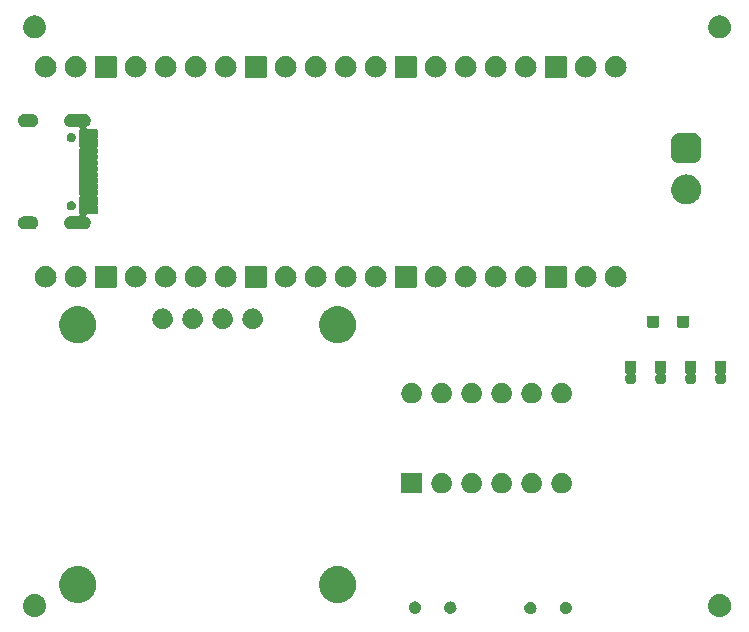
<source format=gbs>
%TF.GenerationSoftware,KiCad,Pcbnew,7.0.8-7.0.8~ubuntu22.04.1*%
%TF.CreationDate,2023-10-13T08:32:03+02:00*%
%TF.ProjectId,PD_Micro,50445f4d-6963-4726-9f2e-6b696361645f,rev?*%
%TF.SameCoordinates,PX7ce2370PY67d8790*%
%TF.FileFunction,Soldermask,Bot*%
%TF.FilePolarity,Negative*%
%FSLAX46Y46*%
G04 Gerber Fmt 4.6, Leading zero omitted, Abs format (unit mm)*
G04 Created by KiCad (PCBNEW 7.0.8-7.0.8~ubuntu22.04.1) date 2023-10-13 08:32:03*
%MOMM*%
%LPD*%
G01*
G04 APERTURE LIST*
G04 APERTURE END LIST*
G36*
X46097426Y-28144671D02*
G01*
X46139449Y-28144671D01*
X46186245Y-28153418D01*
X46239238Y-28158638D01*
X46279497Y-28170850D01*
X46315309Y-28177545D01*
X46364912Y-28196761D01*
X46421203Y-28213837D01*
X46453363Y-28231027D01*
X46482127Y-28242170D01*
X46532099Y-28273111D01*
X46588903Y-28303474D01*
X46612773Y-28323064D01*
X46634234Y-28336352D01*
X46681782Y-28379698D01*
X46735894Y-28424106D01*
X46751928Y-28443644D01*
X46766441Y-28456874D01*
X46808578Y-28512672D01*
X46856526Y-28571097D01*
X46865796Y-28588440D01*
X46874253Y-28599639D01*
X46907897Y-28667206D01*
X46946163Y-28738797D01*
X46950244Y-28752252D01*
X46953999Y-28759792D01*
X46976179Y-28837746D01*
X47001362Y-28920762D01*
X47002189Y-28929160D01*
X47002957Y-28931859D01*
X47010940Y-29018017D01*
X47020000Y-29110000D01*
X47010939Y-29201990D01*
X47002957Y-29288140D01*
X47002189Y-29290838D01*
X47001362Y-29299238D01*
X46976174Y-29382268D01*
X46953999Y-29460207D01*
X46950245Y-29467745D01*
X46946163Y-29481203D01*
X46907890Y-29552806D01*
X46874253Y-29620360D01*
X46865798Y-29631555D01*
X46856526Y-29648903D01*
X46808569Y-29707338D01*
X46766441Y-29763125D01*
X46751931Y-29776351D01*
X46735894Y-29795894D01*
X46681771Y-29840310D01*
X46634234Y-29883647D01*
X46612778Y-29896931D01*
X46588903Y-29916526D01*
X46532087Y-29946894D01*
X46482127Y-29977829D01*
X46453370Y-29988969D01*
X46421203Y-30006163D01*
X46364900Y-30023242D01*
X46315309Y-30042454D01*
X46279503Y-30049147D01*
X46239238Y-30061362D01*
X46186242Y-30066581D01*
X46139449Y-30075329D01*
X46097426Y-30075329D01*
X46050000Y-30080000D01*
X46002574Y-30075329D01*
X45960551Y-30075329D01*
X45913757Y-30066581D01*
X45860762Y-30061362D01*
X45820497Y-30049147D01*
X45784690Y-30042454D01*
X45735094Y-30023240D01*
X45678797Y-30006163D01*
X45646632Y-29988970D01*
X45617872Y-29977829D01*
X45567905Y-29946890D01*
X45511097Y-29916526D01*
X45487224Y-29896934D01*
X45465765Y-29883647D01*
X45418218Y-29840302D01*
X45364106Y-29795894D01*
X45348071Y-29776355D01*
X45333558Y-29763125D01*
X45291418Y-29707323D01*
X45243474Y-29648903D01*
X45234204Y-29631560D01*
X45225746Y-29620360D01*
X45192095Y-29552779D01*
X45153837Y-29481203D01*
X45149756Y-29467750D01*
X45146000Y-29460207D01*
X45123809Y-29382215D01*
X45098638Y-29299238D01*
X45097811Y-29290843D01*
X45097042Y-29288140D01*
X45089043Y-29201819D01*
X45080000Y-29110000D01*
X45089042Y-29018188D01*
X45097042Y-28931859D01*
X45097811Y-28929154D01*
X45098638Y-28920762D01*
X45123804Y-28837799D01*
X45146000Y-28759792D01*
X45149756Y-28752246D01*
X45153837Y-28738797D01*
X45192087Y-28667234D01*
X45225746Y-28599639D01*
X45234206Y-28588436D01*
X45243474Y-28571097D01*
X45291409Y-28512687D01*
X45333558Y-28456874D01*
X45348074Y-28443640D01*
X45364106Y-28424106D01*
X45418207Y-28379706D01*
X45465765Y-28336352D01*
X45487229Y-28323061D01*
X45511097Y-28303474D01*
X45567893Y-28273115D01*
X45617872Y-28242170D01*
X45646638Y-28231025D01*
X45678797Y-28213837D01*
X45735082Y-28196762D01*
X45784690Y-28177545D01*
X45820504Y-28170850D01*
X45860762Y-28158638D01*
X45913754Y-28153418D01*
X45960551Y-28144671D01*
X46002574Y-28144671D01*
X46050000Y-28140000D01*
X46097426Y-28144671D01*
G37*
G36*
X104097426Y-28144671D02*
G01*
X104139449Y-28144671D01*
X104186245Y-28153418D01*
X104239238Y-28158638D01*
X104279497Y-28170850D01*
X104315309Y-28177545D01*
X104364912Y-28196761D01*
X104421203Y-28213837D01*
X104453363Y-28231027D01*
X104482127Y-28242170D01*
X104532099Y-28273111D01*
X104588903Y-28303474D01*
X104612773Y-28323064D01*
X104634234Y-28336352D01*
X104681782Y-28379698D01*
X104735894Y-28424106D01*
X104751928Y-28443644D01*
X104766441Y-28456874D01*
X104808578Y-28512672D01*
X104856526Y-28571097D01*
X104865796Y-28588440D01*
X104874253Y-28599639D01*
X104907897Y-28667206D01*
X104946163Y-28738797D01*
X104950244Y-28752252D01*
X104953999Y-28759792D01*
X104976179Y-28837746D01*
X105001362Y-28920762D01*
X105002189Y-28929160D01*
X105002957Y-28931859D01*
X105010940Y-29018017D01*
X105020000Y-29110000D01*
X105010939Y-29201990D01*
X105002957Y-29288140D01*
X105002189Y-29290838D01*
X105001362Y-29299238D01*
X104976174Y-29382268D01*
X104953999Y-29460207D01*
X104950245Y-29467745D01*
X104946163Y-29481203D01*
X104907890Y-29552806D01*
X104874253Y-29620360D01*
X104865798Y-29631555D01*
X104856526Y-29648903D01*
X104808569Y-29707338D01*
X104766441Y-29763125D01*
X104751931Y-29776351D01*
X104735894Y-29795894D01*
X104681771Y-29840310D01*
X104634234Y-29883647D01*
X104612778Y-29896931D01*
X104588903Y-29916526D01*
X104532087Y-29946894D01*
X104482127Y-29977829D01*
X104453370Y-29988969D01*
X104421203Y-30006163D01*
X104364900Y-30023242D01*
X104315309Y-30042454D01*
X104279503Y-30049147D01*
X104239238Y-30061362D01*
X104186242Y-30066581D01*
X104139449Y-30075329D01*
X104097426Y-30075329D01*
X104050000Y-30080000D01*
X104002574Y-30075329D01*
X103960551Y-30075329D01*
X103913757Y-30066581D01*
X103860762Y-30061362D01*
X103820497Y-30049147D01*
X103784690Y-30042454D01*
X103735094Y-30023240D01*
X103678797Y-30006163D01*
X103646632Y-29988970D01*
X103617872Y-29977829D01*
X103567905Y-29946890D01*
X103511097Y-29916526D01*
X103487224Y-29896934D01*
X103465765Y-29883647D01*
X103418218Y-29840302D01*
X103364106Y-29795894D01*
X103348071Y-29776355D01*
X103333558Y-29763125D01*
X103291418Y-29707323D01*
X103243474Y-29648903D01*
X103234204Y-29631560D01*
X103225746Y-29620360D01*
X103192095Y-29552779D01*
X103153837Y-29481203D01*
X103149756Y-29467750D01*
X103146000Y-29460207D01*
X103123809Y-29382215D01*
X103098638Y-29299238D01*
X103097811Y-29290843D01*
X103097042Y-29288140D01*
X103089043Y-29201819D01*
X103080000Y-29110000D01*
X103089042Y-29018188D01*
X103097042Y-28931859D01*
X103097811Y-28929154D01*
X103098638Y-28920762D01*
X103123804Y-28837799D01*
X103146000Y-28759792D01*
X103149756Y-28752246D01*
X103153837Y-28738797D01*
X103192087Y-28667234D01*
X103225746Y-28599639D01*
X103234206Y-28588436D01*
X103243474Y-28571097D01*
X103291409Y-28512687D01*
X103333558Y-28456874D01*
X103348074Y-28443640D01*
X103364106Y-28424106D01*
X103418207Y-28379706D01*
X103465765Y-28336352D01*
X103487229Y-28323061D01*
X103511097Y-28303474D01*
X103567893Y-28273115D01*
X103617872Y-28242170D01*
X103646638Y-28231025D01*
X103678797Y-28213837D01*
X103735082Y-28196762D01*
X103784690Y-28177545D01*
X103820504Y-28170850D01*
X103860762Y-28158638D01*
X103913754Y-28153418D01*
X103960551Y-28144671D01*
X104002574Y-28144671D01*
X104050000Y-28140000D01*
X104097426Y-28144671D01*
G37*
G36*
X88070722Y-28803703D02*
G01*
X88097568Y-28803703D01*
X88128350Y-28811290D01*
X88169586Y-28816719D01*
X88197811Y-28828410D01*
X88219070Y-28833650D01*
X88251301Y-28850566D01*
X88295000Y-28868667D01*
X88314938Y-28883966D01*
X88329870Y-28891803D01*
X88360395Y-28918846D01*
X88402696Y-28951304D01*
X88414717Y-28966971D01*
X88423540Y-28974787D01*
X88448844Y-29011446D01*
X88485333Y-29059000D01*
X88490832Y-29072275D01*
X88494623Y-29077768D01*
X88511068Y-29121132D01*
X88537281Y-29184414D01*
X88538457Y-29193349D01*
X88538998Y-29194775D01*
X88543183Y-29229243D01*
X88555000Y-29319000D01*
X88543181Y-29408765D01*
X88538998Y-29443224D01*
X88538457Y-29444648D01*
X88537281Y-29453586D01*
X88511064Y-29516878D01*
X88494623Y-29560231D01*
X88490833Y-29565721D01*
X88485333Y-29579000D01*
X88448837Y-29626562D01*
X88423540Y-29663212D01*
X88414720Y-29671025D01*
X88402696Y-29686696D01*
X88360386Y-29719160D01*
X88329870Y-29746196D01*
X88314943Y-29754030D01*
X88295000Y-29769333D01*
X88251292Y-29787437D01*
X88219070Y-29804349D01*
X88197816Y-29809587D01*
X88169586Y-29821281D01*
X88128348Y-29826710D01*
X88097568Y-29834297D01*
X88070722Y-29834297D01*
X88035000Y-29839000D01*
X87999278Y-29834297D01*
X87972432Y-29834297D01*
X87941650Y-29826710D01*
X87900414Y-29821281D01*
X87872184Y-29809588D01*
X87850929Y-29804349D01*
X87818703Y-29787435D01*
X87775000Y-29769333D01*
X87755059Y-29754032D01*
X87740129Y-29746196D01*
X87709605Y-29719154D01*
X87667304Y-29686696D01*
X87655282Y-29671028D01*
X87646459Y-29663212D01*
X87621152Y-29626549D01*
X87584667Y-29579000D01*
X87579168Y-29565725D01*
X87575376Y-29560231D01*
X87558923Y-29516850D01*
X87532719Y-29453586D01*
X87531542Y-29444652D01*
X87531001Y-29443224D01*
X87526805Y-29408667D01*
X87515000Y-29319000D01*
X87526804Y-29229341D01*
X87531001Y-29194775D01*
X87531543Y-29193345D01*
X87532719Y-29184414D01*
X87558919Y-29121160D01*
X87575376Y-29077768D01*
X87579169Y-29072272D01*
X87584667Y-29059000D01*
X87621145Y-29011459D01*
X87646459Y-28974787D01*
X87655284Y-28966968D01*
X87667304Y-28951304D01*
X87709597Y-28918851D01*
X87740129Y-28891803D01*
X87755063Y-28883964D01*
X87775000Y-28868667D01*
X87818694Y-28850568D01*
X87850929Y-28833650D01*
X87872189Y-28828409D01*
X87900414Y-28816719D01*
X87941648Y-28811290D01*
X87972432Y-28803703D01*
X87999278Y-28803703D01*
X88035000Y-28799000D01*
X88070722Y-28803703D01*
G37*
G36*
X91070722Y-28803703D02*
G01*
X91097568Y-28803703D01*
X91128350Y-28811290D01*
X91169586Y-28816719D01*
X91197811Y-28828410D01*
X91219070Y-28833650D01*
X91251301Y-28850566D01*
X91295000Y-28868667D01*
X91314938Y-28883966D01*
X91329870Y-28891803D01*
X91360395Y-28918846D01*
X91402696Y-28951304D01*
X91414717Y-28966971D01*
X91423540Y-28974787D01*
X91448844Y-29011446D01*
X91485333Y-29059000D01*
X91490832Y-29072275D01*
X91494623Y-29077768D01*
X91511068Y-29121132D01*
X91537281Y-29184414D01*
X91538457Y-29193349D01*
X91538998Y-29194775D01*
X91543183Y-29229243D01*
X91555000Y-29319000D01*
X91543181Y-29408765D01*
X91538998Y-29443224D01*
X91538457Y-29444648D01*
X91537281Y-29453586D01*
X91511064Y-29516878D01*
X91494623Y-29560231D01*
X91490833Y-29565721D01*
X91485333Y-29579000D01*
X91448837Y-29626562D01*
X91423540Y-29663212D01*
X91414720Y-29671025D01*
X91402696Y-29686696D01*
X91360386Y-29719160D01*
X91329870Y-29746196D01*
X91314943Y-29754030D01*
X91295000Y-29769333D01*
X91251292Y-29787437D01*
X91219070Y-29804349D01*
X91197816Y-29809587D01*
X91169586Y-29821281D01*
X91128348Y-29826710D01*
X91097568Y-29834297D01*
X91070722Y-29834297D01*
X91035000Y-29839000D01*
X90999278Y-29834297D01*
X90972432Y-29834297D01*
X90941650Y-29826710D01*
X90900414Y-29821281D01*
X90872184Y-29809588D01*
X90850929Y-29804349D01*
X90818703Y-29787435D01*
X90775000Y-29769333D01*
X90755059Y-29754032D01*
X90740129Y-29746196D01*
X90709605Y-29719154D01*
X90667304Y-29686696D01*
X90655282Y-29671028D01*
X90646459Y-29663212D01*
X90621152Y-29626549D01*
X90584667Y-29579000D01*
X90579168Y-29565725D01*
X90575376Y-29560231D01*
X90558923Y-29516850D01*
X90532719Y-29453586D01*
X90531542Y-29444652D01*
X90531001Y-29443224D01*
X90526805Y-29408667D01*
X90515000Y-29319000D01*
X90526804Y-29229341D01*
X90531001Y-29194775D01*
X90531543Y-29193345D01*
X90532719Y-29184414D01*
X90558919Y-29121160D01*
X90575376Y-29077768D01*
X90579169Y-29072272D01*
X90584667Y-29059000D01*
X90621145Y-29011459D01*
X90646459Y-28974787D01*
X90655284Y-28966968D01*
X90667304Y-28951304D01*
X90709597Y-28918851D01*
X90740129Y-28891803D01*
X90755063Y-28883964D01*
X90775000Y-28868667D01*
X90818694Y-28850568D01*
X90850929Y-28833650D01*
X90872189Y-28828409D01*
X90900414Y-28816719D01*
X90941648Y-28811290D01*
X90972432Y-28803703D01*
X90999278Y-28803703D01*
X91035000Y-28799000D01*
X91070722Y-28803703D01*
G37*
G36*
X78291722Y-28770703D02*
G01*
X78318568Y-28770703D01*
X78349350Y-28778290D01*
X78390586Y-28783719D01*
X78418811Y-28795410D01*
X78440070Y-28800650D01*
X78472301Y-28817566D01*
X78516000Y-28835667D01*
X78535938Y-28850966D01*
X78550870Y-28858803D01*
X78581395Y-28885846D01*
X78623696Y-28918304D01*
X78635717Y-28933971D01*
X78644540Y-28941787D01*
X78669844Y-28978446D01*
X78706333Y-29026000D01*
X78711832Y-29039275D01*
X78715623Y-29044768D01*
X78732068Y-29088132D01*
X78758281Y-29151414D01*
X78759457Y-29160349D01*
X78759998Y-29161775D01*
X78764183Y-29196243D01*
X78776000Y-29286000D01*
X78764181Y-29375765D01*
X78759998Y-29410224D01*
X78759457Y-29411648D01*
X78758281Y-29420586D01*
X78732064Y-29483878D01*
X78715623Y-29527231D01*
X78711833Y-29532721D01*
X78706333Y-29546000D01*
X78669837Y-29593562D01*
X78644540Y-29630212D01*
X78635720Y-29638025D01*
X78623696Y-29653696D01*
X78581386Y-29686160D01*
X78550870Y-29713196D01*
X78535943Y-29721030D01*
X78516000Y-29736333D01*
X78472292Y-29754437D01*
X78440070Y-29771349D01*
X78418816Y-29776587D01*
X78390586Y-29788281D01*
X78349348Y-29793710D01*
X78318568Y-29801297D01*
X78291722Y-29801297D01*
X78256000Y-29806000D01*
X78220278Y-29801297D01*
X78193432Y-29801297D01*
X78162650Y-29793710D01*
X78121414Y-29788281D01*
X78093184Y-29776588D01*
X78071929Y-29771349D01*
X78039703Y-29754435D01*
X77996000Y-29736333D01*
X77976059Y-29721032D01*
X77961129Y-29713196D01*
X77930605Y-29686154D01*
X77888304Y-29653696D01*
X77876282Y-29638028D01*
X77867459Y-29630212D01*
X77842152Y-29593549D01*
X77805667Y-29546000D01*
X77800168Y-29532725D01*
X77796376Y-29527231D01*
X77779923Y-29483850D01*
X77753719Y-29420586D01*
X77752542Y-29411652D01*
X77752001Y-29410224D01*
X77747805Y-29375667D01*
X77736000Y-29286000D01*
X77747804Y-29196341D01*
X77752001Y-29161775D01*
X77752543Y-29160345D01*
X77753719Y-29151414D01*
X77779919Y-29088160D01*
X77796376Y-29044768D01*
X77800169Y-29039272D01*
X77805667Y-29026000D01*
X77842145Y-28978459D01*
X77867459Y-28941787D01*
X77876284Y-28933968D01*
X77888304Y-28918304D01*
X77930597Y-28885851D01*
X77961129Y-28858803D01*
X77976063Y-28850964D01*
X77996000Y-28835667D01*
X78039694Y-28817568D01*
X78071929Y-28800650D01*
X78093189Y-28795409D01*
X78121414Y-28783719D01*
X78162648Y-28778290D01*
X78193432Y-28770703D01*
X78220278Y-28770703D01*
X78256000Y-28766000D01*
X78291722Y-28770703D01*
G37*
G36*
X81291722Y-28770703D02*
G01*
X81318568Y-28770703D01*
X81349350Y-28778290D01*
X81390586Y-28783719D01*
X81418811Y-28795410D01*
X81440070Y-28800650D01*
X81472301Y-28817566D01*
X81516000Y-28835667D01*
X81535938Y-28850966D01*
X81550870Y-28858803D01*
X81581395Y-28885846D01*
X81623696Y-28918304D01*
X81635717Y-28933971D01*
X81644540Y-28941787D01*
X81669844Y-28978446D01*
X81706333Y-29026000D01*
X81711832Y-29039275D01*
X81715623Y-29044768D01*
X81732068Y-29088132D01*
X81758281Y-29151414D01*
X81759457Y-29160349D01*
X81759998Y-29161775D01*
X81764183Y-29196243D01*
X81776000Y-29286000D01*
X81764181Y-29375765D01*
X81759998Y-29410224D01*
X81759457Y-29411648D01*
X81758281Y-29420586D01*
X81732064Y-29483878D01*
X81715623Y-29527231D01*
X81711833Y-29532721D01*
X81706333Y-29546000D01*
X81669837Y-29593562D01*
X81644540Y-29630212D01*
X81635720Y-29638025D01*
X81623696Y-29653696D01*
X81581386Y-29686160D01*
X81550870Y-29713196D01*
X81535943Y-29721030D01*
X81516000Y-29736333D01*
X81472292Y-29754437D01*
X81440070Y-29771349D01*
X81418816Y-29776587D01*
X81390586Y-29788281D01*
X81349348Y-29793710D01*
X81318568Y-29801297D01*
X81291722Y-29801297D01*
X81256000Y-29806000D01*
X81220278Y-29801297D01*
X81193432Y-29801297D01*
X81162650Y-29793710D01*
X81121414Y-29788281D01*
X81093184Y-29776588D01*
X81071929Y-29771349D01*
X81039703Y-29754435D01*
X80996000Y-29736333D01*
X80976059Y-29721032D01*
X80961129Y-29713196D01*
X80930605Y-29686154D01*
X80888304Y-29653696D01*
X80876282Y-29638028D01*
X80867459Y-29630212D01*
X80842152Y-29593549D01*
X80805667Y-29546000D01*
X80800168Y-29532725D01*
X80796376Y-29527231D01*
X80779923Y-29483850D01*
X80753719Y-29420586D01*
X80752542Y-29411652D01*
X80752001Y-29410224D01*
X80747805Y-29375667D01*
X80736000Y-29286000D01*
X80747804Y-29196341D01*
X80752001Y-29161775D01*
X80752543Y-29160345D01*
X80753719Y-29151414D01*
X80779919Y-29088160D01*
X80796376Y-29044768D01*
X80800169Y-29039272D01*
X80805667Y-29026000D01*
X80842145Y-28978459D01*
X80867459Y-28941787D01*
X80876284Y-28933968D01*
X80888304Y-28918304D01*
X80930597Y-28885851D01*
X80961129Y-28858803D01*
X80976063Y-28850964D01*
X80996000Y-28835667D01*
X81039694Y-28817568D01*
X81071929Y-28800650D01*
X81093189Y-28795409D01*
X81121414Y-28783719D01*
X81162648Y-28778290D01*
X81193432Y-28770703D01*
X81220278Y-28770703D01*
X81256000Y-28766000D01*
X81291722Y-28770703D01*
G37*
G36*
X49766228Y-25760740D02*
G01*
X49823299Y-25760740D01*
X49885663Y-25770139D01*
X49951602Y-25775329D01*
X50004746Y-25788087D01*
X50055278Y-25795704D01*
X50121310Y-25816072D01*
X50191157Y-25832841D01*
X50236318Y-25851547D01*
X50279460Y-25864855D01*
X50347196Y-25897474D01*
X50418765Y-25927120D01*
X50455502Y-25949632D01*
X50490825Y-25966643D01*
X50558014Y-26012451D01*
X50628823Y-26055843D01*
X50657174Y-26080057D01*
X50684662Y-26098798D01*
X50748837Y-26158344D01*
X50816158Y-26215842D01*
X50836604Y-26239782D01*
X50856631Y-26258364D01*
X50915180Y-26331782D01*
X50976157Y-26403177D01*
X50989566Y-26425060D01*
X51002907Y-26441788D01*
X51053221Y-26528935D01*
X51104880Y-26613235D01*
X51112467Y-26631553D01*
X51120204Y-26644953D01*
X51159662Y-26745490D01*
X51199159Y-26840843D01*
X51202424Y-26854446D01*
X51205913Y-26863334D01*
X51232033Y-26977774D01*
X51256671Y-27080398D01*
X51257310Y-27088519D01*
X51258118Y-27092059D01*
X51268658Y-27232718D01*
X51276000Y-27326000D01*
X51268658Y-27419289D01*
X51258118Y-27559940D01*
X51257310Y-27563478D01*
X51256671Y-27571602D01*
X51232028Y-27674245D01*
X51205913Y-27788665D01*
X51202425Y-27797550D01*
X51199159Y-27811157D01*
X51159654Y-27906527D01*
X51120204Y-28007046D01*
X51112469Y-28020442D01*
X51104880Y-28038765D01*
X51053211Y-28123081D01*
X51002907Y-28210211D01*
X50989569Y-28226935D01*
X50976157Y-28248823D01*
X50915168Y-28320231D01*
X50856631Y-28393635D01*
X50836608Y-28412213D01*
X50816158Y-28436158D01*
X50748823Y-28493666D01*
X50684662Y-28553201D01*
X50657180Y-28571937D01*
X50628823Y-28596157D01*
X50557999Y-28639557D01*
X50490825Y-28685356D01*
X50455509Y-28702362D01*
X50418765Y-28724880D01*
X50347181Y-28754531D01*
X50279460Y-28787144D01*
X50236327Y-28800448D01*
X50191157Y-28819159D01*
X50121296Y-28835931D01*
X50055278Y-28856295D01*
X50004755Y-28863910D01*
X49951602Y-28876671D01*
X49885659Y-28881860D01*
X49823299Y-28891260D01*
X49766228Y-28891260D01*
X49706000Y-28896000D01*
X49645772Y-28891260D01*
X49588701Y-28891260D01*
X49526339Y-28881860D01*
X49460398Y-28876671D01*
X49407245Y-28863910D01*
X49356721Y-28856295D01*
X49290699Y-28835929D01*
X49220843Y-28819159D01*
X49175675Y-28800449D01*
X49132539Y-28787144D01*
X49064813Y-28754529D01*
X48993235Y-28724880D01*
X48956490Y-28702363D01*
X48921175Y-28685356D01*
X48853996Y-28639555D01*
X48783177Y-28596157D01*
X48754822Y-28571940D01*
X48727337Y-28553201D01*
X48663163Y-28493655D01*
X48595842Y-28436158D01*
X48575394Y-28412217D01*
X48555368Y-28393635D01*
X48496816Y-28320214D01*
X48435843Y-28248823D01*
X48422433Y-28226941D01*
X48409092Y-28210211D01*
X48358771Y-28123052D01*
X48307120Y-28038765D01*
X48299533Y-28020449D01*
X48291795Y-28007046D01*
X48252325Y-27906481D01*
X48212841Y-27811157D01*
X48209576Y-27797557D01*
X48206086Y-27788665D01*
X48179951Y-27674160D01*
X48155329Y-27571602D01*
X48154690Y-27563485D01*
X48153881Y-27559940D01*
X48143321Y-27419023D01*
X48136000Y-27326000D01*
X48143320Y-27232984D01*
X48153881Y-27092059D01*
X48154690Y-27088513D01*
X48155329Y-27080398D01*
X48179946Y-26977858D01*
X48206086Y-26863334D01*
X48209576Y-26854440D01*
X48212841Y-26840843D01*
X48252318Y-26745536D01*
X48291795Y-26644953D01*
X48299534Y-26631547D01*
X48307120Y-26613235D01*
X48358761Y-26528963D01*
X48409092Y-26441788D01*
X48422436Y-26425054D01*
X48435843Y-26403177D01*
X48496804Y-26331799D01*
X48555368Y-26258364D01*
X48575399Y-26239777D01*
X48595842Y-26215842D01*
X48663150Y-26158355D01*
X48727337Y-26098798D01*
X48754828Y-26080054D01*
X48783177Y-26055843D01*
X48853982Y-26012453D01*
X48921175Y-25966643D01*
X48956498Y-25949631D01*
X48993235Y-25927120D01*
X49064799Y-25897476D01*
X49132539Y-25864855D01*
X49175684Y-25851546D01*
X49220843Y-25832841D01*
X49290684Y-25816073D01*
X49356721Y-25795704D01*
X49407254Y-25788087D01*
X49460398Y-25775329D01*
X49526335Y-25770139D01*
X49588701Y-25760740D01*
X49645772Y-25760740D01*
X49706000Y-25756000D01*
X49766228Y-25760740D01*
G37*
G36*
X71766228Y-25760740D02*
G01*
X71823299Y-25760740D01*
X71885663Y-25770139D01*
X71951602Y-25775329D01*
X72004746Y-25788087D01*
X72055278Y-25795704D01*
X72121310Y-25816072D01*
X72191157Y-25832841D01*
X72236318Y-25851547D01*
X72279460Y-25864855D01*
X72347196Y-25897474D01*
X72418765Y-25927120D01*
X72455502Y-25949632D01*
X72490825Y-25966643D01*
X72558014Y-26012451D01*
X72628823Y-26055843D01*
X72657174Y-26080057D01*
X72684662Y-26098798D01*
X72748837Y-26158344D01*
X72816158Y-26215842D01*
X72836604Y-26239782D01*
X72856631Y-26258364D01*
X72915180Y-26331782D01*
X72976157Y-26403177D01*
X72989566Y-26425060D01*
X73002907Y-26441788D01*
X73053221Y-26528935D01*
X73104880Y-26613235D01*
X73112467Y-26631553D01*
X73120204Y-26644953D01*
X73159662Y-26745490D01*
X73199159Y-26840843D01*
X73202424Y-26854446D01*
X73205913Y-26863334D01*
X73232033Y-26977774D01*
X73256671Y-27080398D01*
X73257310Y-27088519D01*
X73258118Y-27092059D01*
X73268658Y-27232718D01*
X73276000Y-27326000D01*
X73268658Y-27419289D01*
X73258118Y-27559940D01*
X73257310Y-27563478D01*
X73256671Y-27571602D01*
X73232028Y-27674245D01*
X73205913Y-27788665D01*
X73202425Y-27797550D01*
X73199159Y-27811157D01*
X73159654Y-27906527D01*
X73120204Y-28007046D01*
X73112469Y-28020442D01*
X73104880Y-28038765D01*
X73053211Y-28123081D01*
X73002907Y-28210211D01*
X72989569Y-28226935D01*
X72976157Y-28248823D01*
X72915168Y-28320231D01*
X72856631Y-28393635D01*
X72836608Y-28412213D01*
X72816158Y-28436158D01*
X72748823Y-28493666D01*
X72684662Y-28553201D01*
X72657180Y-28571937D01*
X72628823Y-28596157D01*
X72557999Y-28639557D01*
X72490825Y-28685356D01*
X72455509Y-28702362D01*
X72418765Y-28724880D01*
X72347181Y-28754531D01*
X72279460Y-28787144D01*
X72236327Y-28800448D01*
X72191157Y-28819159D01*
X72121296Y-28835931D01*
X72055278Y-28856295D01*
X72004755Y-28863910D01*
X71951602Y-28876671D01*
X71885659Y-28881860D01*
X71823299Y-28891260D01*
X71766228Y-28891260D01*
X71706000Y-28896000D01*
X71645772Y-28891260D01*
X71588701Y-28891260D01*
X71526339Y-28881860D01*
X71460398Y-28876671D01*
X71407245Y-28863910D01*
X71356721Y-28856295D01*
X71290699Y-28835929D01*
X71220843Y-28819159D01*
X71175675Y-28800449D01*
X71132539Y-28787144D01*
X71064813Y-28754529D01*
X70993235Y-28724880D01*
X70956490Y-28702363D01*
X70921175Y-28685356D01*
X70853996Y-28639555D01*
X70783177Y-28596157D01*
X70754822Y-28571940D01*
X70727337Y-28553201D01*
X70663163Y-28493655D01*
X70595842Y-28436158D01*
X70575394Y-28412217D01*
X70555368Y-28393635D01*
X70496816Y-28320214D01*
X70435843Y-28248823D01*
X70422433Y-28226941D01*
X70409092Y-28210211D01*
X70358771Y-28123052D01*
X70307120Y-28038765D01*
X70299533Y-28020449D01*
X70291795Y-28007046D01*
X70252325Y-27906481D01*
X70212841Y-27811157D01*
X70209576Y-27797557D01*
X70206086Y-27788665D01*
X70179951Y-27674160D01*
X70155329Y-27571602D01*
X70154690Y-27563485D01*
X70153881Y-27559940D01*
X70143321Y-27419023D01*
X70136000Y-27326000D01*
X70143320Y-27232984D01*
X70153881Y-27092059D01*
X70154690Y-27088513D01*
X70155329Y-27080398D01*
X70179946Y-26977858D01*
X70206086Y-26863334D01*
X70209576Y-26854440D01*
X70212841Y-26840843D01*
X70252318Y-26745536D01*
X70291795Y-26644953D01*
X70299534Y-26631547D01*
X70307120Y-26613235D01*
X70358761Y-26528963D01*
X70409092Y-26441788D01*
X70422436Y-26425054D01*
X70435843Y-26403177D01*
X70496804Y-26331799D01*
X70555368Y-26258364D01*
X70575399Y-26239777D01*
X70595842Y-26215842D01*
X70663150Y-26158355D01*
X70727337Y-26098798D01*
X70754828Y-26080054D01*
X70783177Y-26055843D01*
X70853982Y-26012453D01*
X70921175Y-25966643D01*
X70956498Y-25949631D01*
X70993235Y-25927120D01*
X71064799Y-25897476D01*
X71132539Y-25864855D01*
X71175684Y-25851546D01*
X71220843Y-25832841D01*
X71290684Y-25816073D01*
X71356721Y-25795704D01*
X71407254Y-25788087D01*
X71460398Y-25775329D01*
X71526335Y-25770139D01*
X71588701Y-25760740D01*
X71645772Y-25760740D01*
X71706000Y-25756000D01*
X71766228Y-25760740D01*
G37*
G36*
X78804788Y-17888828D02*
G01*
X78827497Y-17904003D01*
X78842672Y-17926712D01*
X78848000Y-17953500D01*
X78848000Y-19553500D01*
X78842672Y-19580288D01*
X78827497Y-19602997D01*
X78804788Y-19618172D01*
X78778000Y-19623500D01*
X77178000Y-19623500D01*
X77151212Y-19618172D01*
X77128503Y-19602997D01*
X77113328Y-19580288D01*
X77108000Y-19553500D01*
X77108000Y-17953500D01*
X77113328Y-17926712D01*
X77128503Y-17904003D01*
X77151212Y-17888828D01*
X77178000Y-17883500D01*
X78778000Y-17883500D01*
X78804788Y-17888828D01*
G37*
G36*
X80560255Y-17888266D02*
G01*
X80608940Y-17888266D01*
X80650982Y-17897202D01*
X80687608Y-17900810D01*
X80733624Y-17914768D01*
X80786845Y-17926081D01*
X80820895Y-17941241D01*
X80850706Y-17950284D01*
X80898079Y-17975605D01*
X80953000Y-18000058D01*
X80978535Y-18018610D01*
X81001009Y-18030623D01*
X81046850Y-18068244D01*
X81100144Y-18106964D01*
X81117447Y-18126181D01*
X81132755Y-18138744D01*
X81173892Y-18188869D01*
X81221845Y-18242127D01*
X81231919Y-18259576D01*
X81240876Y-18270490D01*
X81274009Y-18332478D01*
X81312785Y-18399639D01*
X81317244Y-18413365D01*
X81321215Y-18420793D01*
X81343102Y-18492948D01*
X81368988Y-18572617D01*
X81369899Y-18581287D01*
X81370689Y-18583891D01*
X81378379Y-18661964D01*
X81388000Y-18753500D01*
X81378378Y-18845043D01*
X81370689Y-18923108D01*
X81369899Y-18925710D01*
X81368988Y-18934383D01*
X81343098Y-19014065D01*
X81321215Y-19086206D01*
X81317245Y-19093631D01*
X81312785Y-19107361D01*
X81274002Y-19174533D01*
X81240876Y-19236509D01*
X81231921Y-19247420D01*
X81221845Y-19264873D01*
X81173882Y-19318140D01*
X81132755Y-19368255D01*
X81117450Y-19380814D01*
X81100144Y-19400036D01*
X81046840Y-19438763D01*
X81001009Y-19476376D01*
X80978540Y-19488385D01*
X80953000Y-19506942D01*
X80898068Y-19531399D01*
X80850706Y-19556715D01*
X80820902Y-19565755D01*
X80786845Y-19580919D01*
X80733613Y-19592233D01*
X80687608Y-19606189D01*
X80650991Y-19609795D01*
X80608940Y-19618734D01*
X80560245Y-19618734D01*
X80518000Y-19622895D01*
X80475755Y-19618734D01*
X80427060Y-19618734D01*
X80385009Y-19609795D01*
X80348391Y-19606189D01*
X80302383Y-19592233D01*
X80249155Y-19580919D01*
X80215099Y-19565756D01*
X80185293Y-19556715D01*
X80137925Y-19531396D01*
X80083000Y-19506942D01*
X80057461Y-19488387D01*
X80034990Y-19476376D01*
X79989150Y-19438756D01*
X79935856Y-19400036D01*
X79918552Y-19380817D01*
X79903244Y-19368255D01*
X79862105Y-19318127D01*
X79814155Y-19264873D01*
X79804080Y-19247424D01*
X79795123Y-19236509D01*
X79761983Y-19174510D01*
X79723215Y-19107361D01*
X79718755Y-19093636D01*
X79714784Y-19086206D01*
X79692886Y-19014018D01*
X79667012Y-18934383D01*
X79666101Y-18925715D01*
X79665310Y-18923108D01*
X79657605Y-18844891D01*
X79648000Y-18753500D01*
X79657605Y-18662116D01*
X79665310Y-18583891D01*
X79666101Y-18581282D01*
X79667012Y-18572617D01*
X79692882Y-18492995D01*
X79714784Y-18420793D01*
X79718756Y-18413360D01*
X79723215Y-18399639D01*
X79761976Y-18332501D01*
X79795123Y-18270490D01*
X79804082Y-18259572D01*
X79814155Y-18242127D01*
X79862096Y-18188882D01*
X79903244Y-18138744D01*
X79918555Y-18126178D01*
X79935856Y-18106964D01*
X79989140Y-18068250D01*
X80034990Y-18030623D01*
X80057467Y-18018608D01*
X80083000Y-18000058D01*
X80137914Y-17975608D01*
X80185293Y-17950284D01*
X80215106Y-17941240D01*
X80249155Y-17926081D01*
X80302372Y-17914769D01*
X80348391Y-17900810D01*
X80385017Y-17897202D01*
X80427060Y-17888266D01*
X80475745Y-17888266D01*
X80518000Y-17884104D01*
X80560255Y-17888266D01*
G37*
G36*
X83100255Y-17888266D02*
G01*
X83148940Y-17888266D01*
X83190982Y-17897202D01*
X83227608Y-17900810D01*
X83273624Y-17914768D01*
X83326845Y-17926081D01*
X83360895Y-17941241D01*
X83390706Y-17950284D01*
X83438079Y-17975605D01*
X83493000Y-18000058D01*
X83518535Y-18018610D01*
X83541009Y-18030623D01*
X83586850Y-18068244D01*
X83640144Y-18106964D01*
X83657447Y-18126181D01*
X83672755Y-18138744D01*
X83713892Y-18188869D01*
X83761845Y-18242127D01*
X83771919Y-18259576D01*
X83780876Y-18270490D01*
X83814009Y-18332478D01*
X83852785Y-18399639D01*
X83857244Y-18413365D01*
X83861215Y-18420793D01*
X83883102Y-18492948D01*
X83908988Y-18572617D01*
X83909899Y-18581287D01*
X83910689Y-18583891D01*
X83918379Y-18661964D01*
X83928000Y-18753500D01*
X83918378Y-18845043D01*
X83910689Y-18923108D01*
X83909899Y-18925710D01*
X83908988Y-18934383D01*
X83883098Y-19014065D01*
X83861215Y-19086206D01*
X83857245Y-19093631D01*
X83852785Y-19107361D01*
X83814002Y-19174533D01*
X83780876Y-19236509D01*
X83771921Y-19247420D01*
X83761845Y-19264873D01*
X83713882Y-19318140D01*
X83672755Y-19368255D01*
X83657450Y-19380814D01*
X83640144Y-19400036D01*
X83586840Y-19438763D01*
X83541009Y-19476376D01*
X83518540Y-19488385D01*
X83493000Y-19506942D01*
X83438068Y-19531399D01*
X83390706Y-19556715D01*
X83360902Y-19565755D01*
X83326845Y-19580919D01*
X83273613Y-19592233D01*
X83227608Y-19606189D01*
X83190991Y-19609795D01*
X83148940Y-19618734D01*
X83100245Y-19618734D01*
X83058000Y-19622895D01*
X83015755Y-19618734D01*
X82967060Y-19618734D01*
X82925009Y-19609795D01*
X82888391Y-19606189D01*
X82842383Y-19592233D01*
X82789155Y-19580919D01*
X82755099Y-19565756D01*
X82725293Y-19556715D01*
X82677925Y-19531396D01*
X82623000Y-19506942D01*
X82597461Y-19488387D01*
X82574990Y-19476376D01*
X82529150Y-19438756D01*
X82475856Y-19400036D01*
X82458552Y-19380817D01*
X82443244Y-19368255D01*
X82402105Y-19318127D01*
X82354155Y-19264873D01*
X82344080Y-19247424D01*
X82335123Y-19236509D01*
X82301983Y-19174510D01*
X82263215Y-19107361D01*
X82258755Y-19093636D01*
X82254784Y-19086206D01*
X82232886Y-19014018D01*
X82207012Y-18934383D01*
X82206101Y-18925715D01*
X82205310Y-18923108D01*
X82197605Y-18844891D01*
X82188000Y-18753500D01*
X82197605Y-18662116D01*
X82205310Y-18583891D01*
X82206101Y-18581282D01*
X82207012Y-18572617D01*
X82232882Y-18492995D01*
X82254784Y-18420793D01*
X82258756Y-18413360D01*
X82263215Y-18399639D01*
X82301976Y-18332501D01*
X82335123Y-18270490D01*
X82344082Y-18259572D01*
X82354155Y-18242127D01*
X82402096Y-18188882D01*
X82443244Y-18138744D01*
X82458555Y-18126178D01*
X82475856Y-18106964D01*
X82529140Y-18068250D01*
X82574990Y-18030623D01*
X82597467Y-18018608D01*
X82623000Y-18000058D01*
X82677914Y-17975608D01*
X82725293Y-17950284D01*
X82755106Y-17941240D01*
X82789155Y-17926081D01*
X82842372Y-17914769D01*
X82888391Y-17900810D01*
X82925017Y-17897202D01*
X82967060Y-17888266D01*
X83015745Y-17888266D01*
X83058000Y-17884104D01*
X83100255Y-17888266D01*
G37*
G36*
X85640255Y-17888266D02*
G01*
X85688940Y-17888266D01*
X85730982Y-17897202D01*
X85767608Y-17900810D01*
X85813624Y-17914768D01*
X85866845Y-17926081D01*
X85900895Y-17941241D01*
X85930706Y-17950284D01*
X85978079Y-17975605D01*
X86033000Y-18000058D01*
X86058535Y-18018610D01*
X86081009Y-18030623D01*
X86126850Y-18068244D01*
X86180144Y-18106964D01*
X86197447Y-18126181D01*
X86212755Y-18138744D01*
X86253892Y-18188869D01*
X86301845Y-18242127D01*
X86311919Y-18259576D01*
X86320876Y-18270490D01*
X86354009Y-18332478D01*
X86392785Y-18399639D01*
X86397244Y-18413365D01*
X86401215Y-18420793D01*
X86423102Y-18492948D01*
X86448988Y-18572617D01*
X86449899Y-18581287D01*
X86450689Y-18583891D01*
X86458379Y-18661964D01*
X86468000Y-18753500D01*
X86458378Y-18845043D01*
X86450689Y-18923108D01*
X86449899Y-18925710D01*
X86448988Y-18934383D01*
X86423098Y-19014065D01*
X86401215Y-19086206D01*
X86397245Y-19093631D01*
X86392785Y-19107361D01*
X86354002Y-19174533D01*
X86320876Y-19236509D01*
X86311921Y-19247420D01*
X86301845Y-19264873D01*
X86253882Y-19318140D01*
X86212755Y-19368255D01*
X86197450Y-19380814D01*
X86180144Y-19400036D01*
X86126840Y-19438763D01*
X86081009Y-19476376D01*
X86058540Y-19488385D01*
X86033000Y-19506942D01*
X85978068Y-19531399D01*
X85930706Y-19556715D01*
X85900902Y-19565755D01*
X85866845Y-19580919D01*
X85813613Y-19592233D01*
X85767608Y-19606189D01*
X85730991Y-19609795D01*
X85688940Y-19618734D01*
X85640245Y-19618734D01*
X85598000Y-19622895D01*
X85555755Y-19618734D01*
X85507060Y-19618734D01*
X85465009Y-19609795D01*
X85428391Y-19606189D01*
X85382383Y-19592233D01*
X85329155Y-19580919D01*
X85295099Y-19565756D01*
X85265293Y-19556715D01*
X85217925Y-19531396D01*
X85163000Y-19506942D01*
X85137461Y-19488387D01*
X85114990Y-19476376D01*
X85069150Y-19438756D01*
X85015856Y-19400036D01*
X84998552Y-19380817D01*
X84983244Y-19368255D01*
X84942105Y-19318127D01*
X84894155Y-19264873D01*
X84884080Y-19247424D01*
X84875123Y-19236509D01*
X84841983Y-19174510D01*
X84803215Y-19107361D01*
X84798755Y-19093636D01*
X84794784Y-19086206D01*
X84772886Y-19014018D01*
X84747012Y-18934383D01*
X84746101Y-18925715D01*
X84745310Y-18923108D01*
X84737605Y-18844891D01*
X84728000Y-18753500D01*
X84737605Y-18662116D01*
X84745310Y-18583891D01*
X84746101Y-18581282D01*
X84747012Y-18572617D01*
X84772882Y-18492995D01*
X84794784Y-18420793D01*
X84798756Y-18413360D01*
X84803215Y-18399639D01*
X84841976Y-18332501D01*
X84875123Y-18270490D01*
X84884082Y-18259572D01*
X84894155Y-18242127D01*
X84942096Y-18188882D01*
X84983244Y-18138744D01*
X84998555Y-18126178D01*
X85015856Y-18106964D01*
X85069140Y-18068250D01*
X85114990Y-18030623D01*
X85137467Y-18018608D01*
X85163000Y-18000058D01*
X85217914Y-17975608D01*
X85265293Y-17950284D01*
X85295106Y-17941240D01*
X85329155Y-17926081D01*
X85382372Y-17914769D01*
X85428391Y-17900810D01*
X85465017Y-17897202D01*
X85507060Y-17888266D01*
X85555745Y-17888266D01*
X85598000Y-17884104D01*
X85640255Y-17888266D01*
G37*
G36*
X88180255Y-17888266D02*
G01*
X88228940Y-17888266D01*
X88270982Y-17897202D01*
X88307608Y-17900810D01*
X88353624Y-17914768D01*
X88406845Y-17926081D01*
X88440895Y-17941241D01*
X88470706Y-17950284D01*
X88518079Y-17975605D01*
X88573000Y-18000058D01*
X88598535Y-18018610D01*
X88621009Y-18030623D01*
X88666850Y-18068244D01*
X88720144Y-18106964D01*
X88737447Y-18126181D01*
X88752755Y-18138744D01*
X88793892Y-18188869D01*
X88841845Y-18242127D01*
X88851919Y-18259576D01*
X88860876Y-18270490D01*
X88894009Y-18332478D01*
X88932785Y-18399639D01*
X88937244Y-18413365D01*
X88941215Y-18420793D01*
X88963102Y-18492948D01*
X88988988Y-18572617D01*
X88989899Y-18581287D01*
X88990689Y-18583891D01*
X88998379Y-18661964D01*
X89008000Y-18753500D01*
X88998378Y-18845043D01*
X88990689Y-18923108D01*
X88989899Y-18925710D01*
X88988988Y-18934383D01*
X88963098Y-19014065D01*
X88941215Y-19086206D01*
X88937245Y-19093631D01*
X88932785Y-19107361D01*
X88894002Y-19174533D01*
X88860876Y-19236509D01*
X88851921Y-19247420D01*
X88841845Y-19264873D01*
X88793882Y-19318140D01*
X88752755Y-19368255D01*
X88737450Y-19380814D01*
X88720144Y-19400036D01*
X88666840Y-19438763D01*
X88621009Y-19476376D01*
X88598540Y-19488385D01*
X88573000Y-19506942D01*
X88518068Y-19531399D01*
X88470706Y-19556715D01*
X88440902Y-19565755D01*
X88406845Y-19580919D01*
X88353613Y-19592233D01*
X88307608Y-19606189D01*
X88270991Y-19609795D01*
X88228940Y-19618734D01*
X88180245Y-19618734D01*
X88138000Y-19622895D01*
X88095755Y-19618734D01*
X88047060Y-19618734D01*
X88005009Y-19609795D01*
X87968391Y-19606189D01*
X87922383Y-19592233D01*
X87869155Y-19580919D01*
X87835099Y-19565756D01*
X87805293Y-19556715D01*
X87757925Y-19531396D01*
X87703000Y-19506942D01*
X87677461Y-19488387D01*
X87654990Y-19476376D01*
X87609150Y-19438756D01*
X87555856Y-19400036D01*
X87538552Y-19380817D01*
X87523244Y-19368255D01*
X87482105Y-19318127D01*
X87434155Y-19264873D01*
X87424080Y-19247424D01*
X87415123Y-19236509D01*
X87381983Y-19174510D01*
X87343215Y-19107361D01*
X87338755Y-19093636D01*
X87334784Y-19086206D01*
X87312886Y-19014018D01*
X87287012Y-18934383D01*
X87286101Y-18925715D01*
X87285310Y-18923108D01*
X87277605Y-18844891D01*
X87268000Y-18753500D01*
X87277605Y-18662116D01*
X87285310Y-18583891D01*
X87286101Y-18581282D01*
X87287012Y-18572617D01*
X87312882Y-18492995D01*
X87334784Y-18420793D01*
X87338756Y-18413360D01*
X87343215Y-18399639D01*
X87381976Y-18332501D01*
X87415123Y-18270490D01*
X87424082Y-18259572D01*
X87434155Y-18242127D01*
X87482096Y-18188882D01*
X87523244Y-18138744D01*
X87538555Y-18126178D01*
X87555856Y-18106964D01*
X87609140Y-18068250D01*
X87654990Y-18030623D01*
X87677467Y-18018608D01*
X87703000Y-18000058D01*
X87757914Y-17975608D01*
X87805293Y-17950284D01*
X87835106Y-17941240D01*
X87869155Y-17926081D01*
X87922372Y-17914769D01*
X87968391Y-17900810D01*
X88005017Y-17897202D01*
X88047060Y-17888266D01*
X88095745Y-17888266D01*
X88138000Y-17884104D01*
X88180255Y-17888266D01*
G37*
G36*
X90720255Y-17888266D02*
G01*
X90768940Y-17888266D01*
X90810982Y-17897202D01*
X90847608Y-17900810D01*
X90893624Y-17914768D01*
X90946845Y-17926081D01*
X90980895Y-17941241D01*
X91010706Y-17950284D01*
X91058079Y-17975605D01*
X91113000Y-18000058D01*
X91138535Y-18018610D01*
X91161009Y-18030623D01*
X91206850Y-18068244D01*
X91260144Y-18106964D01*
X91277447Y-18126181D01*
X91292755Y-18138744D01*
X91333892Y-18188869D01*
X91381845Y-18242127D01*
X91391919Y-18259576D01*
X91400876Y-18270490D01*
X91434009Y-18332478D01*
X91472785Y-18399639D01*
X91477244Y-18413365D01*
X91481215Y-18420793D01*
X91503102Y-18492948D01*
X91528988Y-18572617D01*
X91529899Y-18581287D01*
X91530689Y-18583891D01*
X91538379Y-18661964D01*
X91548000Y-18753500D01*
X91538378Y-18845043D01*
X91530689Y-18923108D01*
X91529899Y-18925710D01*
X91528988Y-18934383D01*
X91503098Y-19014065D01*
X91481215Y-19086206D01*
X91477245Y-19093631D01*
X91472785Y-19107361D01*
X91434002Y-19174533D01*
X91400876Y-19236509D01*
X91391921Y-19247420D01*
X91381845Y-19264873D01*
X91333882Y-19318140D01*
X91292755Y-19368255D01*
X91277450Y-19380814D01*
X91260144Y-19400036D01*
X91206840Y-19438763D01*
X91161009Y-19476376D01*
X91138540Y-19488385D01*
X91113000Y-19506942D01*
X91058068Y-19531399D01*
X91010706Y-19556715D01*
X90980902Y-19565755D01*
X90946845Y-19580919D01*
X90893613Y-19592233D01*
X90847608Y-19606189D01*
X90810991Y-19609795D01*
X90768940Y-19618734D01*
X90720245Y-19618734D01*
X90678000Y-19622895D01*
X90635755Y-19618734D01*
X90587060Y-19618734D01*
X90545009Y-19609795D01*
X90508391Y-19606189D01*
X90462383Y-19592233D01*
X90409155Y-19580919D01*
X90375099Y-19565756D01*
X90345293Y-19556715D01*
X90297925Y-19531396D01*
X90243000Y-19506942D01*
X90217461Y-19488387D01*
X90194990Y-19476376D01*
X90149150Y-19438756D01*
X90095856Y-19400036D01*
X90078552Y-19380817D01*
X90063244Y-19368255D01*
X90022105Y-19318127D01*
X89974155Y-19264873D01*
X89964080Y-19247424D01*
X89955123Y-19236509D01*
X89921983Y-19174510D01*
X89883215Y-19107361D01*
X89878755Y-19093636D01*
X89874784Y-19086206D01*
X89852886Y-19014018D01*
X89827012Y-18934383D01*
X89826101Y-18925715D01*
X89825310Y-18923108D01*
X89817605Y-18844891D01*
X89808000Y-18753500D01*
X89817605Y-18662116D01*
X89825310Y-18583891D01*
X89826101Y-18581282D01*
X89827012Y-18572617D01*
X89852882Y-18492995D01*
X89874784Y-18420793D01*
X89878756Y-18413360D01*
X89883215Y-18399639D01*
X89921976Y-18332501D01*
X89955123Y-18270490D01*
X89964082Y-18259572D01*
X89974155Y-18242127D01*
X90022096Y-18188882D01*
X90063244Y-18138744D01*
X90078555Y-18126178D01*
X90095856Y-18106964D01*
X90149140Y-18068250D01*
X90194990Y-18030623D01*
X90217467Y-18018608D01*
X90243000Y-18000058D01*
X90297914Y-17975608D01*
X90345293Y-17950284D01*
X90375106Y-17941240D01*
X90409155Y-17926081D01*
X90462372Y-17914769D01*
X90508391Y-17900810D01*
X90545017Y-17897202D01*
X90587060Y-17888266D01*
X90635745Y-17888266D01*
X90678000Y-17884104D01*
X90720255Y-17888266D01*
G37*
G36*
X78020255Y-10268266D02*
G01*
X78068940Y-10268266D01*
X78110982Y-10277202D01*
X78147608Y-10280810D01*
X78193624Y-10294768D01*
X78246845Y-10306081D01*
X78280895Y-10321241D01*
X78310706Y-10330284D01*
X78358079Y-10355605D01*
X78413000Y-10380058D01*
X78438535Y-10398610D01*
X78461009Y-10410623D01*
X78506850Y-10448244D01*
X78560144Y-10486964D01*
X78577447Y-10506181D01*
X78592755Y-10518744D01*
X78633892Y-10568869D01*
X78681845Y-10622127D01*
X78691919Y-10639576D01*
X78700876Y-10650490D01*
X78734009Y-10712478D01*
X78772785Y-10779639D01*
X78777244Y-10793365D01*
X78781215Y-10800793D01*
X78803102Y-10872948D01*
X78828988Y-10952617D01*
X78829899Y-10961287D01*
X78830689Y-10963891D01*
X78838379Y-11041964D01*
X78848000Y-11133500D01*
X78838378Y-11225043D01*
X78830689Y-11303108D01*
X78829899Y-11305710D01*
X78828988Y-11314383D01*
X78803098Y-11394065D01*
X78781215Y-11466206D01*
X78777245Y-11473631D01*
X78772785Y-11487361D01*
X78734002Y-11554533D01*
X78700876Y-11616509D01*
X78691921Y-11627420D01*
X78681845Y-11644873D01*
X78633882Y-11698140D01*
X78592755Y-11748255D01*
X78577450Y-11760814D01*
X78560144Y-11780036D01*
X78506840Y-11818763D01*
X78461009Y-11856376D01*
X78438540Y-11868385D01*
X78413000Y-11886942D01*
X78358068Y-11911399D01*
X78310706Y-11936715D01*
X78280902Y-11945755D01*
X78246845Y-11960919D01*
X78193613Y-11972233D01*
X78147608Y-11986189D01*
X78110991Y-11989795D01*
X78068940Y-11998734D01*
X78020245Y-11998734D01*
X77978000Y-12002895D01*
X77935755Y-11998734D01*
X77887060Y-11998734D01*
X77845009Y-11989795D01*
X77808391Y-11986189D01*
X77762383Y-11972233D01*
X77709155Y-11960919D01*
X77675099Y-11945756D01*
X77645293Y-11936715D01*
X77597925Y-11911396D01*
X77543000Y-11886942D01*
X77517461Y-11868387D01*
X77494990Y-11856376D01*
X77449150Y-11818756D01*
X77395856Y-11780036D01*
X77378552Y-11760817D01*
X77363244Y-11748255D01*
X77322105Y-11698127D01*
X77274155Y-11644873D01*
X77264080Y-11627424D01*
X77255123Y-11616509D01*
X77221983Y-11554510D01*
X77183215Y-11487361D01*
X77178755Y-11473636D01*
X77174784Y-11466206D01*
X77152886Y-11394018D01*
X77127012Y-11314383D01*
X77126101Y-11305715D01*
X77125310Y-11303108D01*
X77117605Y-11224891D01*
X77108000Y-11133500D01*
X77117605Y-11042116D01*
X77125310Y-10963891D01*
X77126101Y-10961282D01*
X77127012Y-10952617D01*
X77152882Y-10872995D01*
X77174784Y-10800793D01*
X77178756Y-10793360D01*
X77183215Y-10779639D01*
X77221976Y-10712501D01*
X77255123Y-10650490D01*
X77264082Y-10639572D01*
X77274155Y-10622127D01*
X77322096Y-10568882D01*
X77363244Y-10518744D01*
X77378555Y-10506178D01*
X77395856Y-10486964D01*
X77449140Y-10448250D01*
X77494990Y-10410623D01*
X77517467Y-10398608D01*
X77543000Y-10380058D01*
X77597914Y-10355608D01*
X77645293Y-10330284D01*
X77675106Y-10321240D01*
X77709155Y-10306081D01*
X77762372Y-10294769D01*
X77808391Y-10280810D01*
X77845017Y-10277202D01*
X77887060Y-10268266D01*
X77935745Y-10268266D01*
X77978000Y-10264104D01*
X78020255Y-10268266D01*
G37*
G36*
X80560255Y-10268266D02*
G01*
X80608940Y-10268266D01*
X80650982Y-10277202D01*
X80687608Y-10280810D01*
X80733624Y-10294768D01*
X80786845Y-10306081D01*
X80820895Y-10321241D01*
X80850706Y-10330284D01*
X80898079Y-10355605D01*
X80953000Y-10380058D01*
X80978535Y-10398610D01*
X81001009Y-10410623D01*
X81046850Y-10448244D01*
X81100144Y-10486964D01*
X81117447Y-10506181D01*
X81132755Y-10518744D01*
X81173892Y-10568869D01*
X81221845Y-10622127D01*
X81231919Y-10639576D01*
X81240876Y-10650490D01*
X81274009Y-10712478D01*
X81312785Y-10779639D01*
X81317244Y-10793365D01*
X81321215Y-10800793D01*
X81343102Y-10872948D01*
X81368988Y-10952617D01*
X81369899Y-10961287D01*
X81370689Y-10963891D01*
X81378379Y-11041964D01*
X81388000Y-11133500D01*
X81378378Y-11225043D01*
X81370689Y-11303108D01*
X81369899Y-11305710D01*
X81368988Y-11314383D01*
X81343098Y-11394065D01*
X81321215Y-11466206D01*
X81317245Y-11473631D01*
X81312785Y-11487361D01*
X81274002Y-11554533D01*
X81240876Y-11616509D01*
X81231921Y-11627420D01*
X81221845Y-11644873D01*
X81173882Y-11698140D01*
X81132755Y-11748255D01*
X81117450Y-11760814D01*
X81100144Y-11780036D01*
X81046840Y-11818763D01*
X81001009Y-11856376D01*
X80978540Y-11868385D01*
X80953000Y-11886942D01*
X80898068Y-11911399D01*
X80850706Y-11936715D01*
X80820902Y-11945755D01*
X80786845Y-11960919D01*
X80733613Y-11972233D01*
X80687608Y-11986189D01*
X80650991Y-11989795D01*
X80608940Y-11998734D01*
X80560245Y-11998734D01*
X80518000Y-12002895D01*
X80475755Y-11998734D01*
X80427060Y-11998734D01*
X80385009Y-11989795D01*
X80348391Y-11986189D01*
X80302383Y-11972233D01*
X80249155Y-11960919D01*
X80215099Y-11945756D01*
X80185293Y-11936715D01*
X80137925Y-11911396D01*
X80083000Y-11886942D01*
X80057461Y-11868387D01*
X80034990Y-11856376D01*
X79989150Y-11818756D01*
X79935856Y-11780036D01*
X79918552Y-11760817D01*
X79903244Y-11748255D01*
X79862105Y-11698127D01*
X79814155Y-11644873D01*
X79804080Y-11627424D01*
X79795123Y-11616509D01*
X79761983Y-11554510D01*
X79723215Y-11487361D01*
X79718755Y-11473636D01*
X79714784Y-11466206D01*
X79692886Y-11394018D01*
X79667012Y-11314383D01*
X79666101Y-11305715D01*
X79665310Y-11303108D01*
X79657605Y-11224891D01*
X79648000Y-11133500D01*
X79657605Y-11042116D01*
X79665310Y-10963891D01*
X79666101Y-10961282D01*
X79667012Y-10952617D01*
X79692882Y-10872995D01*
X79714784Y-10800793D01*
X79718756Y-10793360D01*
X79723215Y-10779639D01*
X79761976Y-10712501D01*
X79795123Y-10650490D01*
X79804082Y-10639572D01*
X79814155Y-10622127D01*
X79862096Y-10568882D01*
X79903244Y-10518744D01*
X79918555Y-10506178D01*
X79935856Y-10486964D01*
X79989140Y-10448250D01*
X80034990Y-10410623D01*
X80057467Y-10398608D01*
X80083000Y-10380058D01*
X80137914Y-10355608D01*
X80185293Y-10330284D01*
X80215106Y-10321240D01*
X80249155Y-10306081D01*
X80302372Y-10294769D01*
X80348391Y-10280810D01*
X80385017Y-10277202D01*
X80427060Y-10268266D01*
X80475745Y-10268266D01*
X80518000Y-10264104D01*
X80560255Y-10268266D01*
G37*
G36*
X83100255Y-10268266D02*
G01*
X83148940Y-10268266D01*
X83190982Y-10277202D01*
X83227608Y-10280810D01*
X83273624Y-10294768D01*
X83326845Y-10306081D01*
X83360895Y-10321241D01*
X83390706Y-10330284D01*
X83438079Y-10355605D01*
X83493000Y-10380058D01*
X83518535Y-10398610D01*
X83541009Y-10410623D01*
X83586850Y-10448244D01*
X83640144Y-10486964D01*
X83657447Y-10506181D01*
X83672755Y-10518744D01*
X83713892Y-10568869D01*
X83761845Y-10622127D01*
X83771919Y-10639576D01*
X83780876Y-10650490D01*
X83814009Y-10712478D01*
X83852785Y-10779639D01*
X83857244Y-10793365D01*
X83861215Y-10800793D01*
X83883102Y-10872948D01*
X83908988Y-10952617D01*
X83909899Y-10961287D01*
X83910689Y-10963891D01*
X83918379Y-11041964D01*
X83928000Y-11133500D01*
X83918378Y-11225043D01*
X83910689Y-11303108D01*
X83909899Y-11305710D01*
X83908988Y-11314383D01*
X83883098Y-11394065D01*
X83861215Y-11466206D01*
X83857245Y-11473631D01*
X83852785Y-11487361D01*
X83814002Y-11554533D01*
X83780876Y-11616509D01*
X83771921Y-11627420D01*
X83761845Y-11644873D01*
X83713882Y-11698140D01*
X83672755Y-11748255D01*
X83657450Y-11760814D01*
X83640144Y-11780036D01*
X83586840Y-11818763D01*
X83541009Y-11856376D01*
X83518540Y-11868385D01*
X83493000Y-11886942D01*
X83438068Y-11911399D01*
X83390706Y-11936715D01*
X83360902Y-11945755D01*
X83326845Y-11960919D01*
X83273613Y-11972233D01*
X83227608Y-11986189D01*
X83190991Y-11989795D01*
X83148940Y-11998734D01*
X83100245Y-11998734D01*
X83058000Y-12002895D01*
X83015755Y-11998734D01*
X82967060Y-11998734D01*
X82925009Y-11989795D01*
X82888391Y-11986189D01*
X82842383Y-11972233D01*
X82789155Y-11960919D01*
X82755099Y-11945756D01*
X82725293Y-11936715D01*
X82677925Y-11911396D01*
X82623000Y-11886942D01*
X82597461Y-11868387D01*
X82574990Y-11856376D01*
X82529150Y-11818756D01*
X82475856Y-11780036D01*
X82458552Y-11760817D01*
X82443244Y-11748255D01*
X82402105Y-11698127D01*
X82354155Y-11644873D01*
X82344080Y-11627424D01*
X82335123Y-11616509D01*
X82301983Y-11554510D01*
X82263215Y-11487361D01*
X82258755Y-11473636D01*
X82254784Y-11466206D01*
X82232886Y-11394018D01*
X82207012Y-11314383D01*
X82206101Y-11305715D01*
X82205310Y-11303108D01*
X82197605Y-11224891D01*
X82188000Y-11133500D01*
X82197605Y-11042116D01*
X82205310Y-10963891D01*
X82206101Y-10961282D01*
X82207012Y-10952617D01*
X82232882Y-10872995D01*
X82254784Y-10800793D01*
X82258756Y-10793360D01*
X82263215Y-10779639D01*
X82301976Y-10712501D01*
X82335123Y-10650490D01*
X82344082Y-10639572D01*
X82354155Y-10622127D01*
X82402096Y-10568882D01*
X82443244Y-10518744D01*
X82458555Y-10506178D01*
X82475856Y-10486964D01*
X82529140Y-10448250D01*
X82574990Y-10410623D01*
X82597467Y-10398608D01*
X82623000Y-10380058D01*
X82677914Y-10355608D01*
X82725293Y-10330284D01*
X82755106Y-10321240D01*
X82789155Y-10306081D01*
X82842372Y-10294769D01*
X82888391Y-10280810D01*
X82925017Y-10277202D01*
X82967060Y-10268266D01*
X83015745Y-10268266D01*
X83058000Y-10264104D01*
X83100255Y-10268266D01*
G37*
G36*
X85640255Y-10268266D02*
G01*
X85688940Y-10268266D01*
X85730982Y-10277202D01*
X85767608Y-10280810D01*
X85813624Y-10294768D01*
X85866845Y-10306081D01*
X85900895Y-10321241D01*
X85930706Y-10330284D01*
X85978079Y-10355605D01*
X86033000Y-10380058D01*
X86058535Y-10398610D01*
X86081009Y-10410623D01*
X86126850Y-10448244D01*
X86180144Y-10486964D01*
X86197447Y-10506181D01*
X86212755Y-10518744D01*
X86253892Y-10568869D01*
X86301845Y-10622127D01*
X86311919Y-10639576D01*
X86320876Y-10650490D01*
X86354009Y-10712478D01*
X86392785Y-10779639D01*
X86397244Y-10793365D01*
X86401215Y-10800793D01*
X86423102Y-10872948D01*
X86448988Y-10952617D01*
X86449899Y-10961287D01*
X86450689Y-10963891D01*
X86458379Y-11041964D01*
X86468000Y-11133500D01*
X86458378Y-11225043D01*
X86450689Y-11303108D01*
X86449899Y-11305710D01*
X86448988Y-11314383D01*
X86423098Y-11394065D01*
X86401215Y-11466206D01*
X86397245Y-11473631D01*
X86392785Y-11487361D01*
X86354002Y-11554533D01*
X86320876Y-11616509D01*
X86311921Y-11627420D01*
X86301845Y-11644873D01*
X86253882Y-11698140D01*
X86212755Y-11748255D01*
X86197450Y-11760814D01*
X86180144Y-11780036D01*
X86126840Y-11818763D01*
X86081009Y-11856376D01*
X86058540Y-11868385D01*
X86033000Y-11886942D01*
X85978068Y-11911399D01*
X85930706Y-11936715D01*
X85900902Y-11945755D01*
X85866845Y-11960919D01*
X85813613Y-11972233D01*
X85767608Y-11986189D01*
X85730991Y-11989795D01*
X85688940Y-11998734D01*
X85640245Y-11998734D01*
X85598000Y-12002895D01*
X85555755Y-11998734D01*
X85507060Y-11998734D01*
X85465009Y-11989795D01*
X85428391Y-11986189D01*
X85382383Y-11972233D01*
X85329155Y-11960919D01*
X85295099Y-11945756D01*
X85265293Y-11936715D01*
X85217925Y-11911396D01*
X85163000Y-11886942D01*
X85137461Y-11868387D01*
X85114990Y-11856376D01*
X85069150Y-11818756D01*
X85015856Y-11780036D01*
X84998552Y-11760817D01*
X84983244Y-11748255D01*
X84942105Y-11698127D01*
X84894155Y-11644873D01*
X84884080Y-11627424D01*
X84875123Y-11616509D01*
X84841983Y-11554510D01*
X84803215Y-11487361D01*
X84798755Y-11473636D01*
X84794784Y-11466206D01*
X84772886Y-11394018D01*
X84747012Y-11314383D01*
X84746101Y-11305715D01*
X84745310Y-11303108D01*
X84737605Y-11224891D01*
X84728000Y-11133500D01*
X84737605Y-11042116D01*
X84745310Y-10963891D01*
X84746101Y-10961282D01*
X84747012Y-10952617D01*
X84772882Y-10872995D01*
X84794784Y-10800793D01*
X84798756Y-10793360D01*
X84803215Y-10779639D01*
X84841976Y-10712501D01*
X84875123Y-10650490D01*
X84884082Y-10639572D01*
X84894155Y-10622127D01*
X84942096Y-10568882D01*
X84983244Y-10518744D01*
X84998555Y-10506178D01*
X85015856Y-10486964D01*
X85069140Y-10448250D01*
X85114990Y-10410623D01*
X85137467Y-10398608D01*
X85163000Y-10380058D01*
X85217914Y-10355608D01*
X85265293Y-10330284D01*
X85295106Y-10321240D01*
X85329155Y-10306081D01*
X85382372Y-10294769D01*
X85428391Y-10280810D01*
X85465017Y-10277202D01*
X85507060Y-10268266D01*
X85555745Y-10268266D01*
X85598000Y-10264104D01*
X85640255Y-10268266D01*
G37*
G36*
X88180255Y-10268266D02*
G01*
X88228940Y-10268266D01*
X88270982Y-10277202D01*
X88307608Y-10280810D01*
X88353624Y-10294768D01*
X88406845Y-10306081D01*
X88440895Y-10321241D01*
X88470706Y-10330284D01*
X88518079Y-10355605D01*
X88573000Y-10380058D01*
X88598535Y-10398610D01*
X88621009Y-10410623D01*
X88666850Y-10448244D01*
X88720144Y-10486964D01*
X88737447Y-10506181D01*
X88752755Y-10518744D01*
X88793892Y-10568869D01*
X88841845Y-10622127D01*
X88851919Y-10639576D01*
X88860876Y-10650490D01*
X88894009Y-10712478D01*
X88932785Y-10779639D01*
X88937244Y-10793365D01*
X88941215Y-10800793D01*
X88963102Y-10872948D01*
X88988988Y-10952617D01*
X88989899Y-10961287D01*
X88990689Y-10963891D01*
X88998379Y-11041964D01*
X89008000Y-11133500D01*
X88998378Y-11225043D01*
X88990689Y-11303108D01*
X88989899Y-11305710D01*
X88988988Y-11314383D01*
X88963098Y-11394065D01*
X88941215Y-11466206D01*
X88937245Y-11473631D01*
X88932785Y-11487361D01*
X88894002Y-11554533D01*
X88860876Y-11616509D01*
X88851921Y-11627420D01*
X88841845Y-11644873D01*
X88793882Y-11698140D01*
X88752755Y-11748255D01*
X88737450Y-11760814D01*
X88720144Y-11780036D01*
X88666840Y-11818763D01*
X88621009Y-11856376D01*
X88598540Y-11868385D01*
X88573000Y-11886942D01*
X88518068Y-11911399D01*
X88470706Y-11936715D01*
X88440902Y-11945755D01*
X88406845Y-11960919D01*
X88353613Y-11972233D01*
X88307608Y-11986189D01*
X88270991Y-11989795D01*
X88228940Y-11998734D01*
X88180245Y-11998734D01*
X88138000Y-12002895D01*
X88095755Y-11998734D01*
X88047060Y-11998734D01*
X88005009Y-11989795D01*
X87968391Y-11986189D01*
X87922383Y-11972233D01*
X87869155Y-11960919D01*
X87835099Y-11945756D01*
X87805293Y-11936715D01*
X87757925Y-11911396D01*
X87703000Y-11886942D01*
X87677461Y-11868387D01*
X87654990Y-11856376D01*
X87609150Y-11818756D01*
X87555856Y-11780036D01*
X87538552Y-11760817D01*
X87523244Y-11748255D01*
X87482105Y-11698127D01*
X87434155Y-11644873D01*
X87424080Y-11627424D01*
X87415123Y-11616509D01*
X87381983Y-11554510D01*
X87343215Y-11487361D01*
X87338755Y-11473636D01*
X87334784Y-11466206D01*
X87312886Y-11394018D01*
X87287012Y-11314383D01*
X87286101Y-11305715D01*
X87285310Y-11303108D01*
X87277605Y-11224891D01*
X87268000Y-11133500D01*
X87277605Y-11042116D01*
X87285310Y-10963891D01*
X87286101Y-10961282D01*
X87287012Y-10952617D01*
X87312882Y-10872995D01*
X87334784Y-10800793D01*
X87338756Y-10793360D01*
X87343215Y-10779639D01*
X87381976Y-10712501D01*
X87415123Y-10650490D01*
X87424082Y-10639572D01*
X87434155Y-10622127D01*
X87482096Y-10568882D01*
X87523244Y-10518744D01*
X87538555Y-10506178D01*
X87555856Y-10486964D01*
X87609140Y-10448250D01*
X87654990Y-10410623D01*
X87677467Y-10398608D01*
X87703000Y-10380058D01*
X87757914Y-10355608D01*
X87805293Y-10330284D01*
X87835106Y-10321240D01*
X87869155Y-10306081D01*
X87922372Y-10294769D01*
X87968391Y-10280810D01*
X88005017Y-10277202D01*
X88047060Y-10268266D01*
X88095745Y-10268266D01*
X88138000Y-10264104D01*
X88180255Y-10268266D01*
G37*
G36*
X90720255Y-10268266D02*
G01*
X90768940Y-10268266D01*
X90810982Y-10277202D01*
X90847608Y-10280810D01*
X90893624Y-10294768D01*
X90946845Y-10306081D01*
X90980895Y-10321241D01*
X91010706Y-10330284D01*
X91058079Y-10355605D01*
X91113000Y-10380058D01*
X91138535Y-10398610D01*
X91161009Y-10410623D01*
X91206850Y-10448244D01*
X91260144Y-10486964D01*
X91277447Y-10506181D01*
X91292755Y-10518744D01*
X91333892Y-10568869D01*
X91381845Y-10622127D01*
X91391919Y-10639576D01*
X91400876Y-10650490D01*
X91434009Y-10712478D01*
X91472785Y-10779639D01*
X91477244Y-10793365D01*
X91481215Y-10800793D01*
X91503102Y-10872948D01*
X91528988Y-10952617D01*
X91529899Y-10961287D01*
X91530689Y-10963891D01*
X91538379Y-11041964D01*
X91548000Y-11133500D01*
X91538378Y-11225043D01*
X91530689Y-11303108D01*
X91529899Y-11305710D01*
X91528988Y-11314383D01*
X91503098Y-11394065D01*
X91481215Y-11466206D01*
X91477245Y-11473631D01*
X91472785Y-11487361D01*
X91434002Y-11554533D01*
X91400876Y-11616509D01*
X91391921Y-11627420D01*
X91381845Y-11644873D01*
X91333882Y-11698140D01*
X91292755Y-11748255D01*
X91277450Y-11760814D01*
X91260144Y-11780036D01*
X91206840Y-11818763D01*
X91161009Y-11856376D01*
X91138540Y-11868385D01*
X91113000Y-11886942D01*
X91058068Y-11911399D01*
X91010706Y-11936715D01*
X90980902Y-11945755D01*
X90946845Y-11960919D01*
X90893613Y-11972233D01*
X90847608Y-11986189D01*
X90810991Y-11989795D01*
X90768940Y-11998734D01*
X90720245Y-11998734D01*
X90678000Y-12002895D01*
X90635755Y-11998734D01*
X90587060Y-11998734D01*
X90545009Y-11989795D01*
X90508391Y-11986189D01*
X90462383Y-11972233D01*
X90409155Y-11960919D01*
X90375099Y-11945756D01*
X90345293Y-11936715D01*
X90297925Y-11911396D01*
X90243000Y-11886942D01*
X90217461Y-11868387D01*
X90194990Y-11856376D01*
X90149150Y-11818756D01*
X90095856Y-11780036D01*
X90078552Y-11760817D01*
X90063244Y-11748255D01*
X90022105Y-11698127D01*
X89974155Y-11644873D01*
X89964080Y-11627424D01*
X89955123Y-11616509D01*
X89921983Y-11554510D01*
X89883215Y-11487361D01*
X89878755Y-11473636D01*
X89874784Y-11466206D01*
X89852886Y-11394018D01*
X89827012Y-11314383D01*
X89826101Y-11305715D01*
X89825310Y-11303108D01*
X89817605Y-11224891D01*
X89808000Y-11133500D01*
X89817605Y-11042116D01*
X89825310Y-10963891D01*
X89826101Y-10961282D01*
X89827012Y-10952617D01*
X89852882Y-10872995D01*
X89874784Y-10800793D01*
X89878756Y-10793360D01*
X89883215Y-10779639D01*
X89921976Y-10712501D01*
X89955123Y-10650490D01*
X89964082Y-10639572D01*
X89974155Y-10622127D01*
X90022096Y-10568882D01*
X90063244Y-10518744D01*
X90078555Y-10506178D01*
X90095856Y-10486964D01*
X90149140Y-10448250D01*
X90194990Y-10410623D01*
X90217467Y-10398608D01*
X90243000Y-10380058D01*
X90297914Y-10355608D01*
X90345293Y-10330284D01*
X90375106Y-10321240D01*
X90409155Y-10306081D01*
X90462372Y-10294769D01*
X90508391Y-10280810D01*
X90545017Y-10277202D01*
X90587060Y-10268266D01*
X90635745Y-10268266D01*
X90678000Y-10264104D01*
X90720255Y-10268266D01*
G37*
G36*
X96971788Y-8400328D02*
G01*
X96994497Y-8415503D01*
X97009672Y-8438212D01*
X97015000Y-8465000D01*
X97015000Y-9315000D01*
X97009672Y-9341788D01*
X96994497Y-9364497D01*
X96971788Y-9379672D01*
X96945000Y-9385000D01*
X96932665Y-9385000D01*
X96907747Y-9389955D01*
X96857080Y-9514924D01*
X96911022Y-9593072D01*
X96936420Y-9622383D01*
X96946520Y-9644500D01*
X96957488Y-9660389D01*
X96975662Y-9708310D01*
X96994949Y-9750542D01*
X96996945Y-9764430D01*
X96999724Y-9771756D01*
X97009090Y-9848899D01*
X97015000Y-9890000D01*
X97009090Y-9931102D01*
X96999724Y-10008243D01*
X96996946Y-10015567D01*
X96994949Y-10029458D01*
X96975659Y-10071694D01*
X96957488Y-10119610D01*
X96946522Y-10135496D01*
X96936420Y-10157617D01*
X96911018Y-10186931D01*
X96889825Y-10217636D01*
X96866534Y-10238269D01*
X96844156Y-10264096D01*
X96819489Y-10279948D01*
X96800670Y-10296621D01*
X96761812Y-10317014D01*
X96725630Y-10340268D01*
X96707191Y-10345682D01*
X96695205Y-10351973D01*
X96636415Y-10366463D01*
X96590446Y-10379962D01*
X96581655Y-10379962D01*
X96579553Y-10380480D01*
X96460447Y-10380480D01*
X96458345Y-10379962D01*
X96449554Y-10379962D01*
X96403586Y-10366464D01*
X96344794Y-10351973D01*
X96332806Y-10345681D01*
X96314370Y-10340268D01*
X96278191Y-10317017D01*
X96239329Y-10296621D01*
X96220506Y-10279945D01*
X96195844Y-10264096D01*
X96173469Y-10238273D01*
X96150174Y-10217636D01*
X96128976Y-10186926D01*
X96103580Y-10157617D01*
X96093479Y-10135500D01*
X96082511Y-10119610D01*
X96064334Y-10071681D01*
X96045051Y-10029458D01*
X96043054Y-10015571D01*
X96040275Y-10008243D01*
X96030903Y-9931058D01*
X96025000Y-9890000D01*
X96030902Y-9848943D01*
X96040275Y-9771756D01*
X96043054Y-9764426D01*
X96045051Y-9750542D01*
X96064332Y-9708321D01*
X96082512Y-9660387D01*
X96093481Y-9644494D01*
X96103580Y-9622383D01*
X96128970Y-9593080D01*
X96182917Y-9514926D01*
X96132256Y-9389961D01*
X96107315Y-9385000D01*
X96095000Y-9385000D01*
X96068212Y-9379672D01*
X96045503Y-9364497D01*
X96030328Y-9341788D01*
X96025000Y-9315000D01*
X96025000Y-8465000D01*
X96030328Y-8438212D01*
X96045503Y-8415503D01*
X96068212Y-8400328D01*
X96095000Y-8395000D01*
X96945000Y-8395000D01*
X96971788Y-8400328D01*
G37*
G36*
X99511788Y-8400328D02*
G01*
X99534497Y-8415503D01*
X99549672Y-8438212D01*
X99555000Y-8465000D01*
X99555000Y-9315000D01*
X99549672Y-9341788D01*
X99534497Y-9364497D01*
X99511788Y-9379672D01*
X99485000Y-9385000D01*
X99472665Y-9385000D01*
X99447747Y-9389955D01*
X99397080Y-9514924D01*
X99451022Y-9593072D01*
X99476420Y-9622383D01*
X99486520Y-9644500D01*
X99497488Y-9660389D01*
X99515662Y-9708310D01*
X99534949Y-9750542D01*
X99536945Y-9764430D01*
X99539724Y-9771756D01*
X99549090Y-9848899D01*
X99555000Y-9890000D01*
X99549090Y-9931102D01*
X99539724Y-10008243D01*
X99536946Y-10015567D01*
X99534949Y-10029458D01*
X99515659Y-10071694D01*
X99497488Y-10119610D01*
X99486522Y-10135496D01*
X99476420Y-10157617D01*
X99451018Y-10186931D01*
X99429825Y-10217636D01*
X99406534Y-10238269D01*
X99384156Y-10264096D01*
X99359489Y-10279948D01*
X99340670Y-10296621D01*
X99301812Y-10317014D01*
X99265630Y-10340268D01*
X99247191Y-10345682D01*
X99235205Y-10351973D01*
X99176415Y-10366463D01*
X99130446Y-10379962D01*
X99121655Y-10379962D01*
X99119553Y-10380480D01*
X99000447Y-10380480D01*
X98998345Y-10379962D01*
X98989554Y-10379962D01*
X98943586Y-10366464D01*
X98884794Y-10351973D01*
X98872806Y-10345681D01*
X98854370Y-10340268D01*
X98818191Y-10317017D01*
X98779329Y-10296621D01*
X98760506Y-10279945D01*
X98735844Y-10264096D01*
X98713469Y-10238273D01*
X98690174Y-10217636D01*
X98668976Y-10186926D01*
X98643580Y-10157617D01*
X98633479Y-10135500D01*
X98622511Y-10119610D01*
X98604334Y-10071681D01*
X98585051Y-10029458D01*
X98583054Y-10015571D01*
X98580275Y-10008243D01*
X98570903Y-9931058D01*
X98565000Y-9890000D01*
X98570902Y-9848943D01*
X98580275Y-9771756D01*
X98583054Y-9764426D01*
X98585051Y-9750542D01*
X98604332Y-9708321D01*
X98622512Y-9660387D01*
X98633481Y-9644494D01*
X98643580Y-9622383D01*
X98668970Y-9593080D01*
X98722917Y-9514926D01*
X98672256Y-9389961D01*
X98647315Y-9385000D01*
X98635000Y-9385000D01*
X98608212Y-9379672D01*
X98585503Y-9364497D01*
X98570328Y-9341788D01*
X98565000Y-9315000D01*
X98565000Y-8465000D01*
X98570328Y-8438212D01*
X98585503Y-8415503D01*
X98608212Y-8400328D01*
X98635000Y-8395000D01*
X99485000Y-8395000D01*
X99511788Y-8400328D01*
G37*
G36*
X102051788Y-8400328D02*
G01*
X102074497Y-8415503D01*
X102089672Y-8438212D01*
X102095000Y-8465000D01*
X102095000Y-9315000D01*
X102089672Y-9341788D01*
X102074497Y-9364497D01*
X102051788Y-9379672D01*
X102025000Y-9385000D01*
X102012665Y-9385000D01*
X101987747Y-9389955D01*
X101937080Y-9514924D01*
X101991022Y-9593072D01*
X102016420Y-9622383D01*
X102026520Y-9644500D01*
X102037488Y-9660389D01*
X102055662Y-9708310D01*
X102074949Y-9750542D01*
X102076945Y-9764430D01*
X102079724Y-9771756D01*
X102089090Y-9848899D01*
X102095000Y-9890000D01*
X102089090Y-9931102D01*
X102079724Y-10008243D01*
X102076946Y-10015567D01*
X102074949Y-10029458D01*
X102055659Y-10071694D01*
X102037488Y-10119610D01*
X102026522Y-10135496D01*
X102016420Y-10157617D01*
X101991018Y-10186931D01*
X101969825Y-10217636D01*
X101946534Y-10238269D01*
X101924156Y-10264096D01*
X101899489Y-10279948D01*
X101880670Y-10296621D01*
X101841812Y-10317014D01*
X101805630Y-10340268D01*
X101787191Y-10345682D01*
X101775205Y-10351973D01*
X101716415Y-10366463D01*
X101670446Y-10379962D01*
X101661655Y-10379962D01*
X101659553Y-10380480D01*
X101540447Y-10380480D01*
X101538345Y-10379962D01*
X101529554Y-10379962D01*
X101483586Y-10366464D01*
X101424794Y-10351973D01*
X101412806Y-10345681D01*
X101394370Y-10340268D01*
X101358191Y-10317017D01*
X101319329Y-10296621D01*
X101300506Y-10279945D01*
X101275844Y-10264096D01*
X101253469Y-10238273D01*
X101230174Y-10217636D01*
X101208976Y-10186926D01*
X101183580Y-10157617D01*
X101173479Y-10135500D01*
X101162511Y-10119610D01*
X101144334Y-10071681D01*
X101125051Y-10029458D01*
X101123054Y-10015571D01*
X101120275Y-10008243D01*
X101110903Y-9931058D01*
X101105000Y-9890000D01*
X101110902Y-9848943D01*
X101120275Y-9771756D01*
X101123054Y-9764426D01*
X101125051Y-9750542D01*
X101144332Y-9708321D01*
X101162512Y-9660387D01*
X101173481Y-9644494D01*
X101183580Y-9622383D01*
X101208970Y-9593080D01*
X101262917Y-9514926D01*
X101212256Y-9389961D01*
X101187315Y-9385000D01*
X101175000Y-9385000D01*
X101148212Y-9379672D01*
X101125503Y-9364497D01*
X101110328Y-9341788D01*
X101105000Y-9315000D01*
X101105000Y-8465000D01*
X101110328Y-8438212D01*
X101125503Y-8415503D01*
X101148212Y-8400328D01*
X101175000Y-8395000D01*
X102025000Y-8395000D01*
X102051788Y-8400328D01*
G37*
G36*
X104591788Y-8400328D02*
G01*
X104614497Y-8415503D01*
X104629672Y-8438212D01*
X104635000Y-8465000D01*
X104635000Y-9315000D01*
X104629672Y-9341788D01*
X104614497Y-9364497D01*
X104591788Y-9379672D01*
X104565000Y-9385000D01*
X104552665Y-9385000D01*
X104527747Y-9389955D01*
X104477080Y-9514924D01*
X104531022Y-9593072D01*
X104556420Y-9622383D01*
X104566520Y-9644500D01*
X104577488Y-9660389D01*
X104595662Y-9708310D01*
X104614949Y-9750542D01*
X104616945Y-9764430D01*
X104619724Y-9771756D01*
X104629090Y-9848899D01*
X104635000Y-9890000D01*
X104629090Y-9931102D01*
X104619724Y-10008243D01*
X104616946Y-10015567D01*
X104614949Y-10029458D01*
X104595659Y-10071694D01*
X104577488Y-10119610D01*
X104566522Y-10135496D01*
X104556420Y-10157617D01*
X104531018Y-10186931D01*
X104509825Y-10217636D01*
X104486534Y-10238269D01*
X104464156Y-10264096D01*
X104439489Y-10279948D01*
X104420670Y-10296621D01*
X104381812Y-10317014D01*
X104345630Y-10340268D01*
X104327191Y-10345682D01*
X104315205Y-10351973D01*
X104256415Y-10366463D01*
X104210446Y-10379962D01*
X104201655Y-10379962D01*
X104199553Y-10380480D01*
X104080447Y-10380480D01*
X104078345Y-10379962D01*
X104069554Y-10379962D01*
X104023586Y-10366464D01*
X103964794Y-10351973D01*
X103952806Y-10345681D01*
X103934370Y-10340268D01*
X103898191Y-10317017D01*
X103859329Y-10296621D01*
X103840506Y-10279945D01*
X103815844Y-10264096D01*
X103793469Y-10238273D01*
X103770174Y-10217636D01*
X103748976Y-10186926D01*
X103723580Y-10157617D01*
X103713479Y-10135500D01*
X103702511Y-10119610D01*
X103684334Y-10071681D01*
X103665051Y-10029458D01*
X103663054Y-10015571D01*
X103660275Y-10008243D01*
X103650903Y-9931058D01*
X103645000Y-9890000D01*
X103650902Y-9848943D01*
X103660275Y-9771756D01*
X103663054Y-9764426D01*
X103665051Y-9750542D01*
X103684332Y-9708321D01*
X103702512Y-9660387D01*
X103713481Y-9644494D01*
X103723580Y-9622383D01*
X103748970Y-9593080D01*
X103802917Y-9514926D01*
X103752256Y-9389961D01*
X103727315Y-9385000D01*
X103715000Y-9385000D01*
X103688212Y-9379672D01*
X103665503Y-9364497D01*
X103650328Y-9341788D01*
X103645000Y-9315000D01*
X103645000Y-8465000D01*
X103650328Y-8438212D01*
X103665503Y-8415503D01*
X103688212Y-8400328D01*
X103715000Y-8395000D01*
X104565000Y-8395000D01*
X104591788Y-8400328D01*
G37*
G36*
X49766228Y-3760740D02*
G01*
X49823299Y-3760740D01*
X49885663Y-3770139D01*
X49951602Y-3775329D01*
X50004746Y-3788087D01*
X50055278Y-3795704D01*
X50121310Y-3816072D01*
X50191157Y-3832841D01*
X50236318Y-3851547D01*
X50279460Y-3864855D01*
X50347196Y-3897474D01*
X50418765Y-3927120D01*
X50455502Y-3949632D01*
X50490825Y-3966643D01*
X50558014Y-4012451D01*
X50628823Y-4055843D01*
X50657174Y-4080057D01*
X50684662Y-4098798D01*
X50748837Y-4158344D01*
X50816158Y-4215842D01*
X50836604Y-4239782D01*
X50856631Y-4258364D01*
X50915180Y-4331782D01*
X50976157Y-4403177D01*
X50989566Y-4425060D01*
X51002907Y-4441788D01*
X51053221Y-4528935D01*
X51104880Y-4613235D01*
X51112467Y-4631553D01*
X51120204Y-4644953D01*
X51159662Y-4745490D01*
X51199159Y-4840843D01*
X51202424Y-4854446D01*
X51205913Y-4863334D01*
X51232033Y-4977774D01*
X51256671Y-5080398D01*
X51257310Y-5088519D01*
X51258118Y-5092059D01*
X51268658Y-5232718D01*
X51276000Y-5326000D01*
X51268658Y-5419289D01*
X51258118Y-5559940D01*
X51257310Y-5563478D01*
X51256671Y-5571602D01*
X51232028Y-5674245D01*
X51205913Y-5788665D01*
X51202425Y-5797550D01*
X51199159Y-5811157D01*
X51159654Y-5906527D01*
X51120204Y-6007046D01*
X51112469Y-6020442D01*
X51104880Y-6038765D01*
X51053211Y-6123081D01*
X51002907Y-6210211D01*
X50989569Y-6226935D01*
X50976157Y-6248823D01*
X50915168Y-6320231D01*
X50856631Y-6393635D01*
X50836608Y-6412213D01*
X50816158Y-6436158D01*
X50748823Y-6493666D01*
X50684662Y-6553201D01*
X50657180Y-6571937D01*
X50628823Y-6596157D01*
X50557999Y-6639557D01*
X50490825Y-6685356D01*
X50455509Y-6702362D01*
X50418765Y-6724880D01*
X50347181Y-6754531D01*
X50279460Y-6787144D01*
X50236327Y-6800448D01*
X50191157Y-6819159D01*
X50121296Y-6835931D01*
X50055278Y-6856295D01*
X50004755Y-6863910D01*
X49951602Y-6876671D01*
X49885659Y-6881860D01*
X49823299Y-6891260D01*
X49766228Y-6891260D01*
X49706000Y-6896000D01*
X49645772Y-6891260D01*
X49588701Y-6891260D01*
X49526339Y-6881860D01*
X49460398Y-6876671D01*
X49407245Y-6863910D01*
X49356721Y-6856295D01*
X49290699Y-6835929D01*
X49220843Y-6819159D01*
X49175675Y-6800449D01*
X49132539Y-6787144D01*
X49064813Y-6754529D01*
X48993235Y-6724880D01*
X48956490Y-6702363D01*
X48921175Y-6685356D01*
X48853996Y-6639555D01*
X48783177Y-6596157D01*
X48754822Y-6571940D01*
X48727337Y-6553201D01*
X48663163Y-6493655D01*
X48595842Y-6436158D01*
X48575394Y-6412217D01*
X48555368Y-6393635D01*
X48496816Y-6320214D01*
X48435843Y-6248823D01*
X48422433Y-6226941D01*
X48409092Y-6210211D01*
X48358771Y-6123052D01*
X48307120Y-6038765D01*
X48299533Y-6020449D01*
X48291795Y-6007046D01*
X48252325Y-5906481D01*
X48212841Y-5811157D01*
X48209576Y-5797557D01*
X48206086Y-5788665D01*
X48179951Y-5674160D01*
X48155329Y-5571602D01*
X48154690Y-5563485D01*
X48153881Y-5559940D01*
X48143321Y-5419023D01*
X48136000Y-5326000D01*
X48143320Y-5232984D01*
X48153881Y-5092059D01*
X48154690Y-5088513D01*
X48155329Y-5080398D01*
X48179946Y-4977858D01*
X48206086Y-4863334D01*
X48209576Y-4854440D01*
X48212841Y-4840843D01*
X48252318Y-4745536D01*
X48291795Y-4644953D01*
X48299534Y-4631547D01*
X48307120Y-4613235D01*
X48358761Y-4528963D01*
X48409092Y-4441788D01*
X48422436Y-4425054D01*
X48435843Y-4403177D01*
X48496804Y-4331799D01*
X48555368Y-4258364D01*
X48575399Y-4239777D01*
X48595842Y-4215842D01*
X48663150Y-4158355D01*
X48727337Y-4098798D01*
X48754828Y-4080054D01*
X48783177Y-4055843D01*
X48853982Y-4012453D01*
X48921175Y-3966643D01*
X48956498Y-3949631D01*
X48993235Y-3927120D01*
X49064799Y-3897476D01*
X49132539Y-3864855D01*
X49175684Y-3851546D01*
X49220843Y-3832841D01*
X49290684Y-3816073D01*
X49356721Y-3795704D01*
X49407254Y-3788087D01*
X49460398Y-3775329D01*
X49526335Y-3770139D01*
X49588701Y-3760740D01*
X49645772Y-3760740D01*
X49706000Y-3756000D01*
X49766228Y-3760740D01*
G37*
G36*
X71766228Y-3760740D02*
G01*
X71823299Y-3760740D01*
X71885663Y-3770139D01*
X71951602Y-3775329D01*
X72004746Y-3788087D01*
X72055278Y-3795704D01*
X72121310Y-3816072D01*
X72191157Y-3832841D01*
X72236318Y-3851547D01*
X72279460Y-3864855D01*
X72347196Y-3897474D01*
X72418765Y-3927120D01*
X72455502Y-3949632D01*
X72490825Y-3966643D01*
X72558014Y-4012451D01*
X72628823Y-4055843D01*
X72657174Y-4080057D01*
X72684662Y-4098798D01*
X72748837Y-4158344D01*
X72816158Y-4215842D01*
X72836604Y-4239782D01*
X72856631Y-4258364D01*
X72915180Y-4331782D01*
X72976157Y-4403177D01*
X72989566Y-4425060D01*
X73002907Y-4441788D01*
X73053221Y-4528935D01*
X73104880Y-4613235D01*
X73112467Y-4631553D01*
X73120204Y-4644953D01*
X73159662Y-4745490D01*
X73199159Y-4840843D01*
X73202424Y-4854446D01*
X73205913Y-4863334D01*
X73232033Y-4977774D01*
X73256671Y-5080398D01*
X73257310Y-5088519D01*
X73258118Y-5092059D01*
X73268658Y-5232718D01*
X73276000Y-5326000D01*
X73268658Y-5419289D01*
X73258118Y-5559940D01*
X73257310Y-5563478D01*
X73256671Y-5571602D01*
X73232028Y-5674245D01*
X73205913Y-5788665D01*
X73202425Y-5797550D01*
X73199159Y-5811157D01*
X73159654Y-5906527D01*
X73120204Y-6007046D01*
X73112469Y-6020442D01*
X73104880Y-6038765D01*
X73053211Y-6123081D01*
X73002907Y-6210211D01*
X72989569Y-6226935D01*
X72976157Y-6248823D01*
X72915168Y-6320231D01*
X72856631Y-6393635D01*
X72836608Y-6412213D01*
X72816158Y-6436158D01*
X72748823Y-6493666D01*
X72684662Y-6553201D01*
X72657180Y-6571937D01*
X72628823Y-6596157D01*
X72557999Y-6639557D01*
X72490825Y-6685356D01*
X72455509Y-6702362D01*
X72418765Y-6724880D01*
X72347181Y-6754531D01*
X72279460Y-6787144D01*
X72236327Y-6800448D01*
X72191157Y-6819159D01*
X72121296Y-6835931D01*
X72055278Y-6856295D01*
X72004755Y-6863910D01*
X71951602Y-6876671D01*
X71885659Y-6881860D01*
X71823299Y-6891260D01*
X71766228Y-6891260D01*
X71706000Y-6896000D01*
X71645772Y-6891260D01*
X71588701Y-6891260D01*
X71526339Y-6881860D01*
X71460398Y-6876671D01*
X71407245Y-6863910D01*
X71356721Y-6856295D01*
X71290699Y-6835929D01*
X71220843Y-6819159D01*
X71175675Y-6800449D01*
X71132539Y-6787144D01*
X71064813Y-6754529D01*
X70993235Y-6724880D01*
X70956490Y-6702363D01*
X70921175Y-6685356D01*
X70853996Y-6639555D01*
X70783177Y-6596157D01*
X70754822Y-6571940D01*
X70727337Y-6553201D01*
X70663163Y-6493655D01*
X70595842Y-6436158D01*
X70575394Y-6412217D01*
X70555368Y-6393635D01*
X70496816Y-6320214D01*
X70435843Y-6248823D01*
X70422433Y-6226941D01*
X70409092Y-6210211D01*
X70358771Y-6123052D01*
X70307120Y-6038765D01*
X70299533Y-6020449D01*
X70291795Y-6007046D01*
X70252325Y-5906481D01*
X70212841Y-5811157D01*
X70209576Y-5797557D01*
X70206086Y-5788665D01*
X70179951Y-5674160D01*
X70155329Y-5571602D01*
X70154690Y-5563485D01*
X70153881Y-5559940D01*
X70143321Y-5419023D01*
X70136000Y-5326000D01*
X70143320Y-5232984D01*
X70153881Y-5092059D01*
X70154690Y-5088513D01*
X70155329Y-5080398D01*
X70179946Y-4977858D01*
X70206086Y-4863334D01*
X70209576Y-4854440D01*
X70212841Y-4840843D01*
X70252318Y-4745536D01*
X70291795Y-4644953D01*
X70299534Y-4631547D01*
X70307120Y-4613235D01*
X70358761Y-4528963D01*
X70409092Y-4441788D01*
X70422436Y-4425054D01*
X70435843Y-4403177D01*
X70496804Y-4331799D01*
X70555368Y-4258364D01*
X70575399Y-4239777D01*
X70595842Y-4215842D01*
X70663150Y-4158355D01*
X70727337Y-4098798D01*
X70754828Y-4080054D01*
X70783177Y-4055843D01*
X70853982Y-4012453D01*
X70921175Y-3966643D01*
X70956498Y-3949631D01*
X70993235Y-3927120D01*
X71064799Y-3897476D01*
X71132539Y-3864855D01*
X71175684Y-3851546D01*
X71220843Y-3832841D01*
X71290684Y-3816073D01*
X71356721Y-3795704D01*
X71407254Y-3788087D01*
X71460398Y-3775329D01*
X71526335Y-3770139D01*
X71588701Y-3760740D01*
X71645772Y-3760740D01*
X71706000Y-3756000D01*
X71766228Y-3760740D01*
G37*
G36*
X56938255Y-3960766D02*
G01*
X56986940Y-3960766D01*
X57028982Y-3969702D01*
X57065608Y-3973310D01*
X57111624Y-3987268D01*
X57164845Y-3998581D01*
X57198895Y-4013741D01*
X57228706Y-4022784D01*
X57276079Y-4048105D01*
X57331000Y-4072558D01*
X57356535Y-4091110D01*
X57379009Y-4103123D01*
X57424850Y-4140744D01*
X57478144Y-4179464D01*
X57495447Y-4198681D01*
X57510755Y-4211244D01*
X57551892Y-4261369D01*
X57599845Y-4314627D01*
X57609919Y-4332076D01*
X57618876Y-4342990D01*
X57652009Y-4404978D01*
X57690785Y-4472139D01*
X57695244Y-4485865D01*
X57699215Y-4493293D01*
X57721102Y-4565448D01*
X57746988Y-4645117D01*
X57747899Y-4653787D01*
X57748689Y-4656391D01*
X57756379Y-4734464D01*
X57766000Y-4826000D01*
X57756378Y-4917543D01*
X57748689Y-4995608D01*
X57747899Y-4998210D01*
X57746988Y-5006883D01*
X57721098Y-5086565D01*
X57699215Y-5158706D01*
X57695245Y-5166131D01*
X57690785Y-5179861D01*
X57652002Y-5247033D01*
X57618876Y-5309009D01*
X57609921Y-5319920D01*
X57599845Y-5337373D01*
X57551882Y-5390640D01*
X57510755Y-5440755D01*
X57495450Y-5453314D01*
X57478144Y-5472536D01*
X57424840Y-5511263D01*
X57379009Y-5548876D01*
X57356540Y-5560885D01*
X57331000Y-5579442D01*
X57276068Y-5603899D01*
X57228706Y-5629215D01*
X57198902Y-5638255D01*
X57164845Y-5653419D01*
X57111613Y-5664733D01*
X57065608Y-5678689D01*
X57028991Y-5682295D01*
X56986940Y-5691234D01*
X56938245Y-5691234D01*
X56896000Y-5695395D01*
X56853755Y-5691234D01*
X56805060Y-5691234D01*
X56763009Y-5682295D01*
X56726391Y-5678689D01*
X56680383Y-5664733D01*
X56627155Y-5653419D01*
X56593099Y-5638256D01*
X56563293Y-5629215D01*
X56515925Y-5603896D01*
X56461000Y-5579442D01*
X56435461Y-5560887D01*
X56412990Y-5548876D01*
X56367150Y-5511256D01*
X56313856Y-5472536D01*
X56296552Y-5453317D01*
X56281244Y-5440755D01*
X56240105Y-5390627D01*
X56192155Y-5337373D01*
X56182080Y-5319924D01*
X56173123Y-5309009D01*
X56139983Y-5247010D01*
X56101215Y-5179861D01*
X56096755Y-5166136D01*
X56092784Y-5158706D01*
X56070886Y-5086518D01*
X56045012Y-5006883D01*
X56044101Y-4998215D01*
X56043310Y-4995608D01*
X56035605Y-4917391D01*
X56026000Y-4826000D01*
X56035605Y-4734616D01*
X56043310Y-4656391D01*
X56044101Y-4653782D01*
X56045012Y-4645117D01*
X56070882Y-4565495D01*
X56092784Y-4493293D01*
X56096756Y-4485860D01*
X56101215Y-4472139D01*
X56139976Y-4405001D01*
X56173123Y-4342990D01*
X56182082Y-4332072D01*
X56192155Y-4314627D01*
X56240096Y-4261382D01*
X56281244Y-4211244D01*
X56296555Y-4198678D01*
X56313856Y-4179464D01*
X56367140Y-4140750D01*
X56412990Y-4103123D01*
X56435467Y-4091108D01*
X56461000Y-4072558D01*
X56515914Y-4048108D01*
X56563293Y-4022784D01*
X56593106Y-4013740D01*
X56627155Y-3998581D01*
X56680372Y-3987269D01*
X56726391Y-3973310D01*
X56763017Y-3969702D01*
X56805060Y-3960766D01*
X56853745Y-3960766D01*
X56896000Y-3956604D01*
X56938255Y-3960766D01*
G37*
G36*
X59478255Y-3960766D02*
G01*
X59526940Y-3960766D01*
X59568982Y-3969702D01*
X59605608Y-3973310D01*
X59651624Y-3987268D01*
X59704845Y-3998581D01*
X59738895Y-4013741D01*
X59768706Y-4022784D01*
X59816079Y-4048105D01*
X59871000Y-4072558D01*
X59896535Y-4091110D01*
X59919009Y-4103123D01*
X59964850Y-4140744D01*
X60018144Y-4179464D01*
X60035447Y-4198681D01*
X60050755Y-4211244D01*
X60091892Y-4261369D01*
X60139845Y-4314627D01*
X60149919Y-4332076D01*
X60158876Y-4342990D01*
X60192009Y-4404978D01*
X60230785Y-4472139D01*
X60235244Y-4485865D01*
X60239215Y-4493293D01*
X60261102Y-4565448D01*
X60286988Y-4645117D01*
X60287899Y-4653787D01*
X60288689Y-4656391D01*
X60296379Y-4734464D01*
X60306000Y-4826000D01*
X60296378Y-4917543D01*
X60288689Y-4995608D01*
X60287899Y-4998210D01*
X60286988Y-5006883D01*
X60261098Y-5086565D01*
X60239215Y-5158706D01*
X60235245Y-5166131D01*
X60230785Y-5179861D01*
X60192002Y-5247033D01*
X60158876Y-5309009D01*
X60149921Y-5319920D01*
X60139845Y-5337373D01*
X60091882Y-5390640D01*
X60050755Y-5440755D01*
X60035450Y-5453314D01*
X60018144Y-5472536D01*
X59964840Y-5511263D01*
X59919009Y-5548876D01*
X59896540Y-5560885D01*
X59871000Y-5579442D01*
X59816068Y-5603899D01*
X59768706Y-5629215D01*
X59738902Y-5638255D01*
X59704845Y-5653419D01*
X59651613Y-5664733D01*
X59605608Y-5678689D01*
X59568991Y-5682295D01*
X59526940Y-5691234D01*
X59478245Y-5691234D01*
X59436000Y-5695395D01*
X59393755Y-5691234D01*
X59345060Y-5691234D01*
X59303009Y-5682295D01*
X59266391Y-5678689D01*
X59220383Y-5664733D01*
X59167155Y-5653419D01*
X59133099Y-5638256D01*
X59103293Y-5629215D01*
X59055925Y-5603896D01*
X59001000Y-5579442D01*
X58975461Y-5560887D01*
X58952990Y-5548876D01*
X58907150Y-5511256D01*
X58853856Y-5472536D01*
X58836552Y-5453317D01*
X58821244Y-5440755D01*
X58780105Y-5390627D01*
X58732155Y-5337373D01*
X58722080Y-5319924D01*
X58713123Y-5309009D01*
X58679983Y-5247010D01*
X58641215Y-5179861D01*
X58636755Y-5166136D01*
X58632784Y-5158706D01*
X58610886Y-5086518D01*
X58585012Y-5006883D01*
X58584101Y-4998215D01*
X58583310Y-4995608D01*
X58575605Y-4917391D01*
X58566000Y-4826000D01*
X58575605Y-4734616D01*
X58583310Y-4656391D01*
X58584101Y-4653782D01*
X58585012Y-4645117D01*
X58610882Y-4565495D01*
X58632784Y-4493293D01*
X58636756Y-4485860D01*
X58641215Y-4472139D01*
X58679976Y-4405001D01*
X58713123Y-4342990D01*
X58722082Y-4332072D01*
X58732155Y-4314627D01*
X58780096Y-4261382D01*
X58821244Y-4211244D01*
X58836555Y-4198678D01*
X58853856Y-4179464D01*
X58907140Y-4140750D01*
X58952990Y-4103123D01*
X58975467Y-4091108D01*
X59001000Y-4072558D01*
X59055914Y-4048108D01*
X59103293Y-4022784D01*
X59133106Y-4013740D01*
X59167155Y-3998581D01*
X59220372Y-3987269D01*
X59266391Y-3973310D01*
X59303017Y-3969702D01*
X59345060Y-3960766D01*
X59393745Y-3960766D01*
X59436000Y-3956604D01*
X59478255Y-3960766D01*
G37*
G36*
X62018255Y-3960766D02*
G01*
X62066940Y-3960766D01*
X62108982Y-3969702D01*
X62145608Y-3973310D01*
X62191624Y-3987268D01*
X62244845Y-3998581D01*
X62278895Y-4013741D01*
X62308706Y-4022784D01*
X62356079Y-4048105D01*
X62411000Y-4072558D01*
X62436535Y-4091110D01*
X62459009Y-4103123D01*
X62504850Y-4140744D01*
X62558144Y-4179464D01*
X62575447Y-4198681D01*
X62590755Y-4211244D01*
X62631892Y-4261369D01*
X62679845Y-4314627D01*
X62689919Y-4332076D01*
X62698876Y-4342990D01*
X62732009Y-4404978D01*
X62770785Y-4472139D01*
X62775244Y-4485865D01*
X62779215Y-4493293D01*
X62801102Y-4565448D01*
X62826988Y-4645117D01*
X62827899Y-4653787D01*
X62828689Y-4656391D01*
X62836379Y-4734464D01*
X62846000Y-4826000D01*
X62836378Y-4917543D01*
X62828689Y-4995608D01*
X62827899Y-4998210D01*
X62826988Y-5006883D01*
X62801098Y-5086565D01*
X62779215Y-5158706D01*
X62775245Y-5166131D01*
X62770785Y-5179861D01*
X62732002Y-5247033D01*
X62698876Y-5309009D01*
X62689921Y-5319920D01*
X62679845Y-5337373D01*
X62631882Y-5390640D01*
X62590755Y-5440755D01*
X62575450Y-5453314D01*
X62558144Y-5472536D01*
X62504840Y-5511263D01*
X62459009Y-5548876D01*
X62436540Y-5560885D01*
X62411000Y-5579442D01*
X62356068Y-5603899D01*
X62308706Y-5629215D01*
X62278902Y-5638255D01*
X62244845Y-5653419D01*
X62191613Y-5664733D01*
X62145608Y-5678689D01*
X62108991Y-5682295D01*
X62066940Y-5691234D01*
X62018245Y-5691234D01*
X61976000Y-5695395D01*
X61933755Y-5691234D01*
X61885060Y-5691234D01*
X61843009Y-5682295D01*
X61806391Y-5678689D01*
X61760383Y-5664733D01*
X61707155Y-5653419D01*
X61673099Y-5638256D01*
X61643293Y-5629215D01*
X61595925Y-5603896D01*
X61541000Y-5579442D01*
X61515461Y-5560887D01*
X61492990Y-5548876D01*
X61447150Y-5511256D01*
X61393856Y-5472536D01*
X61376552Y-5453317D01*
X61361244Y-5440755D01*
X61320105Y-5390627D01*
X61272155Y-5337373D01*
X61262080Y-5319924D01*
X61253123Y-5309009D01*
X61219983Y-5247010D01*
X61181215Y-5179861D01*
X61176755Y-5166136D01*
X61172784Y-5158706D01*
X61150886Y-5086518D01*
X61125012Y-5006883D01*
X61124101Y-4998215D01*
X61123310Y-4995608D01*
X61115605Y-4917391D01*
X61106000Y-4826000D01*
X61115605Y-4734616D01*
X61123310Y-4656391D01*
X61124101Y-4653782D01*
X61125012Y-4645117D01*
X61150882Y-4565495D01*
X61172784Y-4493293D01*
X61176756Y-4485860D01*
X61181215Y-4472139D01*
X61219976Y-4405001D01*
X61253123Y-4342990D01*
X61262082Y-4332072D01*
X61272155Y-4314627D01*
X61320096Y-4261382D01*
X61361244Y-4211244D01*
X61376555Y-4198678D01*
X61393856Y-4179464D01*
X61447140Y-4140750D01*
X61492990Y-4103123D01*
X61515467Y-4091108D01*
X61541000Y-4072558D01*
X61595914Y-4048108D01*
X61643293Y-4022784D01*
X61673106Y-4013740D01*
X61707155Y-3998581D01*
X61760372Y-3987269D01*
X61806391Y-3973310D01*
X61843017Y-3969702D01*
X61885060Y-3960766D01*
X61933745Y-3960766D01*
X61976000Y-3956604D01*
X62018255Y-3960766D01*
G37*
G36*
X64558255Y-3960766D02*
G01*
X64606940Y-3960766D01*
X64648982Y-3969702D01*
X64685608Y-3973310D01*
X64731624Y-3987268D01*
X64784845Y-3998581D01*
X64818895Y-4013741D01*
X64848706Y-4022784D01*
X64896079Y-4048105D01*
X64951000Y-4072558D01*
X64976535Y-4091110D01*
X64999009Y-4103123D01*
X65044850Y-4140744D01*
X65098144Y-4179464D01*
X65115447Y-4198681D01*
X65130755Y-4211244D01*
X65171892Y-4261369D01*
X65219845Y-4314627D01*
X65229919Y-4332076D01*
X65238876Y-4342990D01*
X65272009Y-4404978D01*
X65310785Y-4472139D01*
X65315244Y-4485865D01*
X65319215Y-4493293D01*
X65341102Y-4565448D01*
X65366988Y-4645117D01*
X65367899Y-4653787D01*
X65368689Y-4656391D01*
X65376379Y-4734464D01*
X65386000Y-4826000D01*
X65376378Y-4917543D01*
X65368689Y-4995608D01*
X65367899Y-4998210D01*
X65366988Y-5006883D01*
X65341098Y-5086565D01*
X65319215Y-5158706D01*
X65315245Y-5166131D01*
X65310785Y-5179861D01*
X65272002Y-5247033D01*
X65238876Y-5309009D01*
X65229921Y-5319920D01*
X65219845Y-5337373D01*
X65171882Y-5390640D01*
X65130755Y-5440755D01*
X65115450Y-5453314D01*
X65098144Y-5472536D01*
X65044840Y-5511263D01*
X64999009Y-5548876D01*
X64976540Y-5560885D01*
X64951000Y-5579442D01*
X64896068Y-5603899D01*
X64848706Y-5629215D01*
X64818902Y-5638255D01*
X64784845Y-5653419D01*
X64731613Y-5664733D01*
X64685608Y-5678689D01*
X64648991Y-5682295D01*
X64606940Y-5691234D01*
X64558245Y-5691234D01*
X64516000Y-5695395D01*
X64473755Y-5691234D01*
X64425060Y-5691234D01*
X64383009Y-5682295D01*
X64346391Y-5678689D01*
X64300383Y-5664733D01*
X64247155Y-5653419D01*
X64213099Y-5638256D01*
X64183293Y-5629215D01*
X64135925Y-5603896D01*
X64081000Y-5579442D01*
X64055461Y-5560887D01*
X64032990Y-5548876D01*
X63987150Y-5511256D01*
X63933856Y-5472536D01*
X63916552Y-5453317D01*
X63901244Y-5440755D01*
X63860105Y-5390627D01*
X63812155Y-5337373D01*
X63802080Y-5319924D01*
X63793123Y-5309009D01*
X63759983Y-5247010D01*
X63721215Y-5179861D01*
X63716755Y-5166136D01*
X63712784Y-5158706D01*
X63690886Y-5086518D01*
X63665012Y-5006883D01*
X63664101Y-4998215D01*
X63663310Y-4995608D01*
X63655605Y-4917391D01*
X63646000Y-4826000D01*
X63655605Y-4734616D01*
X63663310Y-4656391D01*
X63664101Y-4653782D01*
X63665012Y-4645117D01*
X63690882Y-4565495D01*
X63712784Y-4493293D01*
X63716756Y-4485860D01*
X63721215Y-4472139D01*
X63759976Y-4405001D01*
X63793123Y-4342990D01*
X63802082Y-4332072D01*
X63812155Y-4314627D01*
X63860096Y-4261382D01*
X63901244Y-4211244D01*
X63916555Y-4198678D01*
X63933856Y-4179464D01*
X63987140Y-4140750D01*
X64032990Y-4103123D01*
X64055467Y-4091108D01*
X64081000Y-4072558D01*
X64135914Y-4048108D01*
X64183293Y-4022784D01*
X64213106Y-4013740D01*
X64247155Y-3998581D01*
X64300372Y-3987269D01*
X64346391Y-3973310D01*
X64383017Y-3969702D01*
X64425060Y-3960766D01*
X64473745Y-3960766D01*
X64516000Y-3956604D01*
X64558255Y-3960766D01*
G37*
G36*
X98876788Y-4590328D02*
G01*
X98899497Y-4605503D01*
X98914672Y-4628212D01*
X98920000Y-4655000D01*
X98920000Y-5505000D01*
X98914672Y-5531788D01*
X98899497Y-5554497D01*
X98876788Y-5569672D01*
X98850000Y-5575000D01*
X98000000Y-5575000D01*
X97973212Y-5569672D01*
X97950503Y-5554497D01*
X97935328Y-5531788D01*
X97930000Y-5505000D01*
X97930000Y-4655000D01*
X97935328Y-4628212D01*
X97950503Y-4605503D01*
X97973212Y-4590328D01*
X98000000Y-4585000D01*
X98850000Y-4585000D01*
X98876788Y-4590328D01*
G37*
G36*
X101416788Y-4590328D02*
G01*
X101439497Y-4605503D01*
X101454672Y-4628212D01*
X101460000Y-4655000D01*
X101460000Y-5505000D01*
X101454672Y-5531788D01*
X101439497Y-5554497D01*
X101416788Y-5569672D01*
X101390000Y-5575000D01*
X100540000Y-5575000D01*
X100513212Y-5569672D01*
X100490503Y-5554497D01*
X100475328Y-5531788D01*
X100470000Y-5505000D01*
X100470000Y-4655000D01*
X100475328Y-4628212D01*
X100490503Y-4605503D01*
X100513212Y-4590328D01*
X100540000Y-4585000D01*
X101390000Y-4585000D01*
X101416788Y-4590328D01*
G37*
G36*
X52946788Y-355328D02*
G01*
X52969497Y-370503D01*
X52984672Y-393212D01*
X52990000Y-420000D01*
X52990000Y-2120000D01*
X52984672Y-2146788D01*
X52969497Y-2169497D01*
X52946788Y-2184672D01*
X52920000Y-2190000D01*
X51220000Y-2190000D01*
X51193212Y-2184672D01*
X51170503Y-2169497D01*
X51155328Y-2146788D01*
X51150000Y-2120000D01*
X51150000Y-420000D01*
X51155328Y-393212D01*
X51170503Y-370503D01*
X51193212Y-355328D01*
X51220000Y-350000D01*
X52920000Y-350000D01*
X52946788Y-355328D01*
G37*
G36*
X65646788Y-355328D02*
G01*
X65669497Y-370503D01*
X65684672Y-393212D01*
X65690000Y-420000D01*
X65690000Y-2120000D01*
X65684672Y-2146788D01*
X65669497Y-2169497D01*
X65646788Y-2184672D01*
X65620000Y-2190000D01*
X63920000Y-2190000D01*
X63893212Y-2184672D01*
X63870503Y-2169497D01*
X63855328Y-2146788D01*
X63850000Y-2120000D01*
X63850000Y-420000D01*
X63855328Y-393212D01*
X63870503Y-370503D01*
X63893212Y-355328D01*
X63920000Y-350000D01*
X65620000Y-350000D01*
X65646788Y-355328D01*
G37*
G36*
X78346788Y-355328D02*
G01*
X78369497Y-370503D01*
X78384672Y-393212D01*
X78390000Y-420000D01*
X78390000Y-2120000D01*
X78384672Y-2146788D01*
X78369497Y-2169497D01*
X78346788Y-2184672D01*
X78320000Y-2190000D01*
X76620000Y-2190000D01*
X76593212Y-2184672D01*
X76570503Y-2169497D01*
X76555328Y-2146788D01*
X76550000Y-2120000D01*
X76550000Y-420000D01*
X76555328Y-393212D01*
X76570503Y-370503D01*
X76593212Y-355328D01*
X76620000Y-350000D01*
X78320000Y-350000D01*
X78346788Y-355328D01*
G37*
G36*
X91046788Y-355328D02*
G01*
X91069497Y-370503D01*
X91084672Y-393212D01*
X91090000Y-420000D01*
X91090000Y-2120000D01*
X91084672Y-2146788D01*
X91069497Y-2169497D01*
X91046788Y-2184672D01*
X91020000Y-2190000D01*
X89320000Y-2190000D01*
X89293212Y-2184672D01*
X89270503Y-2169497D01*
X89255328Y-2146788D01*
X89250000Y-2120000D01*
X89250000Y-420000D01*
X89255328Y-393212D01*
X89270503Y-370503D01*
X89293212Y-355328D01*
X89320000Y-350000D01*
X91020000Y-350000D01*
X91046788Y-355328D01*
G37*
G36*
X47035041Y-355040D02*
G01*
X47086166Y-355040D01*
X47130309Y-364422D01*
X47169361Y-368269D01*
X47218421Y-383151D01*
X47274296Y-395028D01*
X47310052Y-410947D01*
X47341841Y-420591D01*
X47392360Y-447593D01*
X47450000Y-473257D01*
X47476796Y-492726D01*
X47500787Y-505549D01*
X47549723Y-545710D01*
X47605600Y-586307D01*
X47623743Y-606457D01*
X47640110Y-619889D01*
X47684092Y-673481D01*
X47734296Y-729238D01*
X47744842Y-747505D01*
X47754450Y-759212D01*
X47789987Y-825697D01*
X47830462Y-895802D01*
X47835118Y-910132D01*
X47839408Y-918158D01*
X47863065Y-996145D01*
X47889896Y-1078721D01*
X47890840Y-1087704D01*
X47891730Y-1090638D01*
X47900387Y-1178541D01*
X47910000Y-1270000D01*
X47900386Y-1361465D01*
X47891730Y-1449361D01*
X47890840Y-1452293D01*
X47889896Y-1461279D01*
X47863061Y-1543868D01*
X47839408Y-1621841D01*
X47835119Y-1629865D01*
X47830462Y-1644198D01*
X47789980Y-1714314D01*
X47754450Y-1780787D01*
X47744844Y-1792490D01*
X47734296Y-1810762D01*
X47684082Y-1866529D01*
X47640110Y-1920110D01*
X47623746Y-1933539D01*
X47605600Y-1953693D01*
X47549712Y-1994297D01*
X47500787Y-2034450D01*
X47476802Y-2047270D01*
X47450000Y-2066743D01*
X47392348Y-2092411D01*
X47341841Y-2119408D01*
X47310059Y-2129048D01*
X47274296Y-2144972D01*
X47218410Y-2156850D01*
X47169361Y-2171730D01*
X47130317Y-2175575D01*
X47086166Y-2184960D01*
X47035031Y-2184960D01*
X46990000Y-2189395D01*
X46944969Y-2184960D01*
X46893834Y-2184960D01*
X46849682Y-2175575D01*
X46810638Y-2171730D01*
X46761585Y-2156849D01*
X46705704Y-2144972D01*
X46669942Y-2129049D01*
X46638158Y-2119408D01*
X46587645Y-2092408D01*
X46530000Y-2066743D01*
X46503200Y-2047272D01*
X46479212Y-2034450D01*
X46430278Y-1994290D01*
X46374400Y-1953693D01*
X46356256Y-1933542D01*
X46339889Y-1920110D01*
X46295905Y-1866516D01*
X46245704Y-1810762D01*
X46235157Y-1792494D01*
X46225549Y-1780787D01*
X46190006Y-1714291D01*
X46149538Y-1644198D01*
X46144882Y-1629869D01*
X46140591Y-1621841D01*
X46116923Y-1543821D01*
X46090104Y-1461279D01*
X46089160Y-1452298D01*
X46088269Y-1449361D01*
X46079597Y-1361314D01*
X46070000Y-1270000D01*
X46079596Y-1178692D01*
X46088269Y-1090638D01*
X46089160Y-1087699D01*
X46090104Y-1078721D01*
X46116919Y-996192D01*
X46140591Y-918158D01*
X46144883Y-910127D01*
X46149538Y-895802D01*
X46189999Y-825721D01*
X46225549Y-759212D01*
X46235159Y-747501D01*
X46245704Y-729238D01*
X46295896Y-673493D01*
X46339889Y-619889D01*
X46356259Y-606454D01*
X46374400Y-586307D01*
X46430267Y-545716D01*
X46479212Y-505549D01*
X46503205Y-492724D01*
X46530000Y-473257D01*
X46587633Y-447596D01*
X46638158Y-420591D01*
X46669949Y-410946D01*
X46705704Y-395028D01*
X46761574Y-383152D01*
X46810638Y-368269D01*
X46849691Y-364422D01*
X46893834Y-355040D01*
X46944959Y-355040D01*
X46990000Y-350604D01*
X47035041Y-355040D01*
G37*
G36*
X49575041Y-355040D02*
G01*
X49626166Y-355040D01*
X49670309Y-364422D01*
X49709361Y-368269D01*
X49758421Y-383151D01*
X49814296Y-395028D01*
X49850052Y-410947D01*
X49881841Y-420591D01*
X49932360Y-447593D01*
X49990000Y-473257D01*
X50016796Y-492726D01*
X50040787Y-505549D01*
X50089723Y-545710D01*
X50145600Y-586307D01*
X50163743Y-606457D01*
X50180110Y-619889D01*
X50224092Y-673481D01*
X50274296Y-729238D01*
X50284842Y-747505D01*
X50294450Y-759212D01*
X50329987Y-825697D01*
X50370462Y-895802D01*
X50375118Y-910132D01*
X50379408Y-918158D01*
X50403065Y-996145D01*
X50429896Y-1078721D01*
X50430840Y-1087704D01*
X50431730Y-1090638D01*
X50440387Y-1178541D01*
X50450000Y-1270000D01*
X50440386Y-1361465D01*
X50431730Y-1449361D01*
X50430840Y-1452293D01*
X50429896Y-1461279D01*
X50403061Y-1543868D01*
X50379408Y-1621841D01*
X50375119Y-1629865D01*
X50370462Y-1644198D01*
X50329980Y-1714314D01*
X50294450Y-1780787D01*
X50284844Y-1792490D01*
X50274296Y-1810762D01*
X50224082Y-1866529D01*
X50180110Y-1920110D01*
X50163746Y-1933539D01*
X50145600Y-1953693D01*
X50089712Y-1994297D01*
X50040787Y-2034450D01*
X50016802Y-2047270D01*
X49990000Y-2066743D01*
X49932348Y-2092411D01*
X49881841Y-2119408D01*
X49850059Y-2129048D01*
X49814296Y-2144972D01*
X49758410Y-2156850D01*
X49709361Y-2171730D01*
X49670317Y-2175575D01*
X49626166Y-2184960D01*
X49575031Y-2184960D01*
X49530000Y-2189395D01*
X49484969Y-2184960D01*
X49433834Y-2184960D01*
X49389682Y-2175575D01*
X49350638Y-2171730D01*
X49301585Y-2156849D01*
X49245704Y-2144972D01*
X49209942Y-2129049D01*
X49178158Y-2119408D01*
X49127645Y-2092408D01*
X49070000Y-2066743D01*
X49043200Y-2047272D01*
X49019212Y-2034450D01*
X48970278Y-1994290D01*
X48914400Y-1953693D01*
X48896256Y-1933542D01*
X48879889Y-1920110D01*
X48835905Y-1866516D01*
X48785704Y-1810762D01*
X48775157Y-1792494D01*
X48765549Y-1780787D01*
X48730006Y-1714291D01*
X48689538Y-1644198D01*
X48684882Y-1629869D01*
X48680591Y-1621841D01*
X48656923Y-1543821D01*
X48630104Y-1461279D01*
X48629160Y-1452298D01*
X48628269Y-1449361D01*
X48619597Y-1361314D01*
X48610000Y-1270000D01*
X48619596Y-1178692D01*
X48628269Y-1090638D01*
X48629160Y-1087699D01*
X48630104Y-1078721D01*
X48656919Y-996192D01*
X48680591Y-918158D01*
X48684883Y-910127D01*
X48689538Y-895802D01*
X48729999Y-825721D01*
X48765549Y-759212D01*
X48775159Y-747501D01*
X48785704Y-729238D01*
X48835896Y-673493D01*
X48879889Y-619889D01*
X48896259Y-606454D01*
X48914400Y-586307D01*
X48970267Y-545716D01*
X49019212Y-505549D01*
X49043205Y-492724D01*
X49070000Y-473257D01*
X49127633Y-447596D01*
X49178158Y-420591D01*
X49209949Y-410946D01*
X49245704Y-395028D01*
X49301574Y-383152D01*
X49350638Y-368269D01*
X49389691Y-364422D01*
X49433834Y-355040D01*
X49484959Y-355040D01*
X49530000Y-350604D01*
X49575041Y-355040D01*
G37*
G36*
X54655041Y-355040D02*
G01*
X54706166Y-355040D01*
X54750309Y-364422D01*
X54789361Y-368269D01*
X54838421Y-383151D01*
X54894296Y-395028D01*
X54930052Y-410947D01*
X54961841Y-420591D01*
X55012360Y-447593D01*
X55070000Y-473257D01*
X55096796Y-492726D01*
X55120787Y-505549D01*
X55169723Y-545710D01*
X55225600Y-586307D01*
X55243743Y-606457D01*
X55260110Y-619889D01*
X55304092Y-673481D01*
X55354296Y-729238D01*
X55364842Y-747505D01*
X55374450Y-759212D01*
X55409987Y-825697D01*
X55450462Y-895802D01*
X55455118Y-910132D01*
X55459408Y-918158D01*
X55483065Y-996145D01*
X55509896Y-1078721D01*
X55510840Y-1087704D01*
X55511730Y-1090638D01*
X55520387Y-1178541D01*
X55530000Y-1270000D01*
X55520386Y-1361465D01*
X55511730Y-1449361D01*
X55510840Y-1452293D01*
X55509896Y-1461279D01*
X55483061Y-1543868D01*
X55459408Y-1621841D01*
X55455119Y-1629865D01*
X55450462Y-1644198D01*
X55409980Y-1714314D01*
X55374450Y-1780787D01*
X55364844Y-1792490D01*
X55354296Y-1810762D01*
X55304082Y-1866529D01*
X55260110Y-1920110D01*
X55243746Y-1933539D01*
X55225600Y-1953693D01*
X55169712Y-1994297D01*
X55120787Y-2034450D01*
X55096802Y-2047270D01*
X55070000Y-2066743D01*
X55012348Y-2092411D01*
X54961841Y-2119408D01*
X54930059Y-2129048D01*
X54894296Y-2144972D01*
X54838410Y-2156850D01*
X54789361Y-2171730D01*
X54750317Y-2175575D01*
X54706166Y-2184960D01*
X54655031Y-2184960D01*
X54610000Y-2189395D01*
X54564969Y-2184960D01*
X54513834Y-2184960D01*
X54469682Y-2175575D01*
X54430638Y-2171730D01*
X54381585Y-2156849D01*
X54325704Y-2144972D01*
X54289942Y-2129049D01*
X54258158Y-2119408D01*
X54207645Y-2092408D01*
X54150000Y-2066743D01*
X54123200Y-2047272D01*
X54099212Y-2034450D01*
X54050278Y-1994290D01*
X53994400Y-1953693D01*
X53976256Y-1933542D01*
X53959889Y-1920110D01*
X53915905Y-1866516D01*
X53865704Y-1810762D01*
X53855157Y-1792494D01*
X53845549Y-1780787D01*
X53810006Y-1714291D01*
X53769538Y-1644198D01*
X53764882Y-1629869D01*
X53760591Y-1621841D01*
X53736923Y-1543821D01*
X53710104Y-1461279D01*
X53709160Y-1452298D01*
X53708269Y-1449361D01*
X53699597Y-1361314D01*
X53690000Y-1270000D01*
X53699596Y-1178692D01*
X53708269Y-1090638D01*
X53709160Y-1087699D01*
X53710104Y-1078721D01*
X53736919Y-996192D01*
X53760591Y-918158D01*
X53764883Y-910127D01*
X53769538Y-895802D01*
X53809999Y-825721D01*
X53845549Y-759212D01*
X53855159Y-747501D01*
X53865704Y-729238D01*
X53915896Y-673493D01*
X53959889Y-619889D01*
X53976259Y-606454D01*
X53994400Y-586307D01*
X54050267Y-545716D01*
X54099212Y-505549D01*
X54123205Y-492724D01*
X54150000Y-473257D01*
X54207633Y-447596D01*
X54258158Y-420591D01*
X54289949Y-410946D01*
X54325704Y-395028D01*
X54381574Y-383152D01*
X54430638Y-368269D01*
X54469691Y-364422D01*
X54513834Y-355040D01*
X54564959Y-355040D01*
X54610000Y-350604D01*
X54655041Y-355040D01*
G37*
G36*
X57195041Y-355040D02*
G01*
X57246166Y-355040D01*
X57290309Y-364422D01*
X57329361Y-368269D01*
X57378421Y-383151D01*
X57434296Y-395028D01*
X57470052Y-410947D01*
X57501841Y-420591D01*
X57552360Y-447593D01*
X57610000Y-473257D01*
X57636796Y-492726D01*
X57660787Y-505549D01*
X57709723Y-545710D01*
X57765600Y-586307D01*
X57783743Y-606457D01*
X57800110Y-619889D01*
X57844092Y-673481D01*
X57894296Y-729238D01*
X57904842Y-747505D01*
X57914450Y-759212D01*
X57949987Y-825697D01*
X57990462Y-895802D01*
X57995118Y-910132D01*
X57999408Y-918158D01*
X58023065Y-996145D01*
X58049896Y-1078721D01*
X58050840Y-1087704D01*
X58051730Y-1090638D01*
X58060387Y-1178541D01*
X58070000Y-1270000D01*
X58060386Y-1361465D01*
X58051730Y-1449361D01*
X58050840Y-1452293D01*
X58049896Y-1461279D01*
X58023061Y-1543868D01*
X57999408Y-1621841D01*
X57995119Y-1629865D01*
X57990462Y-1644198D01*
X57949980Y-1714314D01*
X57914450Y-1780787D01*
X57904844Y-1792490D01*
X57894296Y-1810762D01*
X57844082Y-1866529D01*
X57800110Y-1920110D01*
X57783746Y-1933539D01*
X57765600Y-1953693D01*
X57709712Y-1994297D01*
X57660787Y-2034450D01*
X57636802Y-2047270D01*
X57610000Y-2066743D01*
X57552348Y-2092411D01*
X57501841Y-2119408D01*
X57470059Y-2129048D01*
X57434296Y-2144972D01*
X57378410Y-2156850D01*
X57329361Y-2171730D01*
X57290317Y-2175575D01*
X57246166Y-2184960D01*
X57195031Y-2184960D01*
X57150000Y-2189395D01*
X57104969Y-2184960D01*
X57053834Y-2184960D01*
X57009682Y-2175575D01*
X56970638Y-2171730D01*
X56921585Y-2156849D01*
X56865704Y-2144972D01*
X56829942Y-2129049D01*
X56798158Y-2119408D01*
X56747645Y-2092408D01*
X56690000Y-2066743D01*
X56663200Y-2047272D01*
X56639212Y-2034450D01*
X56590278Y-1994290D01*
X56534400Y-1953693D01*
X56516256Y-1933542D01*
X56499889Y-1920110D01*
X56455905Y-1866516D01*
X56405704Y-1810762D01*
X56395157Y-1792494D01*
X56385549Y-1780787D01*
X56350006Y-1714291D01*
X56309538Y-1644198D01*
X56304882Y-1629869D01*
X56300591Y-1621841D01*
X56276923Y-1543821D01*
X56250104Y-1461279D01*
X56249160Y-1452298D01*
X56248269Y-1449361D01*
X56239597Y-1361314D01*
X56230000Y-1270000D01*
X56239596Y-1178692D01*
X56248269Y-1090638D01*
X56249160Y-1087699D01*
X56250104Y-1078721D01*
X56276919Y-996192D01*
X56300591Y-918158D01*
X56304883Y-910127D01*
X56309538Y-895802D01*
X56349999Y-825721D01*
X56385549Y-759212D01*
X56395159Y-747501D01*
X56405704Y-729238D01*
X56455896Y-673493D01*
X56499889Y-619889D01*
X56516259Y-606454D01*
X56534400Y-586307D01*
X56590267Y-545716D01*
X56639212Y-505549D01*
X56663205Y-492724D01*
X56690000Y-473257D01*
X56747633Y-447596D01*
X56798158Y-420591D01*
X56829949Y-410946D01*
X56865704Y-395028D01*
X56921574Y-383152D01*
X56970638Y-368269D01*
X57009691Y-364422D01*
X57053834Y-355040D01*
X57104959Y-355040D01*
X57150000Y-350604D01*
X57195041Y-355040D01*
G37*
G36*
X59735041Y-355040D02*
G01*
X59786166Y-355040D01*
X59830309Y-364422D01*
X59869361Y-368269D01*
X59918421Y-383151D01*
X59974296Y-395028D01*
X60010052Y-410947D01*
X60041841Y-420591D01*
X60092360Y-447593D01*
X60150000Y-473257D01*
X60176796Y-492726D01*
X60200787Y-505549D01*
X60249723Y-545710D01*
X60305600Y-586307D01*
X60323743Y-606457D01*
X60340110Y-619889D01*
X60384092Y-673481D01*
X60434296Y-729238D01*
X60444842Y-747505D01*
X60454450Y-759212D01*
X60489987Y-825697D01*
X60530462Y-895802D01*
X60535118Y-910132D01*
X60539408Y-918158D01*
X60563065Y-996145D01*
X60589896Y-1078721D01*
X60590840Y-1087704D01*
X60591730Y-1090638D01*
X60600387Y-1178541D01*
X60610000Y-1270000D01*
X60600386Y-1361465D01*
X60591730Y-1449361D01*
X60590840Y-1452293D01*
X60589896Y-1461279D01*
X60563061Y-1543868D01*
X60539408Y-1621841D01*
X60535119Y-1629865D01*
X60530462Y-1644198D01*
X60489980Y-1714314D01*
X60454450Y-1780787D01*
X60444844Y-1792490D01*
X60434296Y-1810762D01*
X60384082Y-1866529D01*
X60340110Y-1920110D01*
X60323746Y-1933539D01*
X60305600Y-1953693D01*
X60249712Y-1994297D01*
X60200787Y-2034450D01*
X60176802Y-2047270D01*
X60150000Y-2066743D01*
X60092348Y-2092411D01*
X60041841Y-2119408D01*
X60010059Y-2129048D01*
X59974296Y-2144972D01*
X59918410Y-2156850D01*
X59869361Y-2171730D01*
X59830317Y-2175575D01*
X59786166Y-2184960D01*
X59735031Y-2184960D01*
X59690000Y-2189395D01*
X59644969Y-2184960D01*
X59593834Y-2184960D01*
X59549682Y-2175575D01*
X59510638Y-2171730D01*
X59461585Y-2156849D01*
X59405704Y-2144972D01*
X59369942Y-2129049D01*
X59338158Y-2119408D01*
X59287645Y-2092408D01*
X59230000Y-2066743D01*
X59203200Y-2047272D01*
X59179212Y-2034450D01*
X59130278Y-1994290D01*
X59074400Y-1953693D01*
X59056256Y-1933542D01*
X59039889Y-1920110D01*
X58995905Y-1866516D01*
X58945704Y-1810762D01*
X58935157Y-1792494D01*
X58925549Y-1780787D01*
X58890006Y-1714291D01*
X58849538Y-1644198D01*
X58844882Y-1629869D01*
X58840591Y-1621841D01*
X58816923Y-1543821D01*
X58790104Y-1461279D01*
X58789160Y-1452298D01*
X58788269Y-1449361D01*
X58779597Y-1361314D01*
X58770000Y-1270000D01*
X58779596Y-1178692D01*
X58788269Y-1090638D01*
X58789160Y-1087699D01*
X58790104Y-1078721D01*
X58816919Y-996192D01*
X58840591Y-918158D01*
X58844883Y-910127D01*
X58849538Y-895802D01*
X58889999Y-825721D01*
X58925549Y-759212D01*
X58935159Y-747501D01*
X58945704Y-729238D01*
X58995896Y-673493D01*
X59039889Y-619889D01*
X59056259Y-606454D01*
X59074400Y-586307D01*
X59130267Y-545716D01*
X59179212Y-505549D01*
X59203205Y-492724D01*
X59230000Y-473257D01*
X59287633Y-447596D01*
X59338158Y-420591D01*
X59369949Y-410946D01*
X59405704Y-395028D01*
X59461574Y-383152D01*
X59510638Y-368269D01*
X59549691Y-364422D01*
X59593834Y-355040D01*
X59644959Y-355040D01*
X59690000Y-350604D01*
X59735041Y-355040D01*
G37*
G36*
X62275041Y-355040D02*
G01*
X62326166Y-355040D01*
X62370309Y-364422D01*
X62409361Y-368269D01*
X62458421Y-383151D01*
X62514296Y-395028D01*
X62550052Y-410947D01*
X62581841Y-420591D01*
X62632360Y-447593D01*
X62690000Y-473257D01*
X62716796Y-492726D01*
X62740787Y-505549D01*
X62789723Y-545710D01*
X62845600Y-586307D01*
X62863743Y-606457D01*
X62880110Y-619889D01*
X62924092Y-673481D01*
X62974296Y-729238D01*
X62984842Y-747505D01*
X62994450Y-759212D01*
X63029987Y-825697D01*
X63070462Y-895802D01*
X63075118Y-910132D01*
X63079408Y-918158D01*
X63103065Y-996145D01*
X63129896Y-1078721D01*
X63130840Y-1087704D01*
X63131730Y-1090638D01*
X63140387Y-1178541D01*
X63150000Y-1270000D01*
X63140386Y-1361465D01*
X63131730Y-1449361D01*
X63130840Y-1452293D01*
X63129896Y-1461279D01*
X63103061Y-1543868D01*
X63079408Y-1621841D01*
X63075119Y-1629865D01*
X63070462Y-1644198D01*
X63029980Y-1714314D01*
X62994450Y-1780787D01*
X62984844Y-1792490D01*
X62974296Y-1810762D01*
X62924082Y-1866529D01*
X62880110Y-1920110D01*
X62863746Y-1933539D01*
X62845600Y-1953693D01*
X62789712Y-1994297D01*
X62740787Y-2034450D01*
X62716802Y-2047270D01*
X62690000Y-2066743D01*
X62632348Y-2092411D01*
X62581841Y-2119408D01*
X62550059Y-2129048D01*
X62514296Y-2144972D01*
X62458410Y-2156850D01*
X62409361Y-2171730D01*
X62370317Y-2175575D01*
X62326166Y-2184960D01*
X62275031Y-2184960D01*
X62230000Y-2189395D01*
X62184969Y-2184960D01*
X62133834Y-2184960D01*
X62089682Y-2175575D01*
X62050638Y-2171730D01*
X62001585Y-2156849D01*
X61945704Y-2144972D01*
X61909942Y-2129049D01*
X61878158Y-2119408D01*
X61827645Y-2092408D01*
X61770000Y-2066743D01*
X61743200Y-2047272D01*
X61719212Y-2034450D01*
X61670278Y-1994290D01*
X61614400Y-1953693D01*
X61596256Y-1933542D01*
X61579889Y-1920110D01*
X61535905Y-1866516D01*
X61485704Y-1810762D01*
X61475157Y-1792494D01*
X61465549Y-1780787D01*
X61430006Y-1714291D01*
X61389538Y-1644198D01*
X61384882Y-1629869D01*
X61380591Y-1621841D01*
X61356923Y-1543821D01*
X61330104Y-1461279D01*
X61329160Y-1452298D01*
X61328269Y-1449361D01*
X61319597Y-1361314D01*
X61310000Y-1270000D01*
X61319596Y-1178692D01*
X61328269Y-1090638D01*
X61329160Y-1087699D01*
X61330104Y-1078721D01*
X61356919Y-996192D01*
X61380591Y-918158D01*
X61384883Y-910127D01*
X61389538Y-895802D01*
X61429999Y-825721D01*
X61465549Y-759212D01*
X61475159Y-747501D01*
X61485704Y-729238D01*
X61535896Y-673493D01*
X61579889Y-619889D01*
X61596259Y-606454D01*
X61614400Y-586307D01*
X61670267Y-545716D01*
X61719212Y-505549D01*
X61743205Y-492724D01*
X61770000Y-473257D01*
X61827633Y-447596D01*
X61878158Y-420591D01*
X61909949Y-410946D01*
X61945704Y-395028D01*
X62001574Y-383152D01*
X62050638Y-368269D01*
X62089691Y-364422D01*
X62133834Y-355040D01*
X62184959Y-355040D01*
X62230000Y-350604D01*
X62275041Y-355040D01*
G37*
G36*
X67355041Y-355040D02*
G01*
X67406166Y-355040D01*
X67450309Y-364422D01*
X67489361Y-368269D01*
X67538421Y-383151D01*
X67594296Y-395028D01*
X67630052Y-410947D01*
X67661841Y-420591D01*
X67712360Y-447593D01*
X67770000Y-473257D01*
X67796796Y-492726D01*
X67820787Y-505549D01*
X67869723Y-545710D01*
X67925600Y-586307D01*
X67943743Y-606457D01*
X67960110Y-619889D01*
X68004092Y-673481D01*
X68054296Y-729238D01*
X68064842Y-747505D01*
X68074450Y-759212D01*
X68109987Y-825697D01*
X68150462Y-895802D01*
X68155118Y-910132D01*
X68159408Y-918158D01*
X68183065Y-996145D01*
X68209896Y-1078721D01*
X68210840Y-1087704D01*
X68211730Y-1090638D01*
X68220387Y-1178541D01*
X68230000Y-1270000D01*
X68220386Y-1361465D01*
X68211730Y-1449361D01*
X68210840Y-1452293D01*
X68209896Y-1461279D01*
X68183061Y-1543868D01*
X68159408Y-1621841D01*
X68155119Y-1629865D01*
X68150462Y-1644198D01*
X68109980Y-1714314D01*
X68074450Y-1780787D01*
X68064844Y-1792490D01*
X68054296Y-1810762D01*
X68004082Y-1866529D01*
X67960110Y-1920110D01*
X67943746Y-1933539D01*
X67925600Y-1953693D01*
X67869712Y-1994297D01*
X67820787Y-2034450D01*
X67796802Y-2047270D01*
X67770000Y-2066743D01*
X67712348Y-2092411D01*
X67661841Y-2119408D01*
X67630059Y-2129048D01*
X67594296Y-2144972D01*
X67538410Y-2156850D01*
X67489361Y-2171730D01*
X67450317Y-2175575D01*
X67406166Y-2184960D01*
X67355031Y-2184960D01*
X67310000Y-2189395D01*
X67264969Y-2184960D01*
X67213834Y-2184960D01*
X67169682Y-2175575D01*
X67130638Y-2171730D01*
X67081585Y-2156849D01*
X67025704Y-2144972D01*
X66989942Y-2129049D01*
X66958158Y-2119408D01*
X66907645Y-2092408D01*
X66850000Y-2066743D01*
X66823200Y-2047272D01*
X66799212Y-2034450D01*
X66750278Y-1994290D01*
X66694400Y-1953693D01*
X66676256Y-1933542D01*
X66659889Y-1920110D01*
X66615905Y-1866516D01*
X66565704Y-1810762D01*
X66555157Y-1792494D01*
X66545549Y-1780787D01*
X66510006Y-1714291D01*
X66469538Y-1644198D01*
X66464882Y-1629869D01*
X66460591Y-1621841D01*
X66436923Y-1543821D01*
X66410104Y-1461279D01*
X66409160Y-1452298D01*
X66408269Y-1449361D01*
X66399597Y-1361314D01*
X66390000Y-1270000D01*
X66399596Y-1178692D01*
X66408269Y-1090638D01*
X66409160Y-1087699D01*
X66410104Y-1078721D01*
X66436919Y-996192D01*
X66460591Y-918158D01*
X66464883Y-910127D01*
X66469538Y-895802D01*
X66509999Y-825721D01*
X66545549Y-759212D01*
X66555159Y-747501D01*
X66565704Y-729238D01*
X66615896Y-673493D01*
X66659889Y-619889D01*
X66676259Y-606454D01*
X66694400Y-586307D01*
X66750267Y-545716D01*
X66799212Y-505549D01*
X66823205Y-492724D01*
X66850000Y-473257D01*
X66907633Y-447596D01*
X66958158Y-420591D01*
X66989949Y-410946D01*
X67025704Y-395028D01*
X67081574Y-383152D01*
X67130638Y-368269D01*
X67169691Y-364422D01*
X67213834Y-355040D01*
X67264959Y-355040D01*
X67310000Y-350604D01*
X67355041Y-355040D01*
G37*
G36*
X69895041Y-355040D02*
G01*
X69946166Y-355040D01*
X69990309Y-364422D01*
X70029361Y-368269D01*
X70078421Y-383151D01*
X70134296Y-395028D01*
X70170052Y-410947D01*
X70201841Y-420591D01*
X70252360Y-447593D01*
X70310000Y-473257D01*
X70336796Y-492726D01*
X70360787Y-505549D01*
X70409723Y-545710D01*
X70465600Y-586307D01*
X70483743Y-606457D01*
X70500110Y-619889D01*
X70544092Y-673481D01*
X70594296Y-729238D01*
X70604842Y-747505D01*
X70614450Y-759212D01*
X70649987Y-825697D01*
X70690462Y-895802D01*
X70695118Y-910132D01*
X70699408Y-918158D01*
X70723065Y-996145D01*
X70749896Y-1078721D01*
X70750840Y-1087704D01*
X70751730Y-1090638D01*
X70760387Y-1178541D01*
X70770000Y-1270000D01*
X70760386Y-1361465D01*
X70751730Y-1449361D01*
X70750840Y-1452293D01*
X70749896Y-1461279D01*
X70723061Y-1543868D01*
X70699408Y-1621841D01*
X70695119Y-1629865D01*
X70690462Y-1644198D01*
X70649980Y-1714314D01*
X70614450Y-1780787D01*
X70604844Y-1792490D01*
X70594296Y-1810762D01*
X70544082Y-1866529D01*
X70500110Y-1920110D01*
X70483746Y-1933539D01*
X70465600Y-1953693D01*
X70409712Y-1994297D01*
X70360787Y-2034450D01*
X70336802Y-2047270D01*
X70310000Y-2066743D01*
X70252348Y-2092411D01*
X70201841Y-2119408D01*
X70170059Y-2129048D01*
X70134296Y-2144972D01*
X70078410Y-2156850D01*
X70029361Y-2171730D01*
X69990317Y-2175575D01*
X69946166Y-2184960D01*
X69895031Y-2184960D01*
X69850000Y-2189395D01*
X69804969Y-2184960D01*
X69753834Y-2184960D01*
X69709682Y-2175575D01*
X69670638Y-2171730D01*
X69621585Y-2156849D01*
X69565704Y-2144972D01*
X69529942Y-2129049D01*
X69498158Y-2119408D01*
X69447645Y-2092408D01*
X69390000Y-2066743D01*
X69363200Y-2047272D01*
X69339212Y-2034450D01*
X69290278Y-1994290D01*
X69234400Y-1953693D01*
X69216256Y-1933542D01*
X69199889Y-1920110D01*
X69155905Y-1866516D01*
X69105704Y-1810762D01*
X69095157Y-1792494D01*
X69085549Y-1780787D01*
X69050006Y-1714291D01*
X69009538Y-1644198D01*
X69004882Y-1629869D01*
X69000591Y-1621841D01*
X68976923Y-1543821D01*
X68950104Y-1461279D01*
X68949160Y-1452298D01*
X68948269Y-1449361D01*
X68939597Y-1361314D01*
X68930000Y-1270000D01*
X68939596Y-1178692D01*
X68948269Y-1090638D01*
X68949160Y-1087699D01*
X68950104Y-1078721D01*
X68976919Y-996192D01*
X69000591Y-918158D01*
X69004883Y-910127D01*
X69009538Y-895802D01*
X69049999Y-825721D01*
X69085549Y-759212D01*
X69095159Y-747501D01*
X69105704Y-729238D01*
X69155896Y-673493D01*
X69199889Y-619889D01*
X69216259Y-606454D01*
X69234400Y-586307D01*
X69290267Y-545716D01*
X69339212Y-505549D01*
X69363205Y-492724D01*
X69390000Y-473257D01*
X69447633Y-447596D01*
X69498158Y-420591D01*
X69529949Y-410946D01*
X69565704Y-395028D01*
X69621574Y-383152D01*
X69670638Y-368269D01*
X69709691Y-364422D01*
X69753834Y-355040D01*
X69804959Y-355040D01*
X69850000Y-350604D01*
X69895041Y-355040D01*
G37*
G36*
X72435041Y-355040D02*
G01*
X72486166Y-355040D01*
X72530309Y-364422D01*
X72569361Y-368269D01*
X72618421Y-383151D01*
X72674296Y-395028D01*
X72710052Y-410947D01*
X72741841Y-420591D01*
X72792360Y-447593D01*
X72850000Y-473257D01*
X72876796Y-492726D01*
X72900787Y-505549D01*
X72949723Y-545710D01*
X73005600Y-586307D01*
X73023743Y-606457D01*
X73040110Y-619889D01*
X73084092Y-673481D01*
X73134296Y-729238D01*
X73144842Y-747505D01*
X73154450Y-759212D01*
X73189987Y-825697D01*
X73230462Y-895802D01*
X73235118Y-910132D01*
X73239408Y-918158D01*
X73263065Y-996145D01*
X73289896Y-1078721D01*
X73290840Y-1087704D01*
X73291730Y-1090638D01*
X73300387Y-1178541D01*
X73310000Y-1270000D01*
X73300386Y-1361465D01*
X73291730Y-1449361D01*
X73290840Y-1452293D01*
X73289896Y-1461279D01*
X73263061Y-1543868D01*
X73239408Y-1621841D01*
X73235119Y-1629865D01*
X73230462Y-1644198D01*
X73189980Y-1714314D01*
X73154450Y-1780787D01*
X73144844Y-1792490D01*
X73134296Y-1810762D01*
X73084082Y-1866529D01*
X73040110Y-1920110D01*
X73023746Y-1933539D01*
X73005600Y-1953693D01*
X72949712Y-1994297D01*
X72900787Y-2034450D01*
X72876802Y-2047270D01*
X72850000Y-2066743D01*
X72792348Y-2092411D01*
X72741841Y-2119408D01*
X72710059Y-2129048D01*
X72674296Y-2144972D01*
X72618410Y-2156850D01*
X72569361Y-2171730D01*
X72530317Y-2175575D01*
X72486166Y-2184960D01*
X72435031Y-2184960D01*
X72390000Y-2189395D01*
X72344969Y-2184960D01*
X72293834Y-2184960D01*
X72249682Y-2175575D01*
X72210638Y-2171730D01*
X72161585Y-2156849D01*
X72105704Y-2144972D01*
X72069942Y-2129049D01*
X72038158Y-2119408D01*
X71987645Y-2092408D01*
X71930000Y-2066743D01*
X71903200Y-2047272D01*
X71879212Y-2034450D01*
X71830278Y-1994290D01*
X71774400Y-1953693D01*
X71756256Y-1933542D01*
X71739889Y-1920110D01*
X71695905Y-1866516D01*
X71645704Y-1810762D01*
X71635157Y-1792494D01*
X71625549Y-1780787D01*
X71590006Y-1714291D01*
X71549538Y-1644198D01*
X71544882Y-1629869D01*
X71540591Y-1621841D01*
X71516923Y-1543821D01*
X71490104Y-1461279D01*
X71489160Y-1452298D01*
X71488269Y-1449361D01*
X71479597Y-1361314D01*
X71470000Y-1270000D01*
X71479596Y-1178692D01*
X71488269Y-1090638D01*
X71489160Y-1087699D01*
X71490104Y-1078721D01*
X71516919Y-996192D01*
X71540591Y-918158D01*
X71544883Y-910127D01*
X71549538Y-895802D01*
X71589999Y-825721D01*
X71625549Y-759212D01*
X71635159Y-747501D01*
X71645704Y-729238D01*
X71695896Y-673493D01*
X71739889Y-619889D01*
X71756259Y-606454D01*
X71774400Y-586307D01*
X71830267Y-545716D01*
X71879212Y-505549D01*
X71903205Y-492724D01*
X71930000Y-473257D01*
X71987633Y-447596D01*
X72038158Y-420591D01*
X72069949Y-410946D01*
X72105704Y-395028D01*
X72161574Y-383152D01*
X72210638Y-368269D01*
X72249691Y-364422D01*
X72293834Y-355040D01*
X72344959Y-355040D01*
X72390000Y-350604D01*
X72435041Y-355040D01*
G37*
G36*
X74975041Y-355040D02*
G01*
X75026166Y-355040D01*
X75070309Y-364422D01*
X75109361Y-368269D01*
X75158421Y-383151D01*
X75214296Y-395028D01*
X75250052Y-410947D01*
X75281841Y-420591D01*
X75332360Y-447593D01*
X75390000Y-473257D01*
X75416796Y-492726D01*
X75440787Y-505549D01*
X75489723Y-545710D01*
X75545600Y-586307D01*
X75563743Y-606457D01*
X75580110Y-619889D01*
X75624092Y-673481D01*
X75674296Y-729238D01*
X75684842Y-747505D01*
X75694450Y-759212D01*
X75729987Y-825697D01*
X75770462Y-895802D01*
X75775118Y-910132D01*
X75779408Y-918158D01*
X75803065Y-996145D01*
X75829896Y-1078721D01*
X75830840Y-1087704D01*
X75831730Y-1090638D01*
X75840387Y-1178541D01*
X75850000Y-1270000D01*
X75840386Y-1361465D01*
X75831730Y-1449361D01*
X75830840Y-1452293D01*
X75829896Y-1461279D01*
X75803061Y-1543868D01*
X75779408Y-1621841D01*
X75775119Y-1629865D01*
X75770462Y-1644198D01*
X75729980Y-1714314D01*
X75694450Y-1780787D01*
X75684844Y-1792490D01*
X75674296Y-1810762D01*
X75624082Y-1866529D01*
X75580110Y-1920110D01*
X75563746Y-1933539D01*
X75545600Y-1953693D01*
X75489712Y-1994297D01*
X75440787Y-2034450D01*
X75416802Y-2047270D01*
X75390000Y-2066743D01*
X75332348Y-2092411D01*
X75281841Y-2119408D01*
X75250059Y-2129048D01*
X75214296Y-2144972D01*
X75158410Y-2156850D01*
X75109361Y-2171730D01*
X75070317Y-2175575D01*
X75026166Y-2184960D01*
X74975031Y-2184960D01*
X74930000Y-2189395D01*
X74884969Y-2184960D01*
X74833834Y-2184960D01*
X74789682Y-2175575D01*
X74750638Y-2171730D01*
X74701585Y-2156849D01*
X74645704Y-2144972D01*
X74609942Y-2129049D01*
X74578158Y-2119408D01*
X74527645Y-2092408D01*
X74470000Y-2066743D01*
X74443200Y-2047272D01*
X74419212Y-2034450D01*
X74370278Y-1994290D01*
X74314400Y-1953693D01*
X74296256Y-1933542D01*
X74279889Y-1920110D01*
X74235905Y-1866516D01*
X74185704Y-1810762D01*
X74175157Y-1792494D01*
X74165549Y-1780787D01*
X74130006Y-1714291D01*
X74089538Y-1644198D01*
X74084882Y-1629869D01*
X74080591Y-1621841D01*
X74056923Y-1543821D01*
X74030104Y-1461279D01*
X74029160Y-1452298D01*
X74028269Y-1449361D01*
X74019597Y-1361314D01*
X74010000Y-1270000D01*
X74019596Y-1178692D01*
X74028269Y-1090638D01*
X74029160Y-1087699D01*
X74030104Y-1078721D01*
X74056919Y-996192D01*
X74080591Y-918158D01*
X74084883Y-910127D01*
X74089538Y-895802D01*
X74129999Y-825721D01*
X74165549Y-759212D01*
X74175159Y-747501D01*
X74185704Y-729238D01*
X74235896Y-673493D01*
X74279889Y-619889D01*
X74296259Y-606454D01*
X74314400Y-586307D01*
X74370267Y-545716D01*
X74419212Y-505549D01*
X74443205Y-492724D01*
X74470000Y-473257D01*
X74527633Y-447596D01*
X74578158Y-420591D01*
X74609949Y-410946D01*
X74645704Y-395028D01*
X74701574Y-383152D01*
X74750638Y-368269D01*
X74789691Y-364422D01*
X74833834Y-355040D01*
X74884959Y-355040D01*
X74930000Y-350604D01*
X74975041Y-355040D01*
G37*
G36*
X80055041Y-355040D02*
G01*
X80106166Y-355040D01*
X80150309Y-364422D01*
X80189361Y-368269D01*
X80238421Y-383151D01*
X80294296Y-395028D01*
X80330052Y-410947D01*
X80361841Y-420591D01*
X80412360Y-447593D01*
X80470000Y-473257D01*
X80496796Y-492726D01*
X80520787Y-505549D01*
X80569723Y-545710D01*
X80625600Y-586307D01*
X80643743Y-606457D01*
X80660110Y-619889D01*
X80704092Y-673481D01*
X80754296Y-729238D01*
X80764842Y-747505D01*
X80774450Y-759212D01*
X80809987Y-825697D01*
X80850462Y-895802D01*
X80855118Y-910132D01*
X80859408Y-918158D01*
X80883065Y-996145D01*
X80909896Y-1078721D01*
X80910840Y-1087704D01*
X80911730Y-1090638D01*
X80920387Y-1178541D01*
X80930000Y-1270000D01*
X80920386Y-1361465D01*
X80911730Y-1449361D01*
X80910840Y-1452293D01*
X80909896Y-1461279D01*
X80883061Y-1543868D01*
X80859408Y-1621841D01*
X80855119Y-1629865D01*
X80850462Y-1644198D01*
X80809980Y-1714314D01*
X80774450Y-1780787D01*
X80764844Y-1792490D01*
X80754296Y-1810762D01*
X80704082Y-1866529D01*
X80660110Y-1920110D01*
X80643746Y-1933539D01*
X80625600Y-1953693D01*
X80569712Y-1994297D01*
X80520787Y-2034450D01*
X80496802Y-2047270D01*
X80470000Y-2066743D01*
X80412348Y-2092411D01*
X80361841Y-2119408D01*
X80330059Y-2129048D01*
X80294296Y-2144972D01*
X80238410Y-2156850D01*
X80189361Y-2171730D01*
X80150317Y-2175575D01*
X80106166Y-2184960D01*
X80055031Y-2184960D01*
X80010000Y-2189395D01*
X79964969Y-2184960D01*
X79913834Y-2184960D01*
X79869682Y-2175575D01*
X79830638Y-2171730D01*
X79781585Y-2156849D01*
X79725704Y-2144972D01*
X79689942Y-2129049D01*
X79658158Y-2119408D01*
X79607645Y-2092408D01*
X79550000Y-2066743D01*
X79523200Y-2047272D01*
X79499212Y-2034450D01*
X79450278Y-1994290D01*
X79394400Y-1953693D01*
X79376256Y-1933542D01*
X79359889Y-1920110D01*
X79315905Y-1866516D01*
X79265704Y-1810762D01*
X79255157Y-1792494D01*
X79245549Y-1780787D01*
X79210006Y-1714291D01*
X79169538Y-1644198D01*
X79164882Y-1629869D01*
X79160591Y-1621841D01*
X79136923Y-1543821D01*
X79110104Y-1461279D01*
X79109160Y-1452298D01*
X79108269Y-1449361D01*
X79099597Y-1361314D01*
X79090000Y-1270000D01*
X79099596Y-1178692D01*
X79108269Y-1090638D01*
X79109160Y-1087699D01*
X79110104Y-1078721D01*
X79136919Y-996192D01*
X79160591Y-918158D01*
X79164883Y-910127D01*
X79169538Y-895802D01*
X79209999Y-825721D01*
X79245549Y-759212D01*
X79255159Y-747501D01*
X79265704Y-729238D01*
X79315896Y-673493D01*
X79359889Y-619889D01*
X79376259Y-606454D01*
X79394400Y-586307D01*
X79450267Y-545716D01*
X79499212Y-505549D01*
X79523205Y-492724D01*
X79550000Y-473257D01*
X79607633Y-447596D01*
X79658158Y-420591D01*
X79689949Y-410946D01*
X79725704Y-395028D01*
X79781574Y-383152D01*
X79830638Y-368269D01*
X79869691Y-364422D01*
X79913834Y-355040D01*
X79964959Y-355040D01*
X80010000Y-350604D01*
X80055041Y-355040D01*
G37*
G36*
X82595041Y-355040D02*
G01*
X82646166Y-355040D01*
X82690309Y-364422D01*
X82729361Y-368269D01*
X82778421Y-383151D01*
X82834296Y-395028D01*
X82870052Y-410947D01*
X82901841Y-420591D01*
X82952360Y-447593D01*
X83010000Y-473257D01*
X83036796Y-492726D01*
X83060787Y-505549D01*
X83109723Y-545710D01*
X83165600Y-586307D01*
X83183743Y-606457D01*
X83200110Y-619889D01*
X83244092Y-673481D01*
X83294296Y-729238D01*
X83304842Y-747505D01*
X83314450Y-759212D01*
X83349987Y-825697D01*
X83390462Y-895802D01*
X83395118Y-910132D01*
X83399408Y-918158D01*
X83423065Y-996145D01*
X83449896Y-1078721D01*
X83450840Y-1087704D01*
X83451730Y-1090638D01*
X83460387Y-1178541D01*
X83470000Y-1270000D01*
X83460386Y-1361465D01*
X83451730Y-1449361D01*
X83450840Y-1452293D01*
X83449896Y-1461279D01*
X83423061Y-1543868D01*
X83399408Y-1621841D01*
X83395119Y-1629865D01*
X83390462Y-1644198D01*
X83349980Y-1714314D01*
X83314450Y-1780787D01*
X83304844Y-1792490D01*
X83294296Y-1810762D01*
X83244082Y-1866529D01*
X83200110Y-1920110D01*
X83183746Y-1933539D01*
X83165600Y-1953693D01*
X83109712Y-1994297D01*
X83060787Y-2034450D01*
X83036802Y-2047270D01*
X83010000Y-2066743D01*
X82952348Y-2092411D01*
X82901841Y-2119408D01*
X82870059Y-2129048D01*
X82834296Y-2144972D01*
X82778410Y-2156850D01*
X82729361Y-2171730D01*
X82690317Y-2175575D01*
X82646166Y-2184960D01*
X82595031Y-2184960D01*
X82550000Y-2189395D01*
X82504969Y-2184960D01*
X82453834Y-2184960D01*
X82409682Y-2175575D01*
X82370638Y-2171730D01*
X82321585Y-2156849D01*
X82265704Y-2144972D01*
X82229942Y-2129049D01*
X82198158Y-2119408D01*
X82147645Y-2092408D01*
X82090000Y-2066743D01*
X82063200Y-2047272D01*
X82039212Y-2034450D01*
X81990278Y-1994290D01*
X81934400Y-1953693D01*
X81916256Y-1933542D01*
X81899889Y-1920110D01*
X81855905Y-1866516D01*
X81805704Y-1810762D01*
X81795157Y-1792494D01*
X81785549Y-1780787D01*
X81750006Y-1714291D01*
X81709538Y-1644198D01*
X81704882Y-1629869D01*
X81700591Y-1621841D01*
X81676923Y-1543821D01*
X81650104Y-1461279D01*
X81649160Y-1452298D01*
X81648269Y-1449361D01*
X81639597Y-1361314D01*
X81630000Y-1270000D01*
X81639596Y-1178692D01*
X81648269Y-1090638D01*
X81649160Y-1087699D01*
X81650104Y-1078721D01*
X81676919Y-996192D01*
X81700591Y-918158D01*
X81704883Y-910127D01*
X81709538Y-895802D01*
X81749999Y-825721D01*
X81785549Y-759212D01*
X81795159Y-747501D01*
X81805704Y-729238D01*
X81855896Y-673493D01*
X81899889Y-619889D01*
X81916259Y-606454D01*
X81934400Y-586307D01*
X81990267Y-545716D01*
X82039212Y-505549D01*
X82063205Y-492724D01*
X82090000Y-473257D01*
X82147633Y-447596D01*
X82198158Y-420591D01*
X82229949Y-410946D01*
X82265704Y-395028D01*
X82321574Y-383152D01*
X82370638Y-368269D01*
X82409691Y-364422D01*
X82453834Y-355040D01*
X82504959Y-355040D01*
X82550000Y-350604D01*
X82595041Y-355040D01*
G37*
G36*
X85135041Y-355040D02*
G01*
X85186166Y-355040D01*
X85230309Y-364422D01*
X85269361Y-368269D01*
X85318421Y-383151D01*
X85374296Y-395028D01*
X85410052Y-410947D01*
X85441841Y-420591D01*
X85492360Y-447593D01*
X85550000Y-473257D01*
X85576796Y-492726D01*
X85600787Y-505549D01*
X85649723Y-545710D01*
X85705600Y-586307D01*
X85723743Y-606457D01*
X85740110Y-619889D01*
X85784092Y-673481D01*
X85834296Y-729238D01*
X85844842Y-747505D01*
X85854450Y-759212D01*
X85889987Y-825697D01*
X85930462Y-895802D01*
X85935118Y-910132D01*
X85939408Y-918158D01*
X85963065Y-996145D01*
X85989896Y-1078721D01*
X85990840Y-1087704D01*
X85991730Y-1090638D01*
X86000387Y-1178541D01*
X86010000Y-1270000D01*
X86000386Y-1361465D01*
X85991730Y-1449361D01*
X85990840Y-1452293D01*
X85989896Y-1461279D01*
X85963061Y-1543868D01*
X85939408Y-1621841D01*
X85935119Y-1629865D01*
X85930462Y-1644198D01*
X85889980Y-1714314D01*
X85854450Y-1780787D01*
X85844844Y-1792490D01*
X85834296Y-1810762D01*
X85784082Y-1866529D01*
X85740110Y-1920110D01*
X85723746Y-1933539D01*
X85705600Y-1953693D01*
X85649712Y-1994297D01*
X85600787Y-2034450D01*
X85576802Y-2047270D01*
X85550000Y-2066743D01*
X85492348Y-2092411D01*
X85441841Y-2119408D01*
X85410059Y-2129048D01*
X85374296Y-2144972D01*
X85318410Y-2156850D01*
X85269361Y-2171730D01*
X85230317Y-2175575D01*
X85186166Y-2184960D01*
X85135031Y-2184960D01*
X85090000Y-2189395D01*
X85044969Y-2184960D01*
X84993834Y-2184960D01*
X84949682Y-2175575D01*
X84910638Y-2171730D01*
X84861585Y-2156849D01*
X84805704Y-2144972D01*
X84769942Y-2129049D01*
X84738158Y-2119408D01*
X84687645Y-2092408D01*
X84630000Y-2066743D01*
X84603200Y-2047272D01*
X84579212Y-2034450D01*
X84530278Y-1994290D01*
X84474400Y-1953693D01*
X84456256Y-1933542D01*
X84439889Y-1920110D01*
X84395905Y-1866516D01*
X84345704Y-1810762D01*
X84335157Y-1792494D01*
X84325549Y-1780787D01*
X84290006Y-1714291D01*
X84249538Y-1644198D01*
X84244882Y-1629869D01*
X84240591Y-1621841D01*
X84216923Y-1543821D01*
X84190104Y-1461279D01*
X84189160Y-1452298D01*
X84188269Y-1449361D01*
X84179597Y-1361314D01*
X84170000Y-1270000D01*
X84179596Y-1178692D01*
X84188269Y-1090638D01*
X84189160Y-1087699D01*
X84190104Y-1078721D01*
X84216919Y-996192D01*
X84240591Y-918158D01*
X84244883Y-910127D01*
X84249538Y-895802D01*
X84289999Y-825721D01*
X84325549Y-759212D01*
X84335159Y-747501D01*
X84345704Y-729238D01*
X84395896Y-673493D01*
X84439889Y-619889D01*
X84456259Y-606454D01*
X84474400Y-586307D01*
X84530267Y-545716D01*
X84579212Y-505549D01*
X84603205Y-492724D01*
X84630000Y-473257D01*
X84687633Y-447596D01*
X84738158Y-420591D01*
X84769949Y-410946D01*
X84805704Y-395028D01*
X84861574Y-383152D01*
X84910638Y-368269D01*
X84949691Y-364422D01*
X84993834Y-355040D01*
X85044959Y-355040D01*
X85090000Y-350604D01*
X85135041Y-355040D01*
G37*
G36*
X87675041Y-355040D02*
G01*
X87726166Y-355040D01*
X87770309Y-364422D01*
X87809361Y-368269D01*
X87858421Y-383151D01*
X87914296Y-395028D01*
X87950052Y-410947D01*
X87981841Y-420591D01*
X88032360Y-447593D01*
X88090000Y-473257D01*
X88116796Y-492726D01*
X88140787Y-505549D01*
X88189723Y-545710D01*
X88245600Y-586307D01*
X88263743Y-606457D01*
X88280110Y-619889D01*
X88324092Y-673481D01*
X88374296Y-729238D01*
X88384842Y-747505D01*
X88394450Y-759212D01*
X88429987Y-825697D01*
X88470462Y-895802D01*
X88475118Y-910132D01*
X88479408Y-918158D01*
X88503065Y-996145D01*
X88529896Y-1078721D01*
X88530840Y-1087704D01*
X88531730Y-1090638D01*
X88540387Y-1178541D01*
X88550000Y-1270000D01*
X88540386Y-1361465D01*
X88531730Y-1449361D01*
X88530840Y-1452293D01*
X88529896Y-1461279D01*
X88503061Y-1543868D01*
X88479408Y-1621841D01*
X88475119Y-1629865D01*
X88470462Y-1644198D01*
X88429980Y-1714314D01*
X88394450Y-1780787D01*
X88384844Y-1792490D01*
X88374296Y-1810762D01*
X88324082Y-1866529D01*
X88280110Y-1920110D01*
X88263746Y-1933539D01*
X88245600Y-1953693D01*
X88189712Y-1994297D01*
X88140787Y-2034450D01*
X88116802Y-2047270D01*
X88090000Y-2066743D01*
X88032348Y-2092411D01*
X87981841Y-2119408D01*
X87950059Y-2129048D01*
X87914296Y-2144972D01*
X87858410Y-2156850D01*
X87809361Y-2171730D01*
X87770317Y-2175575D01*
X87726166Y-2184960D01*
X87675031Y-2184960D01*
X87630000Y-2189395D01*
X87584969Y-2184960D01*
X87533834Y-2184960D01*
X87489682Y-2175575D01*
X87450638Y-2171730D01*
X87401585Y-2156849D01*
X87345704Y-2144972D01*
X87309942Y-2129049D01*
X87278158Y-2119408D01*
X87227645Y-2092408D01*
X87170000Y-2066743D01*
X87143200Y-2047272D01*
X87119212Y-2034450D01*
X87070278Y-1994290D01*
X87014400Y-1953693D01*
X86996256Y-1933542D01*
X86979889Y-1920110D01*
X86935905Y-1866516D01*
X86885704Y-1810762D01*
X86875157Y-1792494D01*
X86865549Y-1780787D01*
X86830006Y-1714291D01*
X86789538Y-1644198D01*
X86784882Y-1629869D01*
X86780591Y-1621841D01*
X86756923Y-1543821D01*
X86730104Y-1461279D01*
X86729160Y-1452298D01*
X86728269Y-1449361D01*
X86719597Y-1361314D01*
X86710000Y-1270000D01*
X86719596Y-1178692D01*
X86728269Y-1090638D01*
X86729160Y-1087699D01*
X86730104Y-1078721D01*
X86756919Y-996192D01*
X86780591Y-918158D01*
X86784883Y-910127D01*
X86789538Y-895802D01*
X86829999Y-825721D01*
X86865549Y-759212D01*
X86875159Y-747501D01*
X86885704Y-729238D01*
X86935896Y-673493D01*
X86979889Y-619889D01*
X86996259Y-606454D01*
X87014400Y-586307D01*
X87070267Y-545716D01*
X87119212Y-505549D01*
X87143205Y-492724D01*
X87170000Y-473257D01*
X87227633Y-447596D01*
X87278158Y-420591D01*
X87309949Y-410946D01*
X87345704Y-395028D01*
X87401574Y-383152D01*
X87450638Y-368269D01*
X87489691Y-364422D01*
X87533834Y-355040D01*
X87584959Y-355040D01*
X87630000Y-350604D01*
X87675041Y-355040D01*
G37*
G36*
X92755041Y-355040D02*
G01*
X92806166Y-355040D01*
X92850309Y-364422D01*
X92889361Y-368269D01*
X92938421Y-383151D01*
X92994296Y-395028D01*
X93030052Y-410947D01*
X93061841Y-420591D01*
X93112360Y-447593D01*
X93170000Y-473257D01*
X93196796Y-492726D01*
X93220787Y-505549D01*
X93269723Y-545710D01*
X93325600Y-586307D01*
X93343743Y-606457D01*
X93360110Y-619889D01*
X93404092Y-673481D01*
X93454296Y-729238D01*
X93464842Y-747505D01*
X93474450Y-759212D01*
X93509987Y-825697D01*
X93550462Y-895802D01*
X93555118Y-910132D01*
X93559408Y-918158D01*
X93583065Y-996145D01*
X93609896Y-1078721D01*
X93610840Y-1087704D01*
X93611730Y-1090638D01*
X93620387Y-1178541D01*
X93630000Y-1270000D01*
X93620386Y-1361465D01*
X93611730Y-1449361D01*
X93610840Y-1452293D01*
X93609896Y-1461279D01*
X93583061Y-1543868D01*
X93559408Y-1621841D01*
X93555119Y-1629865D01*
X93550462Y-1644198D01*
X93509980Y-1714314D01*
X93474450Y-1780787D01*
X93464844Y-1792490D01*
X93454296Y-1810762D01*
X93404082Y-1866529D01*
X93360110Y-1920110D01*
X93343746Y-1933539D01*
X93325600Y-1953693D01*
X93269712Y-1994297D01*
X93220787Y-2034450D01*
X93196802Y-2047270D01*
X93170000Y-2066743D01*
X93112348Y-2092411D01*
X93061841Y-2119408D01*
X93030059Y-2129048D01*
X92994296Y-2144972D01*
X92938410Y-2156850D01*
X92889361Y-2171730D01*
X92850317Y-2175575D01*
X92806166Y-2184960D01*
X92755031Y-2184960D01*
X92710000Y-2189395D01*
X92664969Y-2184960D01*
X92613834Y-2184960D01*
X92569682Y-2175575D01*
X92530638Y-2171730D01*
X92481585Y-2156849D01*
X92425704Y-2144972D01*
X92389942Y-2129049D01*
X92358158Y-2119408D01*
X92307645Y-2092408D01*
X92250000Y-2066743D01*
X92223200Y-2047272D01*
X92199212Y-2034450D01*
X92150278Y-1994290D01*
X92094400Y-1953693D01*
X92076256Y-1933542D01*
X92059889Y-1920110D01*
X92015905Y-1866516D01*
X91965704Y-1810762D01*
X91955157Y-1792494D01*
X91945549Y-1780787D01*
X91910006Y-1714291D01*
X91869538Y-1644198D01*
X91864882Y-1629869D01*
X91860591Y-1621841D01*
X91836923Y-1543821D01*
X91810104Y-1461279D01*
X91809160Y-1452298D01*
X91808269Y-1449361D01*
X91799597Y-1361314D01*
X91790000Y-1270000D01*
X91799596Y-1178692D01*
X91808269Y-1090638D01*
X91809160Y-1087699D01*
X91810104Y-1078721D01*
X91836919Y-996192D01*
X91860591Y-918158D01*
X91864883Y-910127D01*
X91869538Y-895802D01*
X91909999Y-825721D01*
X91945549Y-759212D01*
X91955159Y-747501D01*
X91965704Y-729238D01*
X92015896Y-673493D01*
X92059889Y-619889D01*
X92076259Y-606454D01*
X92094400Y-586307D01*
X92150267Y-545716D01*
X92199212Y-505549D01*
X92223205Y-492724D01*
X92250000Y-473257D01*
X92307633Y-447596D01*
X92358158Y-420591D01*
X92389949Y-410946D01*
X92425704Y-395028D01*
X92481574Y-383152D01*
X92530638Y-368269D01*
X92569691Y-364422D01*
X92613834Y-355040D01*
X92664959Y-355040D01*
X92710000Y-350604D01*
X92755041Y-355040D01*
G37*
G36*
X95295041Y-355040D02*
G01*
X95346166Y-355040D01*
X95390309Y-364422D01*
X95429361Y-368269D01*
X95478421Y-383151D01*
X95534296Y-395028D01*
X95570052Y-410947D01*
X95601841Y-420591D01*
X95652360Y-447593D01*
X95710000Y-473257D01*
X95736796Y-492726D01*
X95760787Y-505549D01*
X95809723Y-545710D01*
X95865600Y-586307D01*
X95883743Y-606457D01*
X95900110Y-619889D01*
X95944092Y-673481D01*
X95994296Y-729238D01*
X96004842Y-747505D01*
X96014450Y-759212D01*
X96049987Y-825697D01*
X96090462Y-895802D01*
X96095118Y-910132D01*
X96099408Y-918158D01*
X96123065Y-996145D01*
X96149896Y-1078721D01*
X96150840Y-1087704D01*
X96151730Y-1090638D01*
X96160387Y-1178541D01*
X96170000Y-1270000D01*
X96160386Y-1361465D01*
X96151730Y-1449361D01*
X96150840Y-1452293D01*
X96149896Y-1461279D01*
X96123061Y-1543868D01*
X96099408Y-1621841D01*
X96095119Y-1629865D01*
X96090462Y-1644198D01*
X96049980Y-1714314D01*
X96014450Y-1780787D01*
X96004844Y-1792490D01*
X95994296Y-1810762D01*
X95944082Y-1866529D01*
X95900110Y-1920110D01*
X95883746Y-1933539D01*
X95865600Y-1953693D01*
X95809712Y-1994297D01*
X95760787Y-2034450D01*
X95736802Y-2047270D01*
X95710000Y-2066743D01*
X95652348Y-2092411D01*
X95601841Y-2119408D01*
X95570059Y-2129048D01*
X95534296Y-2144972D01*
X95478410Y-2156850D01*
X95429361Y-2171730D01*
X95390317Y-2175575D01*
X95346166Y-2184960D01*
X95295031Y-2184960D01*
X95250000Y-2189395D01*
X95204969Y-2184960D01*
X95153834Y-2184960D01*
X95109682Y-2175575D01*
X95070638Y-2171730D01*
X95021585Y-2156849D01*
X94965704Y-2144972D01*
X94929942Y-2129049D01*
X94898158Y-2119408D01*
X94847645Y-2092408D01*
X94790000Y-2066743D01*
X94763200Y-2047272D01*
X94739212Y-2034450D01*
X94690278Y-1994290D01*
X94634400Y-1953693D01*
X94616256Y-1933542D01*
X94599889Y-1920110D01*
X94555905Y-1866516D01*
X94505704Y-1810762D01*
X94495157Y-1792494D01*
X94485549Y-1780787D01*
X94450006Y-1714291D01*
X94409538Y-1644198D01*
X94404882Y-1629869D01*
X94400591Y-1621841D01*
X94376923Y-1543821D01*
X94350104Y-1461279D01*
X94349160Y-1452298D01*
X94348269Y-1449361D01*
X94339597Y-1361314D01*
X94330000Y-1270000D01*
X94339596Y-1178692D01*
X94348269Y-1090638D01*
X94349160Y-1087699D01*
X94350104Y-1078721D01*
X94376919Y-996192D01*
X94400591Y-918158D01*
X94404883Y-910127D01*
X94409538Y-895802D01*
X94449999Y-825721D01*
X94485549Y-759212D01*
X94495159Y-747501D01*
X94505704Y-729238D01*
X94555896Y-673493D01*
X94599889Y-619889D01*
X94616259Y-606454D01*
X94634400Y-586307D01*
X94690267Y-545716D01*
X94739212Y-505549D01*
X94763205Y-492724D01*
X94790000Y-473257D01*
X94847633Y-447596D01*
X94898158Y-420591D01*
X94929949Y-410946D01*
X94965704Y-395028D01*
X95021574Y-383152D01*
X95070638Y-368269D01*
X95109691Y-364422D01*
X95153834Y-355040D01*
X95204959Y-355040D01*
X95250000Y-350604D01*
X95295041Y-355040D01*
G37*
G36*
X45894732Y3858187D02*
G01*
X45941190Y3852546D01*
X45943110Y3851818D01*
X45952527Y3850578D01*
X46019217Y3822954D01*
X46069467Y3803896D01*
X46075831Y3799503D01*
X46090000Y3793634D01*
X46140738Y3754702D01*
X46182372Y3725964D01*
X46191249Y3715943D01*
X46208051Y3703051D01*
X46242860Y3657687D01*
X46273344Y3623277D01*
X46282176Y3606449D01*
X46298634Y3585000D01*
X46318109Y3537984D01*
X46337099Y3501801D01*
X46342980Y3477940D01*
X46355578Y3447527D01*
X46361425Y3403108D01*
X46369933Y3368594D01*
X46369933Y3338489D01*
X46375000Y3300000D01*
X46369933Y3261512D01*
X46369933Y3231407D01*
X46361426Y3196895D01*
X46355578Y3152473D01*
X46342980Y3122060D01*
X46337099Y3098200D01*
X46318111Y3062022D01*
X46298634Y3015000D01*
X46282174Y2993550D01*
X46273344Y2976724D01*
X46242866Y2942322D01*
X46208051Y2896949D01*
X46191247Y2884056D01*
X46182372Y2874037D01*
X46140751Y2845309D01*
X46090000Y2806366D01*
X46075828Y2800496D01*
X46069467Y2796105D01*
X46019246Y2777059D01*
X45952527Y2749422D01*
X45943106Y2748182D01*
X45941190Y2747455D01*
X45894798Y2741823D01*
X45805000Y2730000D01*
X45797436Y2730000D01*
X45212564Y2730000D01*
X45205000Y2730000D01*
X45115209Y2741821D01*
X45068809Y2747455D01*
X45066892Y2748182D01*
X45057473Y2749422D01*
X44990764Y2777054D01*
X44940532Y2796105D01*
X44934169Y2800497D01*
X44920000Y2806366D01*
X44869257Y2845302D01*
X44827627Y2874037D01*
X44818749Y2884058D01*
X44801949Y2896949D01*
X44767140Y2942313D01*
X44736655Y2976724D01*
X44727822Y2993554D01*
X44711366Y3015000D01*
X44691892Y3062013D01*
X44672900Y3098200D01*
X44667017Y3122065D01*
X44654422Y3152473D01*
X44648574Y3196893D01*
X44640067Y3231407D01*
X44640067Y3261512D01*
X44635000Y3300000D01*
X44640067Y3338489D01*
X44640067Y3368594D01*
X44648574Y3403110D01*
X44654422Y3447527D01*
X44667017Y3477935D01*
X44672900Y3501801D01*
X44691894Y3537993D01*
X44711366Y3585000D01*
X44727820Y3606445D01*
X44736655Y3623277D01*
X44767146Y3657695D01*
X44801949Y3703051D01*
X44818746Y3715941D01*
X44827627Y3725964D01*
X44869270Y3754709D01*
X44920000Y3793634D01*
X44934165Y3799502D01*
X44940532Y3803896D01*
X44990793Y3822958D01*
X45057473Y3850578D01*
X45066888Y3851818D01*
X45068809Y3852546D01*
X45115275Y3858188D01*
X45205000Y3870000D01*
X45805000Y3870000D01*
X45894732Y3858187D01*
G37*
G36*
X50324732Y12498187D02*
G01*
X50371190Y12492546D01*
X50373110Y12491818D01*
X50382527Y12490578D01*
X50449217Y12462954D01*
X50499467Y12443896D01*
X50505831Y12439503D01*
X50520000Y12433634D01*
X50570738Y12394702D01*
X50612372Y12365964D01*
X50621249Y12355943D01*
X50638051Y12343051D01*
X50672860Y12297687D01*
X50703344Y12263277D01*
X50712176Y12246449D01*
X50728634Y12225000D01*
X50748109Y12177984D01*
X50767099Y12141801D01*
X50772980Y12117940D01*
X50785578Y12087527D01*
X50791425Y12043108D01*
X50799933Y12008594D01*
X50799933Y11978489D01*
X50805000Y11940000D01*
X50799933Y11901512D01*
X50799933Y11871407D01*
X50791426Y11836895D01*
X50785578Y11792473D01*
X50772980Y11762060D01*
X50767099Y11738200D01*
X50748111Y11702022D01*
X50728634Y11655000D01*
X50712174Y11633550D01*
X50703344Y11616724D01*
X50672866Y11582322D01*
X50638051Y11536949D01*
X50621247Y11524056D01*
X50612372Y11514037D01*
X50570749Y11485308D01*
X50520000Y11446366D01*
X50505829Y11440497D01*
X50415466Y11378123D01*
X50470192Y11202500D01*
X51325000Y11202500D01*
X51351788Y11197172D01*
X51374497Y11181997D01*
X51389672Y11159288D01*
X51395000Y11132500D01*
X51395000Y10557500D01*
X51389672Y10530712D01*
X51374497Y10508003D01*
X51369278Y10504516D01*
X51363200Y10495419D01*
X51363200Y10419581D01*
X51369278Y10410485D01*
X51374497Y10406997D01*
X51389672Y10384288D01*
X51395000Y10357500D01*
X51395000Y9782500D01*
X51389672Y9755712D01*
X51374497Y9733003D01*
X51369278Y9729516D01*
X51342319Y9689169D01*
X51342319Y9613331D01*
X51369278Y9572985D01*
X51374497Y9569497D01*
X51389672Y9546788D01*
X51395000Y9520000D01*
X51395000Y9220000D01*
X51389672Y9193212D01*
X51374497Y9170503D01*
X51369278Y9167016D01*
X51363200Y9157919D01*
X51363200Y9082081D01*
X51369278Y9072985D01*
X51374497Y9069497D01*
X51389672Y9046788D01*
X51395000Y9020000D01*
X51395000Y8720000D01*
X51389672Y8693212D01*
X51374497Y8670503D01*
X51369278Y8667016D01*
X51363200Y8657919D01*
X51363200Y8582081D01*
X51369278Y8572985D01*
X51374497Y8569497D01*
X51389672Y8546788D01*
X51395000Y8520000D01*
X51395000Y8220000D01*
X51389672Y8193212D01*
X51374497Y8170503D01*
X51369278Y8167016D01*
X51363200Y8157919D01*
X51363200Y8082081D01*
X51369278Y8072985D01*
X51374497Y8069497D01*
X51389672Y8046788D01*
X51395000Y8020000D01*
X51395000Y7720000D01*
X51389672Y7693212D01*
X51374497Y7670503D01*
X51369278Y7667016D01*
X51363200Y7657919D01*
X51363200Y7582081D01*
X51369278Y7572985D01*
X51374497Y7569497D01*
X51389672Y7546788D01*
X51395000Y7520000D01*
X51395000Y7220000D01*
X51389672Y7193212D01*
X51374497Y7170503D01*
X51369278Y7167016D01*
X51363200Y7157919D01*
X51363200Y7082081D01*
X51369278Y7072985D01*
X51374497Y7069497D01*
X51389672Y7046788D01*
X51395000Y7020000D01*
X51395000Y6720000D01*
X51389672Y6693212D01*
X51374497Y6670503D01*
X51369278Y6667016D01*
X51363200Y6657919D01*
X51363200Y6582081D01*
X51369278Y6572985D01*
X51374497Y6569497D01*
X51389672Y6546788D01*
X51395000Y6520000D01*
X51395000Y6220000D01*
X51389672Y6193212D01*
X51374497Y6170503D01*
X51369278Y6167016D01*
X51363200Y6157919D01*
X51363200Y6082081D01*
X51369278Y6072985D01*
X51374497Y6069497D01*
X51389672Y6046788D01*
X51395000Y6020000D01*
X51395000Y5720000D01*
X51389672Y5693212D01*
X51374497Y5670503D01*
X51369278Y5667016D01*
X51342319Y5626669D01*
X51342319Y5550831D01*
X51369278Y5510485D01*
X51374497Y5506997D01*
X51389672Y5484288D01*
X51395000Y5457500D01*
X51395000Y4882500D01*
X51389672Y4855712D01*
X51374497Y4833003D01*
X51369278Y4829516D01*
X51363200Y4820419D01*
X51363200Y4744581D01*
X51369278Y4735485D01*
X51374497Y4731997D01*
X51389672Y4709288D01*
X51395000Y4682500D01*
X51395000Y4107500D01*
X51389672Y4080712D01*
X51374497Y4058003D01*
X51351788Y4042828D01*
X51325000Y4037500D01*
X50470192Y4037500D01*
X50415466Y3861878D01*
X50505832Y3799503D01*
X50520000Y3793634D01*
X50570739Y3754701D01*
X50612373Y3725963D01*
X50621250Y3715943D01*
X50638051Y3703051D01*
X50672860Y3657687D01*
X50703344Y3623277D01*
X50712176Y3606449D01*
X50728634Y3585000D01*
X50748109Y3537984D01*
X50767099Y3501801D01*
X50772980Y3477940D01*
X50785578Y3447527D01*
X50791425Y3403108D01*
X50799933Y3368594D01*
X50799933Y3338489D01*
X50805000Y3300000D01*
X50799933Y3261512D01*
X50799933Y3231407D01*
X50791426Y3196895D01*
X50785578Y3152473D01*
X50772980Y3122060D01*
X50767099Y3098200D01*
X50748111Y3062022D01*
X50728634Y3015000D01*
X50712174Y2993550D01*
X50703344Y2976724D01*
X50672866Y2942322D01*
X50638051Y2896949D01*
X50621247Y2884056D01*
X50612372Y2874037D01*
X50570751Y2845309D01*
X50520000Y2806366D01*
X50505828Y2800496D01*
X50499467Y2796105D01*
X50449246Y2777059D01*
X50382527Y2749422D01*
X50373106Y2748182D01*
X50371190Y2747455D01*
X50324798Y2741823D01*
X50235000Y2730000D01*
X50227436Y2730000D01*
X49142564Y2730000D01*
X49135000Y2730000D01*
X49045209Y2741821D01*
X48998809Y2747455D01*
X48996892Y2748182D01*
X48987473Y2749422D01*
X48920764Y2777054D01*
X48870532Y2796105D01*
X48864169Y2800497D01*
X48850000Y2806366D01*
X48799257Y2845302D01*
X48757627Y2874037D01*
X48748749Y2884058D01*
X48731949Y2896949D01*
X48697140Y2942313D01*
X48666655Y2976724D01*
X48657822Y2993554D01*
X48641366Y3015000D01*
X48621892Y3062013D01*
X48602900Y3098200D01*
X48597017Y3122065D01*
X48584422Y3152473D01*
X48578574Y3196893D01*
X48570067Y3231407D01*
X48570067Y3261512D01*
X48565000Y3300000D01*
X48570067Y3338489D01*
X48570067Y3368594D01*
X48578574Y3403110D01*
X48584422Y3447527D01*
X48597017Y3477935D01*
X48602900Y3501801D01*
X48621894Y3537993D01*
X48641366Y3585000D01*
X48657820Y3606445D01*
X48666655Y3623277D01*
X48697146Y3657695D01*
X48731949Y3703051D01*
X48748746Y3715941D01*
X48757627Y3725964D01*
X48799270Y3754709D01*
X48850000Y3793634D01*
X48864165Y3799502D01*
X48870532Y3803896D01*
X48920793Y3822958D01*
X48987473Y3850578D01*
X48996888Y3851818D01*
X48998809Y3852546D01*
X49045275Y3858188D01*
X49135000Y3870000D01*
X49795076Y3870000D01*
X49865711Y4002151D01*
X49830720Y4054517D01*
X49825503Y4058003D01*
X49810328Y4080712D01*
X49805000Y4107500D01*
X49805000Y4682500D01*
X49810328Y4709288D01*
X49825503Y4731997D01*
X49830717Y4735482D01*
X49836799Y4744583D01*
X49836799Y4820417D01*
X49830718Y4829519D01*
X49825503Y4833003D01*
X49810328Y4855712D01*
X49805000Y4882500D01*
X49805000Y5457500D01*
X49810328Y5484288D01*
X49825503Y5506997D01*
X49830719Y5510483D01*
X49857680Y5550832D01*
X49857680Y5626668D01*
X49830719Y5667018D01*
X49825503Y5670503D01*
X49810328Y5693212D01*
X49805000Y5720000D01*
X49805000Y6020000D01*
X49810328Y6046788D01*
X49825503Y6069497D01*
X49830717Y6072982D01*
X49836799Y6082083D01*
X49836799Y6157917D01*
X49830718Y6167019D01*
X49825503Y6170503D01*
X49810328Y6193212D01*
X49805000Y6220000D01*
X49805000Y6520000D01*
X49810328Y6546788D01*
X49825503Y6569497D01*
X49830717Y6572982D01*
X49836799Y6582083D01*
X49836799Y6657917D01*
X49830718Y6667019D01*
X49825503Y6670503D01*
X49810328Y6693212D01*
X49805000Y6720000D01*
X49805000Y7020000D01*
X49810328Y7046788D01*
X49825503Y7069497D01*
X49830717Y7072982D01*
X49836799Y7082083D01*
X49836799Y7157917D01*
X49830718Y7167019D01*
X49825503Y7170503D01*
X49810328Y7193212D01*
X49805000Y7220000D01*
X49805000Y7520000D01*
X49810328Y7546788D01*
X49825503Y7569497D01*
X49830717Y7572982D01*
X49836799Y7582083D01*
X49836799Y7657917D01*
X49830718Y7667019D01*
X49825503Y7670503D01*
X49810328Y7693212D01*
X49805000Y7720000D01*
X49805000Y8020000D01*
X49810328Y8046788D01*
X49825503Y8069497D01*
X49830717Y8072982D01*
X49836799Y8082083D01*
X49836799Y8157917D01*
X49830718Y8167019D01*
X49825503Y8170503D01*
X49810328Y8193212D01*
X49805000Y8220000D01*
X49805000Y8520000D01*
X49810328Y8546788D01*
X49825503Y8569497D01*
X49830717Y8572982D01*
X49836799Y8582083D01*
X49836799Y8657917D01*
X49830718Y8667019D01*
X49825503Y8670503D01*
X49810328Y8693212D01*
X49805000Y8720000D01*
X49805000Y9020000D01*
X49810328Y9046788D01*
X49825503Y9069497D01*
X49830717Y9072982D01*
X49836799Y9082083D01*
X49836799Y9157917D01*
X49830718Y9167019D01*
X49825503Y9170503D01*
X49810328Y9193212D01*
X49805000Y9220000D01*
X49805000Y9520000D01*
X49810328Y9546788D01*
X49825503Y9569497D01*
X49830719Y9572983D01*
X49857680Y9613332D01*
X49857680Y9689168D01*
X49830719Y9729518D01*
X49825503Y9733003D01*
X49810328Y9755712D01*
X49805000Y9782500D01*
X49805000Y10357500D01*
X49810328Y10384288D01*
X49825503Y10406997D01*
X49830717Y10410482D01*
X49836799Y10419583D01*
X49836799Y10495417D01*
X49830718Y10504519D01*
X49825503Y10508003D01*
X49810328Y10530712D01*
X49805000Y10557500D01*
X49805000Y11132500D01*
X49810328Y11159288D01*
X49825503Y11181997D01*
X49830719Y11185483D01*
X49865711Y11237849D01*
X49795076Y11370000D01*
X49142564Y11370000D01*
X49135000Y11370000D01*
X49045209Y11381821D01*
X48998809Y11387455D01*
X48996892Y11388182D01*
X48987473Y11389422D01*
X48920764Y11417054D01*
X48870532Y11436105D01*
X48864169Y11440497D01*
X48850000Y11446366D01*
X48799257Y11485302D01*
X48757627Y11514037D01*
X48748749Y11524058D01*
X48731949Y11536949D01*
X48697140Y11582313D01*
X48666655Y11616724D01*
X48657822Y11633554D01*
X48641366Y11655000D01*
X48621892Y11702013D01*
X48602900Y11738200D01*
X48597017Y11762065D01*
X48584422Y11792473D01*
X48578574Y11836893D01*
X48570067Y11871407D01*
X48570067Y11901512D01*
X48565000Y11940000D01*
X48570067Y11978489D01*
X48570067Y12008594D01*
X48578574Y12043110D01*
X48584422Y12087527D01*
X48597017Y12117935D01*
X48602900Y12141801D01*
X48621894Y12177993D01*
X48641366Y12225000D01*
X48657820Y12246445D01*
X48666655Y12263277D01*
X48697146Y12297695D01*
X48731949Y12343051D01*
X48748746Y12355941D01*
X48757627Y12365964D01*
X48799270Y12394709D01*
X48850000Y12433634D01*
X48864165Y12439502D01*
X48870532Y12443896D01*
X48920793Y12462958D01*
X48987473Y12490578D01*
X48996888Y12491818D01*
X48998809Y12492546D01*
X49045275Y12498188D01*
X49135000Y12510000D01*
X50235000Y12510000D01*
X50324732Y12498187D01*
G37*
G36*
X49195363Y5118607D02*
G01*
X49256956Y5110498D01*
X49263391Y5107833D01*
X49277062Y5105667D01*
X49313754Y5086972D01*
X49351963Y5071145D01*
X49366089Y5060306D01*
X49387175Y5049562D01*
X49410536Y5026201D01*
X49433542Y5008548D01*
X49451193Y4985544D01*
X49474562Y4962175D01*
X49485309Y4941082D01*
X49496145Y4926960D01*
X49511966Y4888765D01*
X49530667Y4852062D01*
X49532832Y4838390D01*
X49535497Y4831957D01*
X49543601Y4770400D01*
X49550000Y4730000D01*
X49543600Y4689599D01*
X49535497Y4628044D01*
X49532832Y4621612D01*
X49530667Y4607938D01*
X49511966Y4571236D01*
X49496144Y4533037D01*
X49485307Y4518915D01*
X49474562Y4497825D01*
X49451197Y4474461D01*
X49433545Y4451455D01*
X49410539Y4433803D01*
X49387175Y4410438D01*
X49366085Y4399693D01*
X49351963Y4388856D01*
X49313764Y4373034D01*
X49277062Y4354333D01*
X49263388Y4352168D01*
X49256956Y4349503D01*
X49195401Y4341400D01*
X49155000Y4335000D01*
X49114600Y4341399D01*
X49053043Y4349503D01*
X49046610Y4352168D01*
X49032938Y4354333D01*
X48996239Y4373032D01*
X48958036Y4388856D01*
X48943911Y4399695D01*
X48922825Y4410438D01*
X48899463Y4433800D01*
X48876454Y4451455D01*
X48858798Y4474465D01*
X48835438Y4497825D01*
X48824694Y4518911D01*
X48813855Y4533037D01*
X48798028Y4571246D01*
X48779333Y4607938D01*
X48777167Y4621609D01*
X48774502Y4628044D01*
X48766393Y4689637D01*
X48760000Y4730000D01*
X48766392Y4770362D01*
X48774502Y4831957D01*
X48777168Y4838394D01*
X48779333Y4852062D01*
X48798028Y4888754D01*
X48813854Y4926960D01*
X48824692Y4941085D01*
X48835438Y4962175D01*
X48858803Y4985541D01*
X48876455Y5008545D01*
X48899459Y5026197D01*
X48922825Y5049562D01*
X48943915Y5060308D01*
X48958040Y5071146D01*
X48996246Y5086972D01*
X49032938Y5105667D01*
X49046606Y5107832D01*
X49053043Y5110498D01*
X49114638Y5118608D01*
X49155000Y5125000D01*
X49195363Y5118607D01*
G37*
G36*
X101273465Y7389235D02*
G01*
X101323842Y7389235D01*
X101379363Y7379971D01*
X101439533Y7374706D01*
X101486788Y7362045D01*
X101530661Y7354723D01*
X101589516Y7334519D01*
X101653366Y7317410D01*
X101692472Y7299175D01*
X101728981Y7286641D01*
X101788972Y7254176D01*
X101854000Y7223852D01*
X101884611Y7202418D01*
X101913387Y7186845D01*
X101971963Y7141253D01*
X102035340Y7096876D01*
X102057677Y7074539D01*
X102078858Y7058053D01*
X102133268Y6998948D01*
X102191876Y6940340D01*
X102206669Y6919213D01*
X102220869Y6903788D01*
X102268242Y6831278D01*
X102318852Y6759000D01*
X102327299Y6740885D01*
X102335554Y6728250D01*
X102373013Y6642852D01*
X102412410Y6558366D01*
X102416079Y6544672D01*
X102419783Y6536228D01*
X102444586Y6438282D01*
X102469706Y6344533D01*
X102470434Y6336211D01*
X102471256Y6332965D01*
X102480888Y6216712D01*
X102489000Y6124000D01*
X102480888Y6031281D01*
X102471256Y5915036D01*
X102470434Y5911791D01*
X102469706Y5903467D01*
X102444581Y5809702D01*
X102419783Y5711773D01*
X102416080Y5703332D01*
X102412410Y5689634D01*
X102373005Y5605133D01*
X102335554Y5519751D01*
X102327301Y5507120D01*
X102318852Y5489000D01*
X102268232Y5416709D01*
X102220869Y5344213D01*
X102206672Y5328792D01*
X102191876Y5307660D01*
X102133256Y5249041D01*
X102078858Y5189948D01*
X102057681Y5173466D01*
X102035340Y5151124D01*
X101971950Y5106739D01*
X101913387Y5061156D01*
X101884617Y5045587D01*
X101854000Y5024148D01*
X101788958Y4993819D01*
X101728981Y4961360D01*
X101692480Y4948830D01*
X101653366Y4930590D01*
X101589502Y4913479D01*
X101530661Y4893278D01*
X101486796Y4885959D01*
X101439533Y4873294D01*
X101379359Y4868030D01*
X101323842Y4858765D01*
X101273465Y4858765D01*
X101219000Y4854000D01*
X101164535Y4858765D01*
X101114158Y4858765D01*
X101058639Y4868030D01*
X100998467Y4873294D01*
X100951205Y4885958D01*
X100907338Y4893278D01*
X100848492Y4913480D01*
X100784634Y4930590D01*
X100745521Y4948829D01*
X100709018Y4961360D01*
X100649033Y4993822D01*
X100584000Y5024148D01*
X100553385Y5045585D01*
X100524612Y5061156D01*
X100466039Y5106746D01*
X100402660Y5151124D01*
X100380321Y5173463D01*
X100359141Y5189948D01*
X100304730Y5249054D01*
X100246124Y5307660D01*
X100231330Y5328787D01*
X100217130Y5344213D01*
X100169752Y5416730D01*
X100119148Y5489000D01*
X100110701Y5507114D01*
X100102445Y5519751D01*
X100064977Y5605169D01*
X100025590Y5689634D01*
X100021921Y5703326D01*
X100018216Y5711773D01*
X99993400Y5809770D01*
X99968294Y5903467D01*
X99967566Y5911785D01*
X99966743Y5915036D01*
X99957092Y6031498D01*
X99949000Y6124000D01*
X99957092Y6216496D01*
X99966743Y6332965D01*
X99967566Y6336217D01*
X99968294Y6344533D01*
X99993395Y6438214D01*
X100018216Y6536228D01*
X100021922Y6544677D01*
X100025590Y6558366D01*
X100064969Y6642816D01*
X100102445Y6728250D01*
X100110702Y6740890D01*
X100119148Y6759000D01*
X100169742Y6831257D01*
X100217130Y6903788D01*
X100231333Y6919218D01*
X100246124Y6940340D01*
X100304719Y6998936D01*
X100359141Y7058053D01*
X100380326Y7074543D01*
X100402660Y7096876D01*
X100466026Y7141247D01*
X100524612Y7186845D01*
X100553392Y7202421D01*
X100584000Y7223852D01*
X100649020Y7254172D01*
X100709018Y7286641D01*
X100745529Y7299176D01*
X100784634Y7317410D01*
X100848479Y7334518D01*
X100907338Y7354723D01*
X100951212Y7362045D01*
X100998467Y7374706D01*
X101058636Y7379971D01*
X101114158Y7389235D01*
X101164535Y7389235D01*
X101219000Y7394000D01*
X101273465Y7389235D01*
G37*
G36*
X101939771Y10883025D02*
G01*
X101956978Y10877664D01*
X101967913Y10876431D01*
X102024704Y10856559D01*
X102093977Y10834973D01*
X102104398Y10828674D01*
X102109357Y10826938D01*
X102162356Y10793637D01*
X102232202Y10751413D01*
X102346413Y10637202D01*
X102388645Y10567341D01*
X102421937Y10514358D01*
X102423671Y10509401D01*
X102429973Y10498977D01*
X102451564Y10429688D01*
X102471430Y10372914D01*
X102472661Y10361983D01*
X102478025Y10344771D01*
X102489000Y10224000D01*
X102489000Y9024000D01*
X102478025Y8903229D01*
X102472661Y8886017D01*
X102471430Y8875087D01*
X102451567Y8818322D01*
X102429973Y8749023D01*
X102423670Y8738598D01*
X102421937Y8733643D01*
X102388661Y8680686D01*
X102346413Y8610798D01*
X102232202Y8496587D01*
X102162314Y8454339D01*
X102109357Y8421063D01*
X102104402Y8419330D01*
X102093977Y8413027D01*
X102024678Y8391433D01*
X101967913Y8371570D01*
X101956983Y8370339D01*
X101939771Y8364975D01*
X101819000Y8354000D01*
X100619000Y8354000D01*
X100498229Y8364975D01*
X100481017Y8370339D01*
X100470086Y8371570D01*
X100413312Y8391436D01*
X100344023Y8413027D01*
X100333599Y8419329D01*
X100328642Y8421063D01*
X100275659Y8454355D01*
X100205798Y8496587D01*
X100091587Y8610798D01*
X100049363Y8680644D01*
X100016062Y8733643D01*
X100014326Y8738602D01*
X100008027Y8749023D01*
X99986441Y8818296D01*
X99966569Y8875087D01*
X99965336Y8886022D01*
X99959975Y8903229D01*
X99949000Y9024000D01*
X99949000Y10224000D01*
X99959975Y10344771D01*
X99965336Y10361978D01*
X99966569Y10372914D01*
X99986443Y10429714D01*
X100008027Y10498977D01*
X100014326Y10509397D01*
X100016062Y10514358D01*
X100049379Y10567383D01*
X100091587Y10637202D01*
X100205798Y10751413D01*
X100275617Y10793621D01*
X100328642Y10826938D01*
X100333603Y10828674D01*
X100344023Y10834973D01*
X100413286Y10856557D01*
X100470086Y10876431D01*
X100481022Y10877664D01*
X100498229Y10883025D01*
X100619000Y10894000D01*
X101819000Y10894000D01*
X101939771Y10883025D01*
G37*
G36*
X49195363Y10898607D02*
G01*
X49256956Y10890498D01*
X49263391Y10887833D01*
X49277062Y10885667D01*
X49313754Y10866972D01*
X49351963Y10851145D01*
X49366089Y10840306D01*
X49387175Y10829562D01*
X49410536Y10806201D01*
X49433542Y10788548D01*
X49451193Y10765544D01*
X49474562Y10742175D01*
X49485309Y10721082D01*
X49496145Y10706960D01*
X49511966Y10668765D01*
X49530667Y10632062D01*
X49532832Y10618390D01*
X49535497Y10611957D01*
X49543601Y10550400D01*
X49550000Y10510000D01*
X49543600Y10469599D01*
X49535497Y10408044D01*
X49532832Y10401612D01*
X49530667Y10387938D01*
X49511966Y10351236D01*
X49496144Y10313037D01*
X49485307Y10298915D01*
X49474562Y10277825D01*
X49451197Y10254461D01*
X49433545Y10231455D01*
X49410539Y10213803D01*
X49387175Y10190438D01*
X49366085Y10179693D01*
X49351963Y10168856D01*
X49313764Y10153034D01*
X49277062Y10134333D01*
X49263388Y10132168D01*
X49256956Y10129503D01*
X49195401Y10121400D01*
X49155000Y10115000D01*
X49114600Y10121399D01*
X49053043Y10129503D01*
X49046610Y10132168D01*
X49032938Y10134333D01*
X48996239Y10153032D01*
X48958036Y10168856D01*
X48943911Y10179695D01*
X48922825Y10190438D01*
X48899463Y10213800D01*
X48876454Y10231455D01*
X48858798Y10254465D01*
X48835438Y10277825D01*
X48824694Y10298911D01*
X48813855Y10313037D01*
X48798028Y10351246D01*
X48779333Y10387938D01*
X48777167Y10401609D01*
X48774502Y10408044D01*
X48766393Y10469637D01*
X48760000Y10510000D01*
X48766392Y10550362D01*
X48774502Y10611957D01*
X48777168Y10618394D01*
X48779333Y10632062D01*
X48798028Y10668754D01*
X48813854Y10706960D01*
X48824692Y10721085D01*
X48835438Y10742175D01*
X48858803Y10765541D01*
X48876455Y10788545D01*
X48899459Y10806197D01*
X48922825Y10829562D01*
X48943915Y10840308D01*
X48958040Y10851146D01*
X48996246Y10866972D01*
X49032938Y10885667D01*
X49046606Y10887832D01*
X49053043Y10890498D01*
X49114638Y10898608D01*
X49155000Y10905000D01*
X49195363Y10898607D01*
G37*
G36*
X45894732Y12498187D02*
G01*
X45941190Y12492546D01*
X45943110Y12491818D01*
X45952527Y12490578D01*
X46019217Y12462954D01*
X46069467Y12443896D01*
X46075831Y12439503D01*
X46090000Y12433634D01*
X46140738Y12394702D01*
X46182372Y12365964D01*
X46191249Y12355943D01*
X46208051Y12343051D01*
X46242860Y12297687D01*
X46273344Y12263277D01*
X46282176Y12246449D01*
X46298634Y12225000D01*
X46318109Y12177984D01*
X46337099Y12141801D01*
X46342980Y12117940D01*
X46355578Y12087527D01*
X46361425Y12043108D01*
X46369933Y12008594D01*
X46369933Y11978489D01*
X46375000Y11940000D01*
X46369933Y11901512D01*
X46369933Y11871407D01*
X46361426Y11836895D01*
X46355578Y11792473D01*
X46342980Y11762060D01*
X46337099Y11738200D01*
X46318111Y11702022D01*
X46298634Y11655000D01*
X46282174Y11633550D01*
X46273344Y11616724D01*
X46242866Y11582322D01*
X46208051Y11536949D01*
X46191247Y11524056D01*
X46182372Y11514037D01*
X46140751Y11485309D01*
X46090000Y11446366D01*
X46075828Y11440496D01*
X46069467Y11436105D01*
X46019246Y11417059D01*
X45952527Y11389422D01*
X45943106Y11388182D01*
X45941190Y11387455D01*
X45894798Y11381823D01*
X45805000Y11370000D01*
X45797436Y11370000D01*
X45212564Y11370000D01*
X45205000Y11370000D01*
X45115209Y11381821D01*
X45068809Y11387455D01*
X45066892Y11388182D01*
X45057473Y11389422D01*
X44990764Y11417054D01*
X44940532Y11436105D01*
X44934169Y11440497D01*
X44920000Y11446366D01*
X44869257Y11485302D01*
X44827627Y11514037D01*
X44818749Y11524058D01*
X44801949Y11536949D01*
X44767140Y11582313D01*
X44736655Y11616724D01*
X44727822Y11633554D01*
X44711366Y11655000D01*
X44691892Y11702013D01*
X44672900Y11738200D01*
X44667017Y11762065D01*
X44654422Y11792473D01*
X44648574Y11836893D01*
X44640067Y11871407D01*
X44640067Y11901512D01*
X44635000Y11940000D01*
X44640067Y11978489D01*
X44640067Y12008594D01*
X44648574Y12043110D01*
X44654422Y12087527D01*
X44667017Y12117935D01*
X44672900Y12141801D01*
X44691894Y12177993D01*
X44711366Y12225000D01*
X44727820Y12246445D01*
X44736655Y12263277D01*
X44767146Y12297695D01*
X44801949Y12343051D01*
X44818746Y12355941D01*
X44827627Y12365964D01*
X44869270Y12394709D01*
X44920000Y12433634D01*
X44934165Y12439502D01*
X44940532Y12443896D01*
X44990793Y12462958D01*
X45057473Y12490578D01*
X45066888Y12491818D01*
X45068809Y12492546D01*
X45115275Y12498188D01*
X45205000Y12510000D01*
X45805000Y12510000D01*
X45894732Y12498187D01*
G37*
G36*
X52946788Y17424672D02*
G01*
X52969497Y17409497D01*
X52984672Y17386788D01*
X52990000Y17360000D01*
X52990000Y15660000D01*
X52984672Y15633212D01*
X52969497Y15610503D01*
X52946788Y15595328D01*
X52920000Y15590000D01*
X51220000Y15590000D01*
X51193212Y15595328D01*
X51170503Y15610503D01*
X51155328Y15633212D01*
X51150000Y15660000D01*
X51150000Y17360000D01*
X51155328Y17386788D01*
X51170503Y17409497D01*
X51193212Y17424672D01*
X51220000Y17430000D01*
X52920000Y17430000D01*
X52946788Y17424672D01*
G37*
G36*
X65646788Y17424672D02*
G01*
X65669497Y17409497D01*
X65684672Y17386788D01*
X65690000Y17360000D01*
X65690000Y15660000D01*
X65684672Y15633212D01*
X65669497Y15610503D01*
X65646788Y15595328D01*
X65620000Y15590000D01*
X63920000Y15590000D01*
X63893212Y15595328D01*
X63870503Y15610503D01*
X63855328Y15633212D01*
X63850000Y15660000D01*
X63850000Y17360000D01*
X63855328Y17386788D01*
X63870503Y17409497D01*
X63893212Y17424672D01*
X63920000Y17430000D01*
X65620000Y17430000D01*
X65646788Y17424672D01*
G37*
G36*
X78346788Y17424672D02*
G01*
X78369497Y17409497D01*
X78384672Y17386788D01*
X78390000Y17360000D01*
X78390000Y15660000D01*
X78384672Y15633212D01*
X78369497Y15610503D01*
X78346788Y15595328D01*
X78320000Y15590000D01*
X76620000Y15590000D01*
X76593212Y15595328D01*
X76570503Y15610503D01*
X76555328Y15633212D01*
X76550000Y15660000D01*
X76550000Y17360000D01*
X76555328Y17386788D01*
X76570503Y17409497D01*
X76593212Y17424672D01*
X76620000Y17430000D01*
X78320000Y17430000D01*
X78346788Y17424672D01*
G37*
G36*
X91046788Y17424672D02*
G01*
X91069497Y17409497D01*
X91084672Y17386788D01*
X91090000Y17360000D01*
X91090000Y15660000D01*
X91084672Y15633212D01*
X91069497Y15610503D01*
X91046788Y15595328D01*
X91020000Y15590000D01*
X89320000Y15590000D01*
X89293212Y15595328D01*
X89270503Y15610503D01*
X89255328Y15633212D01*
X89250000Y15660000D01*
X89250000Y17360000D01*
X89255328Y17386788D01*
X89270503Y17409497D01*
X89293212Y17424672D01*
X89320000Y17430000D01*
X91020000Y17430000D01*
X91046788Y17424672D01*
G37*
G36*
X47035041Y17424960D02*
G01*
X47086166Y17424960D01*
X47130309Y17415578D01*
X47169361Y17411731D01*
X47218421Y17396849D01*
X47274296Y17384972D01*
X47310052Y17369053D01*
X47341841Y17359409D01*
X47392360Y17332407D01*
X47450000Y17306743D01*
X47476796Y17287274D01*
X47500787Y17274451D01*
X47549723Y17234290D01*
X47605600Y17193693D01*
X47623743Y17173543D01*
X47640110Y17160111D01*
X47684092Y17106519D01*
X47734296Y17050762D01*
X47744842Y17032495D01*
X47754450Y17020788D01*
X47789987Y16954303D01*
X47830462Y16884198D01*
X47835118Y16869868D01*
X47839408Y16861842D01*
X47863065Y16783855D01*
X47889896Y16701279D01*
X47890840Y16692296D01*
X47891730Y16689362D01*
X47900387Y16601459D01*
X47910000Y16510000D01*
X47900386Y16418535D01*
X47891730Y16330639D01*
X47890840Y16327707D01*
X47889896Y16318721D01*
X47863061Y16236132D01*
X47839408Y16158159D01*
X47835119Y16150135D01*
X47830462Y16135802D01*
X47789980Y16065686D01*
X47754450Y15999213D01*
X47744844Y15987510D01*
X47734296Y15969238D01*
X47684082Y15913471D01*
X47640110Y15859890D01*
X47623746Y15846461D01*
X47605600Y15826307D01*
X47549712Y15785703D01*
X47500787Y15745550D01*
X47476802Y15732730D01*
X47450000Y15713257D01*
X47392348Y15687589D01*
X47341841Y15660592D01*
X47310059Y15650952D01*
X47274296Y15635028D01*
X47218410Y15623150D01*
X47169361Y15608270D01*
X47130317Y15604425D01*
X47086166Y15595040D01*
X47035031Y15595040D01*
X46990000Y15590605D01*
X46944969Y15595040D01*
X46893834Y15595040D01*
X46849682Y15604425D01*
X46810638Y15608270D01*
X46761585Y15623151D01*
X46705704Y15635028D01*
X46669942Y15650951D01*
X46638158Y15660592D01*
X46587645Y15687592D01*
X46530000Y15713257D01*
X46503200Y15732728D01*
X46479212Y15745550D01*
X46430278Y15785710D01*
X46374400Y15826307D01*
X46356256Y15846458D01*
X46339889Y15859890D01*
X46295905Y15913484D01*
X46245704Y15969238D01*
X46235157Y15987506D01*
X46225549Y15999213D01*
X46190006Y16065709D01*
X46149538Y16135802D01*
X46144882Y16150131D01*
X46140591Y16158159D01*
X46116923Y16236179D01*
X46090104Y16318721D01*
X46089160Y16327702D01*
X46088269Y16330639D01*
X46079597Y16418686D01*
X46070000Y16510000D01*
X46079596Y16601308D01*
X46088269Y16689362D01*
X46089160Y16692301D01*
X46090104Y16701279D01*
X46116919Y16783808D01*
X46140591Y16861842D01*
X46144883Y16869873D01*
X46149538Y16884198D01*
X46189999Y16954279D01*
X46225549Y17020788D01*
X46235159Y17032499D01*
X46245704Y17050762D01*
X46295896Y17106507D01*
X46339889Y17160111D01*
X46356259Y17173546D01*
X46374400Y17193693D01*
X46430267Y17234284D01*
X46479212Y17274451D01*
X46503205Y17287276D01*
X46530000Y17306743D01*
X46587633Y17332404D01*
X46638158Y17359409D01*
X46669949Y17369054D01*
X46705704Y17384972D01*
X46761574Y17396848D01*
X46810638Y17411731D01*
X46849691Y17415578D01*
X46893834Y17424960D01*
X46944959Y17424960D01*
X46990000Y17429396D01*
X47035041Y17424960D01*
G37*
G36*
X49575041Y17424960D02*
G01*
X49626166Y17424960D01*
X49670309Y17415578D01*
X49709361Y17411731D01*
X49758421Y17396849D01*
X49814296Y17384972D01*
X49850052Y17369053D01*
X49881841Y17359409D01*
X49932360Y17332407D01*
X49990000Y17306743D01*
X50016796Y17287274D01*
X50040787Y17274451D01*
X50089723Y17234290D01*
X50145600Y17193693D01*
X50163743Y17173543D01*
X50180110Y17160111D01*
X50224092Y17106519D01*
X50274296Y17050762D01*
X50284842Y17032495D01*
X50294450Y17020788D01*
X50329987Y16954303D01*
X50370462Y16884198D01*
X50375118Y16869868D01*
X50379408Y16861842D01*
X50403065Y16783855D01*
X50429896Y16701279D01*
X50430840Y16692296D01*
X50431730Y16689362D01*
X50440387Y16601459D01*
X50450000Y16510000D01*
X50440386Y16418535D01*
X50431730Y16330639D01*
X50430840Y16327707D01*
X50429896Y16318721D01*
X50403061Y16236132D01*
X50379408Y16158159D01*
X50375119Y16150135D01*
X50370462Y16135802D01*
X50329980Y16065686D01*
X50294450Y15999213D01*
X50284844Y15987510D01*
X50274296Y15969238D01*
X50224082Y15913471D01*
X50180110Y15859890D01*
X50163746Y15846461D01*
X50145600Y15826307D01*
X50089712Y15785703D01*
X50040787Y15745550D01*
X50016802Y15732730D01*
X49990000Y15713257D01*
X49932348Y15687589D01*
X49881841Y15660592D01*
X49850059Y15650952D01*
X49814296Y15635028D01*
X49758410Y15623150D01*
X49709361Y15608270D01*
X49670317Y15604425D01*
X49626166Y15595040D01*
X49575031Y15595040D01*
X49530000Y15590605D01*
X49484969Y15595040D01*
X49433834Y15595040D01*
X49389682Y15604425D01*
X49350638Y15608270D01*
X49301585Y15623151D01*
X49245704Y15635028D01*
X49209942Y15650951D01*
X49178158Y15660592D01*
X49127645Y15687592D01*
X49070000Y15713257D01*
X49043200Y15732728D01*
X49019212Y15745550D01*
X48970278Y15785710D01*
X48914400Y15826307D01*
X48896256Y15846458D01*
X48879889Y15859890D01*
X48835905Y15913484D01*
X48785704Y15969238D01*
X48775157Y15987506D01*
X48765549Y15999213D01*
X48730006Y16065709D01*
X48689538Y16135802D01*
X48684882Y16150131D01*
X48680591Y16158159D01*
X48656923Y16236179D01*
X48630104Y16318721D01*
X48629160Y16327702D01*
X48628269Y16330639D01*
X48619597Y16418686D01*
X48610000Y16510000D01*
X48619596Y16601308D01*
X48628269Y16689362D01*
X48629160Y16692301D01*
X48630104Y16701279D01*
X48656919Y16783808D01*
X48680591Y16861842D01*
X48684883Y16869873D01*
X48689538Y16884198D01*
X48729999Y16954279D01*
X48765549Y17020788D01*
X48775159Y17032499D01*
X48785704Y17050762D01*
X48835896Y17106507D01*
X48879889Y17160111D01*
X48896259Y17173546D01*
X48914400Y17193693D01*
X48970267Y17234284D01*
X49019212Y17274451D01*
X49043205Y17287276D01*
X49070000Y17306743D01*
X49127633Y17332404D01*
X49178158Y17359409D01*
X49209949Y17369054D01*
X49245704Y17384972D01*
X49301574Y17396848D01*
X49350638Y17411731D01*
X49389691Y17415578D01*
X49433834Y17424960D01*
X49484959Y17424960D01*
X49530000Y17429396D01*
X49575041Y17424960D01*
G37*
G36*
X54655041Y17424960D02*
G01*
X54706166Y17424960D01*
X54750309Y17415578D01*
X54789361Y17411731D01*
X54838421Y17396849D01*
X54894296Y17384972D01*
X54930052Y17369053D01*
X54961841Y17359409D01*
X55012360Y17332407D01*
X55070000Y17306743D01*
X55096796Y17287274D01*
X55120787Y17274451D01*
X55169723Y17234290D01*
X55225600Y17193693D01*
X55243743Y17173543D01*
X55260110Y17160111D01*
X55304092Y17106519D01*
X55354296Y17050762D01*
X55364842Y17032495D01*
X55374450Y17020788D01*
X55409987Y16954303D01*
X55450462Y16884198D01*
X55455118Y16869868D01*
X55459408Y16861842D01*
X55483065Y16783855D01*
X55509896Y16701279D01*
X55510840Y16692296D01*
X55511730Y16689362D01*
X55520387Y16601459D01*
X55530000Y16510000D01*
X55520386Y16418535D01*
X55511730Y16330639D01*
X55510840Y16327707D01*
X55509896Y16318721D01*
X55483061Y16236132D01*
X55459408Y16158159D01*
X55455119Y16150135D01*
X55450462Y16135802D01*
X55409980Y16065686D01*
X55374450Y15999213D01*
X55364844Y15987510D01*
X55354296Y15969238D01*
X55304082Y15913471D01*
X55260110Y15859890D01*
X55243746Y15846461D01*
X55225600Y15826307D01*
X55169712Y15785703D01*
X55120787Y15745550D01*
X55096802Y15732730D01*
X55070000Y15713257D01*
X55012348Y15687589D01*
X54961841Y15660592D01*
X54930059Y15650952D01*
X54894296Y15635028D01*
X54838410Y15623150D01*
X54789361Y15608270D01*
X54750317Y15604425D01*
X54706166Y15595040D01*
X54655031Y15595040D01*
X54610000Y15590605D01*
X54564969Y15595040D01*
X54513834Y15595040D01*
X54469682Y15604425D01*
X54430638Y15608270D01*
X54381585Y15623151D01*
X54325704Y15635028D01*
X54289942Y15650951D01*
X54258158Y15660592D01*
X54207645Y15687592D01*
X54150000Y15713257D01*
X54123200Y15732728D01*
X54099212Y15745550D01*
X54050278Y15785710D01*
X53994400Y15826307D01*
X53976256Y15846458D01*
X53959889Y15859890D01*
X53915905Y15913484D01*
X53865704Y15969238D01*
X53855157Y15987506D01*
X53845549Y15999213D01*
X53810006Y16065709D01*
X53769538Y16135802D01*
X53764882Y16150131D01*
X53760591Y16158159D01*
X53736923Y16236179D01*
X53710104Y16318721D01*
X53709160Y16327702D01*
X53708269Y16330639D01*
X53699597Y16418686D01*
X53690000Y16510000D01*
X53699596Y16601308D01*
X53708269Y16689362D01*
X53709160Y16692301D01*
X53710104Y16701279D01*
X53736919Y16783808D01*
X53760591Y16861842D01*
X53764883Y16869873D01*
X53769538Y16884198D01*
X53809999Y16954279D01*
X53845549Y17020788D01*
X53855159Y17032499D01*
X53865704Y17050762D01*
X53915896Y17106507D01*
X53959889Y17160111D01*
X53976259Y17173546D01*
X53994400Y17193693D01*
X54050267Y17234284D01*
X54099212Y17274451D01*
X54123205Y17287276D01*
X54150000Y17306743D01*
X54207633Y17332404D01*
X54258158Y17359409D01*
X54289949Y17369054D01*
X54325704Y17384972D01*
X54381574Y17396848D01*
X54430638Y17411731D01*
X54469691Y17415578D01*
X54513834Y17424960D01*
X54564959Y17424960D01*
X54610000Y17429396D01*
X54655041Y17424960D01*
G37*
G36*
X57195041Y17424960D02*
G01*
X57246166Y17424960D01*
X57290309Y17415578D01*
X57329361Y17411731D01*
X57378421Y17396849D01*
X57434296Y17384972D01*
X57470052Y17369053D01*
X57501841Y17359409D01*
X57552360Y17332407D01*
X57610000Y17306743D01*
X57636796Y17287274D01*
X57660787Y17274451D01*
X57709723Y17234290D01*
X57765600Y17193693D01*
X57783743Y17173543D01*
X57800110Y17160111D01*
X57844092Y17106519D01*
X57894296Y17050762D01*
X57904842Y17032495D01*
X57914450Y17020788D01*
X57949987Y16954303D01*
X57990462Y16884198D01*
X57995118Y16869868D01*
X57999408Y16861842D01*
X58023065Y16783855D01*
X58049896Y16701279D01*
X58050840Y16692296D01*
X58051730Y16689362D01*
X58060387Y16601459D01*
X58070000Y16510000D01*
X58060386Y16418535D01*
X58051730Y16330639D01*
X58050840Y16327707D01*
X58049896Y16318721D01*
X58023061Y16236132D01*
X57999408Y16158159D01*
X57995119Y16150135D01*
X57990462Y16135802D01*
X57949980Y16065686D01*
X57914450Y15999213D01*
X57904844Y15987510D01*
X57894296Y15969238D01*
X57844082Y15913471D01*
X57800110Y15859890D01*
X57783746Y15846461D01*
X57765600Y15826307D01*
X57709712Y15785703D01*
X57660787Y15745550D01*
X57636802Y15732730D01*
X57610000Y15713257D01*
X57552348Y15687589D01*
X57501841Y15660592D01*
X57470059Y15650952D01*
X57434296Y15635028D01*
X57378410Y15623150D01*
X57329361Y15608270D01*
X57290317Y15604425D01*
X57246166Y15595040D01*
X57195031Y15595040D01*
X57150000Y15590605D01*
X57104969Y15595040D01*
X57053834Y15595040D01*
X57009682Y15604425D01*
X56970638Y15608270D01*
X56921585Y15623151D01*
X56865704Y15635028D01*
X56829942Y15650951D01*
X56798158Y15660592D01*
X56747645Y15687592D01*
X56690000Y15713257D01*
X56663200Y15732728D01*
X56639212Y15745550D01*
X56590278Y15785710D01*
X56534400Y15826307D01*
X56516256Y15846458D01*
X56499889Y15859890D01*
X56455905Y15913484D01*
X56405704Y15969238D01*
X56395157Y15987506D01*
X56385549Y15999213D01*
X56350006Y16065709D01*
X56309538Y16135802D01*
X56304882Y16150131D01*
X56300591Y16158159D01*
X56276923Y16236179D01*
X56250104Y16318721D01*
X56249160Y16327702D01*
X56248269Y16330639D01*
X56239597Y16418686D01*
X56230000Y16510000D01*
X56239596Y16601308D01*
X56248269Y16689362D01*
X56249160Y16692301D01*
X56250104Y16701279D01*
X56276919Y16783808D01*
X56300591Y16861842D01*
X56304883Y16869873D01*
X56309538Y16884198D01*
X56349999Y16954279D01*
X56385549Y17020788D01*
X56395159Y17032499D01*
X56405704Y17050762D01*
X56455896Y17106507D01*
X56499889Y17160111D01*
X56516259Y17173546D01*
X56534400Y17193693D01*
X56590267Y17234284D01*
X56639212Y17274451D01*
X56663205Y17287276D01*
X56690000Y17306743D01*
X56747633Y17332404D01*
X56798158Y17359409D01*
X56829949Y17369054D01*
X56865704Y17384972D01*
X56921574Y17396848D01*
X56970638Y17411731D01*
X57009691Y17415578D01*
X57053834Y17424960D01*
X57104959Y17424960D01*
X57150000Y17429396D01*
X57195041Y17424960D01*
G37*
G36*
X59735041Y17424960D02*
G01*
X59786166Y17424960D01*
X59830309Y17415578D01*
X59869361Y17411731D01*
X59918421Y17396849D01*
X59974296Y17384972D01*
X60010052Y17369053D01*
X60041841Y17359409D01*
X60092360Y17332407D01*
X60150000Y17306743D01*
X60176796Y17287274D01*
X60200787Y17274451D01*
X60249723Y17234290D01*
X60305600Y17193693D01*
X60323743Y17173543D01*
X60340110Y17160111D01*
X60384092Y17106519D01*
X60434296Y17050762D01*
X60444842Y17032495D01*
X60454450Y17020788D01*
X60489987Y16954303D01*
X60530462Y16884198D01*
X60535118Y16869868D01*
X60539408Y16861842D01*
X60563065Y16783855D01*
X60589896Y16701279D01*
X60590840Y16692296D01*
X60591730Y16689362D01*
X60600387Y16601459D01*
X60610000Y16510000D01*
X60600386Y16418535D01*
X60591730Y16330639D01*
X60590840Y16327707D01*
X60589896Y16318721D01*
X60563061Y16236132D01*
X60539408Y16158159D01*
X60535119Y16150135D01*
X60530462Y16135802D01*
X60489980Y16065686D01*
X60454450Y15999213D01*
X60444844Y15987510D01*
X60434296Y15969238D01*
X60384082Y15913471D01*
X60340110Y15859890D01*
X60323746Y15846461D01*
X60305600Y15826307D01*
X60249712Y15785703D01*
X60200787Y15745550D01*
X60176802Y15732730D01*
X60150000Y15713257D01*
X60092348Y15687589D01*
X60041841Y15660592D01*
X60010059Y15650952D01*
X59974296Y15635028D01*
X59918410Y15623150D01*
X59869361Y15608270D01*
X59830317Y15604425D01*
X59786166Y15595040D01*
X59735031Y15595040D01*
X59690000Y15590605D01*
X59644969Y15595040D01*
X59593834Y15595040D01*
X59549682Y15604425D01*
X59510638Y15608270D01*
X59461585Y15623151D01*
X59405704Y15635028D01*
X59369942Y15650951D01*
X59338158Y15660592D01*
X59287645Y15687592D01*
X59230000Y15713257D01*
X59203200Y15732728D01*
X59179212Y15745550D01*
X59130278Y15785710D01*
X59074400Y15826307D01*
X59056256Y15846458D01*
X59039889Y15859890D01*
X58995905Y15913484D01*
X58945704Y15969238D01*
X58935157Y15987506D01*
X58925549Y15999213D01*
X58890006Y16065709D01*
X58849538Y16135802D01*
X58844882Y16150131D01*
X58840591Y16158159D01*
X58816923Y16236179D01*
X58790104Y16318721D01*
X58789160Y16327702D01*
X58788269Y16330639D01*
X58779597Y16418686D01*
X58770000Y16510000D01*
X58779596Y16601308D01*
X58788269Y16689362D01*
X58789160Y16692301D01*
X58790104Y16701279D01*
X58816919Y16783808D01*
X58840591Y16861842D01*
X58844883Y16869873D01*
X58849538Y16884198D01*
X58889999Y16954279D01*
X58925549Y17020788D01*
X58935159Y17032499D01*
X58945704Y17050762D01*
X58995896Y17106507D01*
X59039889Y17160111D01*
X59056259Y17173546D01*
X59074400Y17193693D01*
X59130267Y17234284D01*
X59179212Y17274451D01*
X59203205Y17287276D01*
X59230000Y17306743D01*
X59287633Y17332404D01*
X59338158Y17359409D01*
X59369949Y17369054D01*
X59405704Y17384972D01*
X59461574Y17396848D01*
X59510638Y17411731D01*
X59549691Y17415578D01*
X59593834Y17424960D01*
X59644959Y17424960D01*
X59690000Y17429396D01*
X59735041Y17424960D01*
G37*
G36*
X62275041Y17424960D02*
G01*
X62326166Y17424960D01*
X62370309Y17415578D01*
X62409361Y17411731D01*
X62458421Y17396849D01*
X62514296Y17384972D01*
X62550052Y17369053D01*
X62581841Y17359409D01*
X62632360Y17332407D01*
X62690000Y17306743D01*
X62716796Y17287274D01*
X62740787Y17274451D01*
X62789723Y17234290D01*
X62845600Y17193693D01*
X62863743Y17173543D01*
X62880110Y17160111D01*
X62924092Y17106519D01*
X62974296Y17050762D01*
X62984842Y17032495D01*
X62994450Y17020788D01*
X63029987Y16954303D01*
X63070462Y16884198D01*
X63075118Y16869868D01*
X63079408Y16861842D01*
X63103065Y16783855D01*
X63129896Y16701279D01*
X63130840Y16692296D01*
X63131730Y16689362D01*
X63140387Y16601459D01*
X63150000Y16510000D01*
X63140386Y16418535D01*
X63131730Y16330639D01*
X63130840Y16327707D01*
X63129896Y16318721D01*
X63103061Y16236132D01*
X63079408Y16158159D01*
X63075119Y16150135D01*
X63070462Y16135802D01*
X63029980Y16065686D01*
X62994450Y15999213D01*
X62984844Y15987510D01*
X62974296Y15969238D01*
X62924082Y15913471D01*
X62880110Y15859890D01*
X62863746Y15846461D01*
X62845600Y15826307D01*
X62789712Y15785703D01*
X62740787Y15745550D01*
X62716802Y15732730D01*
X62690000Y15713257D01*
X62632348Y15687589D01*
X62581841Y15660592D01*
X62550059Y15650952D01*
X62514296Y15635028D01*
X62458410Y15623150D01*
X62409361Y15608270D01*
X62370317Y15604425D01*
X62326166Y15595040D01*
X62275031Y15595040D01*
X62230000Y15590605D01*
X62184969Y15595040D01*
X62133834Y15595040D01*
X62089682Y15604425D01*
X62050638Y15608270D01*
X62001585Y15623151D01*
X61945704Y15635028D01*
X61909942Y15650951D01*
X61878158Y15660592D01*
X61827645Y15687592D01*
X61770000Y15713257D01*
X61743200Y15732728D01*
X61719212Y15745550D01*
X61670278Y15785710D01*
X61614400Y15826307D01*
X61596256Y15846458D01*
X61579889Y15859890D01*
X61535905Y15913484D01*
X61485704Y15969238D01*
X61475157Y15987506D01*
X61465549Y15999213D01*
X61430006Y16065709D01*
X61389538Y16135802D01*
X61384882Y16150131D01*
X61380591Y16158159D01*
X61356923Y16236179D01*
X61330104Y16318721D01*
X61329160Y16327702D01*
X61328269Y16330639D01*
X61319597Y16418686D01*
X61310000Y16510000D01*
X61319596Y16601308D01*
X61328269Y16689362D01*
X61329160Y16692301D01*
X61330104Y16701279D01*
X61356919Y16783808D01*
X61380591Y16861842D01*
X61384883Y16869873D01*
X61389538Y16884198D01*
X61429999Y16954279D01*
X61465549Y17020788D01*
X61475159Y17032499D01*
X61485704Y17050762D01*
X61535896Y17106507D01*
X61579889Y17160111D01*
X61596259Y17173546D01*
X61614400Y17193693D01*
X61670267Y17234284D01*
X61719212Y17274451D01*
X61743205Y17287276D01*
X61770000Y17306743D01*
X61827633Y17332404D01*
X61878158Y17359409D01*
X61909949Y17369054D01*
X61945704Y17384972D01*
X62001574Y17396848D01*
X62050638Y17411731D01*
X62089691Y17415578D01*
X62133834Y17424960D01*
X62184959Y17424960D01*
X62230000Y17429396D01*
X62275041Y17424960D01*
G37*
G36*
X67355041Y17424960D02*
G01*
X67406166Y17424960D01*
X67450309Y17415578D01*
X67489361Y17411731D01*
X67538421Y17396849D01*
X67594296Y17384972D01*
X67630052Y17369053D01*
X67661841Y17359409D01*
X67712360Y17332407D01*
X67770000Y17306743D01*
X67796796Y17287274D01*
X67820787Y17274451D01*
X67869723Y17234290D01*
X67925600Y17193693D01*
X67943743Y17173543D01*
X67960110Y17160111D01*
X68004092Y17106519D01*
X68054296Y17050762D01*
X68064842Y17032495D01*
X68074450Y17020788D01*
X68109987Y16954303D01*
X68150462Y16884198D01*
X68155118Y16869868D01*
X68159408Y16861842D01*
X68183065Y16783855D01*
X68209896Y16701279D01*
X68210840Y16692296D01*
X68211730Y16689362D01*
X68220387Y16601459D01*
X68230000Y16510000D01*
X68220386Y16418535D01*
X68211730Y16330639D01*
X68210840Y16327707D01*
X68209896Y16318721D01*
X68183061Y16236132D01*
X68159408Y16158159D01*
X68155119Y16150135D01*
X68150462Y16135802D01*
X68109980Y16065686D01*
X68074450Y15999213D01*
X68064844Y15987510D01*
X68054296Y15969238D01*
X68004082Y15913471D01*
X67960110Y15859890D01*
X67943746Y15846461D01*
X67925600Y15826307D01*
X67869712Y15785703D01*
X67820787Y15745550D01*
X67796802Y15732730D01*
X67770000Y15713257D01*
X67712348Y15687589D01*
X67661841Y15660592D01*
X67630059Y15650952D01*
X67594296Y15635028D01*
X67538410Y15623150D01*
X67489361Y15608270D01*
X67450317Y15604425D01*
X67406166Y15595040D01*
X67355031Y15595040D01*
X67310000Y15590605D01*
X67264969Y15595040D01*
X67213834Y15595040D01*
X67169682Y15604425D01*
X67130638Y15608270D01*
X67081585Y15623151D01*
X67025704Y15635028D01*
X66989942Y15650951D01*
X66958158Y15660592D01*
X66907645Y15687592D01*
X66850000Y15713257D01*
X66823200Y15732728D01*
X66799212Y15745550D01*
X66750278Y15785710D01*
X66694400Y15826307D01*
X66676256Y15846458D01*
X66659889Y15859890D01*
X66615905Y15913484D01*
X66565704Y15969238D01*
X66555157Y15987506D01*
X66545549Y15999213D01*
X66510006Y16065709D01*
X66469538Y16135802D01*
X66464882Y16150131D01*
X66460591Y16158159D01*
X66436923Y16236179D01*
X66410104Y16318721D01*
X66409160Y16327702D01*
X66408269Y16330639D01*
X66399597Y16418686D01*
X66390000Y16510000D01*
X66399596Y16601308D01*
X66408269Y16689362D01*
X66409160Y16692301D01*
X66410104Y16701279D01*
X66436919Y16783808D01*
X66460591Y16861842D01*
X66464883Y16869873D01*
X66469538Y16884198D01*
X66509999Y16954279D01*
X66545549Y17020788D01*
X66555159Y17032499D01*
X66565704Y17050762D01*
X66615896Y17106507D01*
X66659889Y17160111D01*
X66676259Y17173546D01*
X66694400Y17193693D01*
X66750267Y17234284D01*
X66799212Y17274451D01*
X66823205Y17287276D01*
X66850000Y17306743D01*
X66907633Y17332404D01*
X66958158Y17359409D01*
X66989949Y17369054D01*
X67025704Y17384972D01*
X67081574Y17396848D01*
X67130638Y17411731D01*
X67169691Y17415578D01*
X67213834Y17424960D01*
X67264959Y17424960D01*
X67310000Y17429396D01*
X67355041Y17424960D01*
G37*
G36*
X69895041Y17424960D02*
G01*
X69946166Y17424960D01*
X69990309Y17415578D01*
X70029361Y17411731D01*
X70078421Y17396849D01*
X70134296Y17384972D01*
X70170052Y17369053D01*
X70201841Y17359409D01*
X70252360Y17332407D01*
X70310000Y17306743D01*
X70336796Y17287274D01*
X70360787Y17274451D01*
X70409723Y17234290D01*
X70465600Y17193693D01*
X70483743Y17173543D01*
X70500110Y17160111D01*
X70544092Y17106519D01*
X70594296Y17050762D01*
X70604842Y17032495D01*
X70614450Y17020788D01*
X70649987Y16954303D01*
X70690462Y16884198D01*
X70695118Y16869868D01*
X70699408Y16861842D01*
X70723065Y16783855D01*
X70749896Y16701279D01*
X70750840Y16692296D01*
X70751730Y16689362D01*
X70760387Y16601459D01*
X70770000Y16510000D01*
X70760386Y16418535D01*
X70751730Y16330639D01*
X70750840Y16327707D01*
X70749896Y16318721D01*
X70723061Y16236132D01*
X70699408Y16158159D01*
X70695119Y16150135D01*
X70690462Y16135802D01*
X70649980Y16065686D01*
X70614450Y15999213D01*
X70604844Y15987510D01*
X70594296Y15969238D01*
X70544082Y15913471D01*
X70500110Y15859890D01*
X70483746Y15846461D01*
X70465600Y15826307D01*
X70409712Y15785703D01*
X70360787Y15745550D01*
X70336802Y15732730D01*
X70310000Y15713257D01*
X70252348Y15687589D01*
X70201841Y15660592D01*
X70170059Y15650952D01*
X70134296Y15635028D01*
X70078410Y15623150D01*
X70029361Y15608270D01*
X69990317Y15604425D01*
X69946166Y15595040D01*
X69895031Y15595040D01*
X69850000Y15590605D01*
X69804969Y15595040D01*
X69753834Y15595040D01*
X69709682Y15604425D01*
X69670638Y15608270D01*
X69621585Y15623151D01*
X69565704Y15635028D01*
X69529942Y15650951D01*
X69498158Y15660592D01*
X69447645Y15687592D01*
X69390000Y15713257D01*
X69363200Y15732728D01*
X69339212Y15745550D01*
X69290278Y15785710D01*
X69234400Y15826307D01*
X69216256Y15846458D01*
X69199889Y15859890D01*
X69155905Y15913484D01*
X69105704Y15969238D01*
X69095157Y15987506D01*
X69085549Y15999213D01*
X69050006Y16065709D01*
X69009538Y16135802D01*
X69004882Y16150131D01*
X69000591Y16158159D01*
X68976923Y16236179D01*
X68950104Y16318721D01*
X68949160Y16327702D01*
X68948269Y16330639D01*
X68939597Y16418686D01*
X68930000Y16510000D01*
X68939596Y16601308D01*
X68948269Y16689362D01*
X68949160Y16692301D01*
X68950104Y16701279D01*
X68976919Y16783808D01*
X69000591Y16861842D01*
X69004883Y16869873D01*
X69009538Y16884198D01*
X69049999Y16954279D01*
X69085549Y17020788D01*
X69095159Y17032499D01*
X69105704Y17050762D01*
X69155896Y17106507D01*
X69199889Y17160111D01*
X69216259Y17173546D01*
X69234400Y17193693D01*
X69290267Y17234284D01*
X69339212Y17274451D01*
X69363205Y17287276D01*
X69390000Y17306743D01*
X69447633Y17332404D01*
X69498158Y17359409D01*
X69529949Y17369054D01*
X69565704Y17384972D01*
X69621574Y17396848D01*
X69670638Y17411731D01*
X69709691Y17415578D01*
X69753834Y17424960D01*
X69804959Y17424960D01*
X69850000Y17429396D01*
X69895041Y17424960D01*
G37*
G36*
X72435041Y17424960D02*
G01*
X72486166Y17424960D01*
X72530309Y17415578D01*
X72569361Y17411731D01*
X72618421Y17396849D01*
X72674296Y17384972D01*
X72710052Y17369053D01*
X72741841Y17359409D01*
X72792360Y17332407D01*
X72850000Y17306743D01*
X72876796Y17287274D01*
X72900787Y17274451D01*
X72949723Y17234290D01*
X73005600Y17193693D01*
X73023743Y17173543D01*
X73040110Y17160111D01*
X73084092Y17106519D01*
X73134296Y17050762D01*
X73144842Y17032495D01*
X73154450Y17020788D01*
X73189987Y16954303D01*
X73230462Y16884198D01*
X73235118Y16869868D01*
X73239408Y16861842D01*
X73263065Y16783855D01*
X73289896Y16701279D01*
X73290840Y16692296D01*
X73291730Y16689362D01*
X73300387Y16601459D01*
X73310000Y16510000D01*
X73300386Y16418535D01*
X73291730Y16330639D01*
X73290840Y16327707D01*
X73289896Y16318721D01*
X73263061Y16236132D01*
X73239408Y16158159D01*
X73235119Y16150135D01*
X73230462Y16135802D01*
X73189980Y16065686D01*
X73154450Y15999213D01*
X73144844Y15987510D01*
X73134296Y15969238D01*
X73084082Y15913471D01*
X73040110Y15859890D01*
X73023746Y15846461D01*
X73005600Y15826307D01*
X72949712Y15785703D01*
X72900787Y15745550D01*
X72876802Y15732730D01*
X72850000Y15713257D01*
X72792348Y15687589D01*
X72741841Y15660592D01*
X72710059Y15650952D01*
X72674296Y15635028D01*
X72618410Y15623150D01*
X72569361Y15608270D01*
X72530317Y15604425D01*
X72486166Y15595040D01*
X72435031Y15595040D01*
X72390000Y15590605D01*
X72344969Y15595040D01*
X72293834Y15595040D01*
X72249682Y15604425D01*
X72210638Y15608270D01*
X72161585Y15623151D01*
X72105704Y15635028D01*
X72069942Y15650951D01*
X72038158Y15660592D01*
X71987645Y15687592D01*
X71930000Y15713257D01*
X71903200Y15732728D01*
X71879212Y15745550D01*
X71830278Y15785710D01*
X71774400Y15826307D01*
X71756256Y15846458D01*
X71739889Y15859890D01*
X71695905Y15913484D01*
X71645704Y15969238D01*
X71635157Y15987506D01*
X71625549Y15999213D01*
X71590006Y16065709D01*
X71549538Y16135802D01*
X71544882Y16150131D01*
X71540591Y16158159D01*
X71516923Y16236179D01*
X71490104Y16318721D01*
X71489160Y16327702D01*
X71488269Y16330639D01*
X71479597Y16418686D01*
X71470000Y16510000D01*
X71479596Y16601308D01*
X71488269Y16689362D01*
X71489160Y16692301D01*
X71490104Y16701279D01*
X71516919Y16783808D01*
X71540591Y16861842D01*
X71544883Y16869873D01*
X71549538Y16884198D01*
X71589999Y16954279D01*
X71625549Y17020788D01*
X71635159Y17032499D01*
X71645704Y17050762D01*
X71695896Y17106507D01*
X71739889Y17160111D01*
X71756259Y17173546D01*
X71774400Y17193693D01*
X71830267Y17234284D01*
X71879212Y17274451D01*
X71903205Y17287276D01*
X71930000Y17306743D01*
X71987633Y17332404D01*
X72038158Y17359409D01*
X72069949Y17369054D01*
X72105704Y17384972D01*
X72161574Y17396848D01*
X72210638Y17411731D01*
X72249691Y17415578D01*
X72293834Y17424960D01*
X72344959Y17424960D01*
X72390000Y17429396D01*
X72435041Y17424960D01*
G37*
G36*
X74975041Y17424960D02*
G01*
X75026166Y17424960D01*
X75070309Y17415578D01*
X75109361Y17411731D01*
X75158421Y17396849D01*
X75214296Y17384972D01*
X75250052Y17369053D01*
X75281841Y17359409D01*
X75332360Y17332407D01*
X75390000Y17306743D01*
X75416796Y17287274D01*
X75440787Y17274451D01*
X75489723Y17234290D01*
X75545600Y17193693D01*
X75563743Y17173543D01*
X75580110Y17160111D01*
X75624092Y17106519D01*
X75674296Y17050762D01*
X75684842Y17032495D01*
X75694450Y17020788D01*
X75729987Y16954303D01*
X75770462Y16884198D01*
X75775118Y16869868D01*
X75779408Y16861842D01*
X75803065Y16783855D01*
X75829896Y16701279D01*
X75830840Y16692296D01*
X75831730Y16689362D01*
X75840387Y16601459D01*
X75850000Y16510000D01*
X75840386Y16418535D01*
X75831730Y16330639D01*
X75830840Y16327707D01*
X75829896Y16318721D01*
X75803061Y16236132D01*
X75779408Y16158159D01*
X75775119Y16150135D01*
X75770462Y16135802D01*
X75729980Y16065686D01*
X75694450Y15999213D01*
X75684844Y15987510D01*
X75674296Y15969238D01*
X75624082Y15913471D01*
X75580110Y15859890D01*
X75563746Y15846461D01*
X75545600Y15826307D01*
X75489712Y15785703D01*
X75440787Y15745550D01*
X75416802Y15732730D01*
X75390000Y15713257D01*
X75332348Y15687589D01*
X75281841Y15660592D01*
X75250059Y15650952D01*
X75214296Y15635028D01*
X75158410Y15623150D01*
X75109361Y15608270D01*
X75070317Y15604425D01*
X75026166Y15595040D01*
X74975031Y15595040D01*
X74930000Y15590605D01*
X74884969Y15595040D01*
X74833834Y15595040D01*
X74789682Y15604425D01*
X74750638Y15608270D01*
X74701585Y15623151D01*
X74645704Y15635028D01*
X74609942Y15650951D01*
X74578158Y15660592D01*
X74527645Y15687592D01*
X74470000Y15713257D01*
X74443200Y15732728D01*
X74419212Y15745550D01*
X74370278Y15785710D01*
X74314400Y15826307D01*
X74296256Y15846458D01*
X74279889Y15859890D01*
X74235905Y15913484D01*
X74185704Y15969238D01*
X74175157Y15987506D01*
X74165549Y15999213D01*
X74130006Y16065709D01*
X74089538Y16135802D01*
X74084882Y16150131D01*
X74080591Y16158159D01*
X74056923Y16236179D01*
X74030104Y16318721D01*
X74029160Y16327702D01*
X74028269Y16330639D01*
X74019597Y16418686D01*
X74010000Y16510000D01*
X74019596Y16601308D01*
X74028269Y16689362D01*
X74029160Y16692301D01*
X74030104Y16701279D01*
X74056919Y16783808D01*
X74080591Y16861842D01*
X74084883Y16869873D01*
X74089538Y16884198D01*
X74129999Y16954279D01*
X74165549Y17020788D01*
X74175159Y17032499D01*
X74185704Y17050762D01*
X74235896Y17106507D01*
X74279889Y17160111D01*
X74296259Y17173546D01*
X74314400Y17193693D01*
X74370267Y17234284D01*
X74419212Y17274451D01*
X74443205Y17287276D01*
X74470000Y17306743D01*
X74527633Y17332404D01*
X74578158Y17359409D01*
X74609949Y17369054D01*
X74645704Y17384972D01*
X74701574Y17396848D01*
X74750638Y17411731D01*
X74789691Y17415578D01*
X74833834Y17424960D01*
X74884959Y17424960D01*
X74930000Y17429396D01*
X74975041Y17424960D01*
G37*
G36*
X80055041Y17424960D02*
G01*
X80106166Y17424960D01*
X80150309Y17415578D01*
X80189361Y17411731D01*
X80238421Y17396849D01*
X80294296Y17384972D01*
X80330052Y17369053D01*
X80361841Y17359409D01*
X80412360Y17332407D01*
X80470000Y17306743D01*
X80496796Y17287274D01*
X80520787Y17274451D01*
X80569723Y17234290D01*
X80625600Y17193693D01*
X80643743Y17173543D01*
X80660110Y17160111D01*
X80704092Y17106519D01*
X80754296Y17050762D01*
X80764842Y17032495D01*
X80774450Y17020788D01*
X80809987Y16954303D01*
X80850462Y16884198D01*
X80855118Y16869868D01*
X80859408Y16861842D01*
X80883065Y16783855D01*
X80909896Y16701279D01*
X80910840Y16692296D01*
X80911730Y16689362D01*
X80920387Y16601459D01*
X80930000Y16510000D01*
X80920386Y16418535D01*
X80911730Y16330639D01*
X80910840Y16327707D01*
X80909896Y16318721D01*
X80883061Y16236132D01*
X80859408Y16158159D01*
X80855119Y16150135D01*
X80850462Y16135802D01*
X80809980Y16065686D01*
X80774450Y15999213D01*
X80764844Y15987510D01*
X80754296Y15969238D01*
X80704082Y15913471D01*
X80660110Y15859890D01*
X80643746Y15846461D01*
X80625600Y15826307D01*
X80569712Y15785703D01*
X80520787Y15745550D01*
X80496802Y15732730D01*
X80470000Y15713257D01*
X80412348Y15687589D01*
X80361841Y15660592D01*
X80330059Y15650952D01*
X80294296Y15635028D01*
X80238410Y15623150D01*
X80189361Y15608270D01*
X80150317Y15604425D01*
X80106166Y15595040D01*
X80055031Y15595040D01*
X80010000Y15590605D01*
X79964969Y15595040D01*
X79913834Y15595040D01*
X79869682Y15604425D01*
X79830638Y15608270D01*
X79781585Y15623151D01*
X79725704Y15635028D01*
X79689942Y15650951D01*
X79658158Y15660592D01*
X79607645Y15687592D01*
X79550000Y15713257D01*
X79523200Y15732728D01*
X79499212Y15745550D01*
X79450278Y15785710D01*
X79394400Y15826307D01*
X79376256Y15846458D01*
X79359889Y15859890D01*
X79315905Y15913484D01*
X79265704Y15969238D01*
X79255157Y15987506D01*
X79245549Y15999213D01*
X79210006Y16065709D01*
X79169538Y16135802D01*
X79164882Y16150131D01*
X79160591Y16158159D01*
X79136923Y16236179D01*
X79110104Y16318721D01*
X79109160Y16327702D01*
X79108269Y16330639D01*
X79099597Y16418686D01*
X79090000Y16510000D01*
X79099596Y16601308D01*
X79108269Y16689362D01*
X79109160Y16692301D01*
X79110104Y16701279D01*
X79136919Y16783808D01*
X79160591Y16861842D01*
X79164883Y16869873D01*
X79169538Y16884198D01*
X79209999Y16954279D01*
X79245549Y17020788D01*
X79255159Y17032499D01*
X79265704Y17050762D01*
X79315896Y17106507D01*
X79359889Y17160111D01*
X79376259Y17173546D01*
X79394400Y17193693D01*
X79450267Y17234284D01*
X79499212Y17274451D01*
X79523205Y17287276D01*
X79550000Y17306743D01*
X79607633Y17332404D01*
X79658158Y17359409D01*
X79689949Y17369054D01*
X79725704Y17384972D01*
X79781574Y17396848D01*
X79830638Y17411731D01*
X79869691Y17415578D01*
X79913834Y17424960D01*
X79964959Y17424960D01*
X80010000Y17429396D01*
X80055041Y17424960D01*
G37*
G36*
X82595041Y17424960D02*
G01*
X82646166Y17424960D01*
X82690309Y17415578D01*
X82729361Y17411731D01*
X82778421Y17396849D01*
X82834296Y17384972D01*
X82870052Y17369053D01*
X82901841Y17359409D01*
X82952360Y17332407D01*
X83010000Y17306743D01*
X83036796Y17287274D01*
X83060787Y17274451D01*
X83109723Y17234290D01*
X83165600Y17193693D01*
X83183743Y17173543D01*
X83200110Y17160111D01*
X83244092Y17106519D01*
X83294296Y17050762D01*
X83304842Y17032495D01*
X83314450Y17020788D01*
X83349987Y16954303D01*
X83390462Y16884198D01*
X83395118Y16869868D01*
X83399408Y16861842D01*
X83423065Y16783855D01*
X83449896Y16701279D01*
X83450840Y16692296D01*
X83451730Y16689362D01*
X83460387Y16601459D01*
X83470000Y16510000D01*
X83460386Y16418535D01*
X83451730Y16330639D01*
X83450840Y16327707D01*
X83449896Y16318721D01*
X83423061Y16236132D01*
X83399408Y16158159D01*
X83395119Y16150135D01*
X83390462Y16135802D01*
X83349980Y16065686D01*
X83314450Y15999213D01*
X83304844Y15987510D01*
X83294296Y15969238D01*
X83244082Y15913471D01*
X83200110Y15859890D01*
X83183746Y15846461D01*
X83165600Y15826307D01*
X83109712Y15785703D01*
X83060787Y15745550D01*
X83036802Y15732730D01*
X83010000Y15713257D01*
X82952348Y15687589D01*
X82901841Y15660592D01*
X82870059Y15650952D01*
X82834296Y15635028D01*
X82778410Y15623150D01*
X82729361Y15608270D01*
X82690317Y15604425D01*
X82646166Y15595040D01*
X82595031Y15595040D01*
X82550000Y15590605D01*
X82504969Y15595040D01*
X82453834Y15595040D01*
X82409682Y15604425D01*
X82370638Y15608270D01*
X82321585Y15623151D01*
X82265704Y15635028D01*
X82229942Y15650951D01*
X82198158Y15660592D01*
X82147645Y15687592D01*
X82090000Y15713257D01*
X82063200Y15732728D01*
X82039212Y15745550D01*
X81990278Y15785710D01*
X81934400Y15826307D01*
X81916256Y15846458D01*
X81899889Y15859890D01*
X81855905Y15913484D01*
X81805704Y15969238D01*
X81795157Y15987506D01*
X81785549Y15999213D01*
X81750006Y16065709D01*
X81709538Y16135802D01*
X81704882Y16150131D01*
X81700591Y16158159D01*
X81676923Y16236179D01*
X81650104Y16318721D01*
X81649160Y16327702D01*
X81648269Y16330639D01*
X81639597Y16418686D01*
X81630000Y16510000D01*
X81639596Y16601308D01*
X81648269Y16689362D01*
X81649160Y16692301D01*
X81650104Y16701279D01*
X81676919Y16783808D01*
X81700591Y16861842D01*
X81704883Y16869873D01*
X81709538Y16884198D01*
X81749999Y16954279D01*
X81785549Y17020788D01*
X81795159Y17032499D01*
X81805704Y17050762D01*
X81855896Y17106507D01*
X81899889Y17160111D01*
X81916259Y17173546D01*
X81934400Y17193693D01*
X81990267Y17234284D01*
X82039212Y17274451D01*
X82063205Y17287276D01*
X82090000Y17306743D01*
X82147633Y17332404D01*
X82198158Y17359409D01*
X82229949Y17369054D01*
X82265704Y17384972D01*
X82321574Y17396848D01*
X82370638Y17411731D01*
X82409691Y17415578D01*
X82453834Y17424960D01*
X82504959Y17424960D01*
X82550000Y17429396D01*
X82595041Y17424960D01*
G37*
G36*
X85135041Y17424960D02*
G01*
X85186166Y17424960D01*
X85230309Y17415578D01*
X85269361Y17411731D01*
X85318421Y17396849D01*
X85374296Y17384972D01*
X85410052Y17369053D01*
X85441841Y17359409D01*
X85492360Y17332407D01*
X85550000Y17306743D01*
X85576796Y17287274D01*
X85600787Y17274451D01*
X85649723Y17234290D01*
X85705600Y17193693D01*
X85723743Y17173543D01*
X85740110Y17160111D01*
X85784092Y17106519D01*
X85834296Y17050762D01*
X85844842Y17032495D01*
X85854450Y17020788D01*
X85889987Y16954303D01*
X85930462Y16884198D01*
X85935118Y16869868D01*
X85939408Y16861842D01*
X85963065Y16783855D01*
X85989896Y16701279D01*
X85990840Y16692296D01*
X85991730Y16689362D01*
X86000387Y16601459D01*
X86010000Y16510000D01*
X86000386Y16418535D01*
X85991730Y16330639D01*
X85990840Y16327707D01*
X85989896Y16318721D01*
X85963061Y16236132D01*
X85939408Y16158159D01*
X85935119Y16150135D01*
X85930462Y16135802D01*
X85889980Y16065686D01*
X85854450Y15999213D01*
X85844844Y15987510D01*
X85834296Y15969238D01*
X85784082Y15913471D01*
X85740110Y15859890D01*
X85723746Y15846461D01*
X85705600Y15826307D01*
X85649712Y15785703D01*
X85600787Y15745550D01*
X85576802Y15732730D01*
X85550000Y15713257D01*
X85492348Y15687589D01*
X85441841Y15660592D01*
X85410059Y15650952D01*
X85374296Y15635028D01*
X85318410Y15623150D01*
X85269361Y15608270D01*
X85230317Y15604425D01*
X85186166Y15595040D01*
X85135031Y15595040D01*
X85090000Y15590605D01*
X85044969Y15595040D01*
X84993834Y15595040D01*
X84949682Y15604425D01*
X84910638Y15608270D01*
X84861585Y15623151D01*
X84805704Y15635028D01*
X84769942Y15650951D01*
X84738158Y15660592D01*
X84687645Y15687592D01*
X84630000Y15713257D01*
X84603200Y15732728D01*
X84579212Y15745550D01*
X84530278Y15785710D01*
X84474400Y15826307D01*
X84456256Y15846458D01*
X84439889Y15859890D01*
X84395905Y15913484D01*
X84345704Y15969238D01*
X84335157Y15987506D01*
X84325549Y15999213D01*
X84290006Y16065709D01*
X84249538Y16135802D01*
X84244882Y16150131D01*
X84240591Y16158159D01*
X84216923Y16236179D01*
X84190104Y16318721D01*
X84189160Y16327702D01*
X84188269Y16330639D01*
X84179597Y16418686D01*
X84170000Y16510000D01*
X84179596Y16601308D01*
X84188269Y16689362D01*
X84189160Y16692301D01*
X84190104Y16701279D01*
X84216919Y16783808D01*
X84240591Y16861842D01*
X84244883Y16869873D01*
X84249538Y16884198D01*
X84289999Y16954279D01*
X84325549Y17020788D01*
X84335159Y17032499D01*
X84345704Y17050762D01*
X84395896Y17106507D01*
X84439889Y17160111D01*
X84456259Y17173546D01*
X84474400Y17193693D01*
X84530267Y17234284D01*
X84579212Y17274451D01*
X84603205Y17287276D01*
X84630000Y17306743D01*
X84687633Y17332404D01*
X84738158Y17359409D01*
X84769949Y17369054D01*
X84805704Y17384972D01*
X84861574Y17396848D01*
X84910638Y17411731D01*
X84949691Y17415578D01*
X84993834Y17424960D01*
X85044959Y17424960D01*
X85090000Y17429396D01*
X85135041Y17424960D01*
G37*
G36*
X87675041Y17424960D02*
G01*
X87726166Y17424960D01*
X87770309Y17415578D01*
X87809361Y17411731D01*
X87858421Y17396849D01*
X87914296Y17384972D01*
X87950052Y17369053D01*
X87981841Y17359409D01*
X88032360Y17332407D01*
X88090000Y17306743D01*
X88116796Y17287274D01*
X88140787Y17274451D01*
X88189723Y17234290D01*
X88245600Y17193693D01*
X88263743Y17173543D01*
X88280110Y17160111D01*
X88324092Y17106519D01*
X88374296Y17050762D01*
X88384842Y17032495D01*
X88394450Y17020788D01*
X88429987Y16954303D01*
X88470462Y16884198D01*
X88475118Y16869868D01*
X88479408Y16861842D01*
X88503065Y16783855D01*
X88529896Y16701279D01*
X88530840Y16692296D01*
X88531730Y16689362D01*
X88540387Y16601459D01*
X88550000Y16510000D01*
X88540386Y16418535D01*
X88531730Y16330639D01*
X88530840Y16327707D01*
X88529896Y16318721D01*
X88503061Y16236132D01*
X88479408Y16158159D01*
X88475119Y16150135D01*
X88470462Y16135802D01*
X88429980Y16065686D01*
X88394450Y15999213D01*
X88384844Y15987510D01*
X88374296Y15969238D01*
X88324082Y15913471D01*
X88280110Y15859890D01*
X88263746Y15846461D01*
X88245600Y15826307D01*
X88189712Y15785703D01*
X88140787Y15745550D01*
X88116802Y15732730D01*
X88090000Y15713257D01*
X88032348Y15687589D01*
X87981841Y15660592D01*
X87950059Y15650952D01*
X87914296Y15635028D01*
X87858410Y15623150D01*
X87809361Y15608270D01*
X87770317Y15604425D01*
X87726166Y15595040D01*
X87675031Y15595040D01*
X87630000Y15590605D01*
X87584969Y15595040D01*
X87533834Y15595040D01*
X87489682Y15604425D01*
X87450638Y15608270D01*
X87401585Y15623151D01*
X87345704Y15635028D01*
X87309942Y15650951D01*
X87278158Y15660592D01*
X87227645Y15687592D01*
X87170000Y15713257D01*
X87143200Y15732728D01*
X87119212Y15745550D01*
X87070278Y15785710D01*
X87014400Y15826307D01*
X86996256Y15846458D01*
X86979889Y15859890D01*
X86935905Y15913484D01*
X86885704Y15969238D01*
X86875157Y15987506D01*
X86865549Y15999213D01*
X86830006Y16065709D01*
X86789538Y16135802D01*
X86784882Y16150131D01*
X86780591Y16158159D01*
X86756923Y16236179D01*
X86730104Y16318721D01*
X86729160Y16327702D01*
X86728269Y16330639D01*
X86719597Y16418686D01*
X86710000Y16510000D01*
X86719596Y16601308D01*
X86728269Y16689362D01*
X86729160Y16692301D01*
X86730104Y16701279D01*
X86756919Y16783808D01*
X86780591Y16861842D01*
X86784883Y16869873D01*
X86789538Y16884198D01*
X86829999Y16954279D01*
X86865549Y17020788D01*
X86875159Y17032499D01*
X86885704Y17050762D01*
X86935896Y17106507D01*
X86979889Y17160111D01*
X86996259Y17173546D01*
X87014400Y17193693D01*
X87070267Y17234284D01*
X87119212Y17274451D01*
X87143205Y17287276D01*
X87170000Y17306743D01*
X87227633Y17332404D01*
X87278158Y17359409D01*
X87309949Y17369054D01*
X87345704Y17384972D01*
X87401574Y17396848D01*
X87450638Y17411731D01*
X87489691Y17415578D01*
X87533834Y17424960D01*
X87584959Y17424960D01*
X87630000Y17429396D01*
X87675041Y17424960D01*
G37*
G36*
X92755041Y17424960D02*
G01*
X92806166Y17424960D01*
X92850309Y17415578D01*
X92889361Y17411731D01*
X92938421Y17396849D01*
X92994296Y17384972D01*
X93030052Y17369053D01*
X93061841Y17359409D01*
X93112360Y17332407D01*
X93170000Y17306743D01*
X93196796Y17287274D01*
X93220787Y17274451D01*
X93269723Y17234290D01*
X93325600Y17193693D01*
X93343743Y17173543D01*
X93360110Y17160111D01*
X93404092Y17106519D01*
X93454296Y17050762D01*
X93464842Y17032495D01*
X93474450Y17020788D01*
X93509987Y16954303D01*
X93550462Y16884198D01*
X93555118Y16869868D01*
X93559408Y16861842D01*
X93583065Y16783855D01*
X93609896Y16701279D01*
X93610840Y16692296D01*
X93611730Y16689362D01*
X93620387Y16601459D01*
X93630000Y16510000D01*
X93620386Y16418535D01*
X93611730Y16330639D01*
X93610840Y16327707D01*
X93609896Y16318721D01*
X93583061Y16236132D01*
X93559408Y16158159D01*
X93555119Y16150135D01*
X93550462Y16135802D01*
X93509980Y16065686D01*
X93474450Y15999213D01*
X93464844Y15987510D01*
X93454296Y15969238D01*
X93404082Y15913471D01*
X93360110Y15859890D01*
X93343746Y15846461D01*
X93325600Y15826307D01*
X93269712Y15785703D01*
X93220787Y15745550D01*
X93196802Y15732730D01*
X93170000Y15713257D01*
X93112348Y15687589D01*
X93061841Y15660592D01*
X93030059Y15650952D01*
X92994296Y15635028D01*
X92938410Y15623150D01*
X92889361Y15608270D01*
X92850317Y15604425D01*
X92806166Y15595040D01*
X92755031Y15595040D01*
X92710000Y15590605D01*
X92664969Y15595040D01*
X92613834Y15595040D01*
X92569682Y15604425D01*
X92530638Y15608270D01*
X92481585Y15623151D01*
X92425704Y15635028D01*
X92389942Y15650951D01*
X92358158Y15660592D01*
X92307645Y15687592D01*
X92250000Y15713257D01*
X92223200Y15732728D01*
X92199212Y15745550D01*
X92150278Y15785710D01*
X92094400Y15826307D01*
X92076256Y15846458D01*
X92059889Y15859890D01*
X92015905Y15913484D01*
X91965704Y15969238D01*
X91955157Y15987506D01*
X91945549Y15999213D01*
X91910006Y16065709D01*
X91869538Y16135802D01*
X91864882Y16150131D01*
X91860591Y16158159D01*
X91836923Y16236179D01*
X91810104Y16318721D01*
X91809160Y16327702D01*
X91808269Y16330639D01*
X91799597Y16418686D01*
X91790000Y16510000D01*
X91799596Y16601308D01*
X91808269Y16689362D01*
X91809160Y16692301D01*
X91810104Y16701279D01*
X91836919Y16783808D01*
X91860591Y16861842D01*
X91864883Y16869873D01*
X91869538Y16884198D01*
X91909999Y16954279D01*
X91945549Y17020788D01*
X91955159Y17032499D01*
X91965704Y17050762D01*
X92015896Y17106507D01*
X92059889Y17160111D01*
X92076259Y17173546D01*
X92094400Y17193693D01*
X92150267Y17234284D01*
X92199212Y17274451D01*
X92223205Y17287276D01*
X92250000Y17306743D01*
X92307633Y17332404D01*
X92358158Y17359409D01*
X92389949Y17369054D01*
X92425704Y17384972D01*
X92481574Y17396848D01*
X92530638Y17411731D01*
X92569691Y17415578D01*
X92613834Y17424960D01*
X92664959Y17424960D01*
X92710000Y17429396D01*
X92755041Y17424960D01*
G37*
G36*
X95295041Y17424960D02*
G01*
X95346166Y17424960D01*
X95390309Y17415578D01*
X95429361Y17411731D01*
X95478421Y17396849D01*
X95534296Y17384972D01*
X95570052Y17369053D01*
X95601841Y17359409D01*
X95652360Y17332407D01*
X95710000Y17306743D01*
X95736796Y17287274D01*
X95760787Y17274451D01*
X95809723Y17234290D01*
X95865600Y17193693D01*
X95883743Y17173543D01*
X95900110Y17160111D01*
X95944092Y17106519D01*
X95994296Y17050762D01*
X96004842Y17032495D01*
X96014450Y17020788D01*
X96049987Y16954303D01*
X96090462Y16884198D01*
X96095118Y16869868D01*
X96099408Y16861842D01*
X96123065Y16783855D01*
X96149896Y16701279D01*
X96150840Y16692296D01*
X96151730Y16689362D01*
X96160387Y16601459D01*
X96170000Y16510000D01*
X96160386Y16418535D01*
X96151730Y16330639D01*
X96150840Y16327707D01*
X96149896Y16318721D01*
X96123061Y16236132D01*
X96099408Y16158159D01*
X96095119Y16150135D01*
X96090462Y16135802D01*
X96049980Y16065686D01*
X96014450Y15999213D01*
X96004844Y15987510D01*
X95994296Y15969238D01*
X95944082Y15913471D01*
X95900110Y15859890D01*
X95883746Y15846461D01*
X95865600Y15826307D01*
X95809712Y15785703D01*
X95760787Y15745550D01*
X95736802Y15732730D01*
X95710000Y15713257D01*
X95652348Y15687589D01*
X95601841Y15660592D01*
X95570059Y15650952D01*
X95534296Y15635028D01*
X95478410Y15623150D01*
X95429361Y15608270D01*
X95390317Y15604425D01*
X95346166Y15595040D01*
X95295031Y15595040D01*
X95250000Y15590605D01*
X95204969Y15595040D01*
X95153834Y15595040D01*
X95109682Y15604425D01*
X95070638Y15608270D01*
X95021585Y15623151D01*
X94965704Y15635028D01*
X94929942Y15650951D01*
X94898158Y15660592D01*
X94847645Y15687592D01*
X94790000Y15713257D01*
X94763200Y15732728D01*
X94739212Y15745550D01*
X94690278Y15785710D01*
X94634400Y15826307D01*
X94616256Y15846458D01*
X94599889Y15859890D01*
X94555905Y15913484D01*
X94505704Y15969238D01*
X94495157Y15987506D01*
X94485549Y15999213D01*
X94450006Y16065709D01*
X94409538Y16135802D01*
X94404882Y16150131D01*
X94400591Y16158159D01*
X94376923Y16236179D01*
X94350104
... [6922 chars truncated]
</source>
